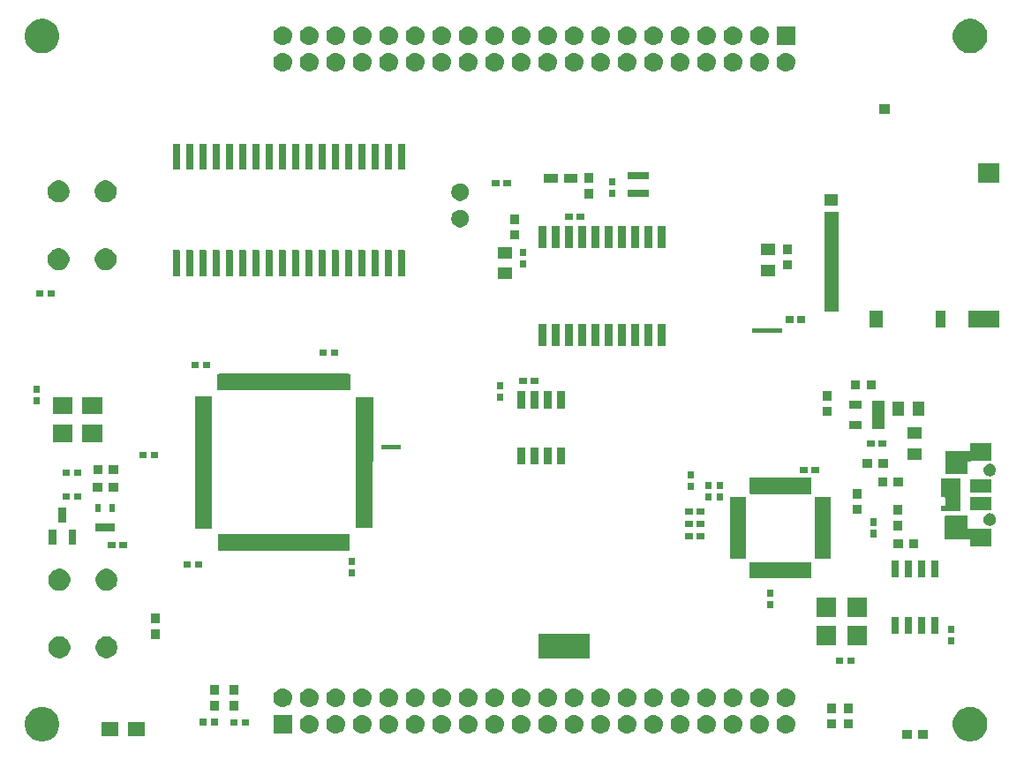
<source format=gts>
G04 #@! TF.GenerationSoftware,KiCad,Pcbnew,(5.1.2)-1*
G04 #@! TF.CreationDate,2020-02-06T13:24:46+09:00*
G04 #@! TF.ProjectId,o2_breakout,6f325f62-7265-4616-9b6f-75742e6b6963,rev?*
G04 #@! TF.SameCoordinates,Original*
G04 #@! TF.FileFunction,Soldermask,Top*
G04 #@! TF.FilePolarity,Negative*
%FSLAX46Y46*%
G04 Gerber Fmt 4.6, Leading zero omitted, Abs format (unit mm)*
G04 Created by KiCad (PCBNEW (5.1.2)-1) date 2020-02-06 13:24:46*
%MOMM*%
%LPD*%
G04 APERTURE LIST*
%ADD10C,0.100000*%
G04 APERTURE END LIST*
D10*
G36*
X156464000Y-120586500D02*
G01*
X151638000Y-120586500D01*
X151638000Y-118300500D01*
X156464000Y-118300500D01*
X156464000Y-120586500D01*
G37*
X156464000Y-120586500D02*
X151638000Y-120586500D01*
X151638000Y-118300500D01*
X156464000Y-118300500D01*
X156464000Y-120586500D01*
G36*
X174899320Y-89020650D02*
G01*
X174899320Y-89404190D01*
X172059600Y-89392760D01*
X172059600Y-89014300D01*
X174899320Y-89020650D01*
G37*
X174899320Y-89020650D02*
X174899320Y-89404190D01*
X172059600Y-89392760D01*
X172059600Y-89014300D01*
X174899320Y-89020650D01*
G36*
X138275060Y-100507800D02*
G01*
X136561830Y-100507800D01*
X136564370Y-100228400D01*
X138277600Y-100228400D01*
X138275060Y-100507800D01*
G37*
X138275060Y-100507800D02*
X136561830Y-100507800D01*
X136564370Y-100228400D01*
X138277600Y-100228400D01*
X138275060Y-100507800D01*
G36*
X192709800Y-108280200D02*
G01*
X193268600Y-108280200D01*
X193268600Y-109245400D01*
X190576200Y-109245400D01*
X190576200Y-107035600D01*
X192709800Y-107035600D01*
X192709800Y-108280200D01*
G37*
G36*
X193065400Y-101803200D02*
G01*
X192709800Y-101803200D01*
X192709800Y-103022400D01*
X190601600Y-103022400D01*
X190601600Y-100812600D01*
X193065400Y-100812600D01*
X193065400Y-101803200D01*
G37*
G36*
X192024000Y-106553000D02*
G01*
X190598425Y-106553000D01*
X190604775Y-103505000D01*
X192024000Y-103505000D01*
X192024000Y-106553000D01*
G37*
G36*
X180340000Y-87350600D02*
G01*
X179019200Y-87350600D01*
X179019200Y-77876400D01*
X180340000Y-77876400D01*
X180340000Y-87350600D01*
G37*
X180340000Y-87350600D02*
X179019200Y-87350600D01*
X179019200Y-77876400D01*
X180340000Y-77876400D01*
X180340000Y-87350600D01*
G36*
X179557680Y-111069120D02*
G01*
X178097180Y-111069120D01*
X178097180Y-105290620D01*
X179557680Y-105290620D01*
X179557680Y-111069120D01*
G37*
X179557680Y-111069120D02*
X178097180Y-111069120D01*
X178097180Y-105290620D01*
X179557680Y-105290620D01*
X179557680Y-111069120D01*
G36*
X177665380Y-112941100D02*
G01*
X171886880Y-112941100D01*
X171886880Y-111480600D01*
X177665380Y-111480600D01*
X177665380Y-112941100D01*
G37*
X177665380Y-112941100D02*
X171886880Y-112941100D01*
X171886880Y-111480600D01*
X177665380Y-111480600D01*
X177665380Y-112941100D01*
G36*
X177708560Y-104838500D02*
G01*
X171914185Y-104838500D01*
X171882435Y-103378000D01*
X177676810Y-103378000D01*
X177708560Y-104838500D01*
G37*
X177708560Y-104838500D02*
X171914185Y-104838500D01*
X171882435Y-103378000D01*
X177676810Y-103378000D01*
X177708560Y-104838500D01*
G36*
X171452540Y-111048800D02*
G01*
X169992040Y-111048800D01*
X169992040Y-105270300D01*
X171452540Y-105270300D01*
X171452540Y-111048800D01*
G37*
X171452540Y-111048800D02*
X169992040Y-111048800D01*
X169992040Y-105270300D01*
X171452540Y-105270300D01*
X171452540Y-111048800D01*
G36*
X135626475Y-108100495D02*
G01*
X134122160Y-108102400D01*
X134122160Y-95625920D01*
X135696325Y-95622745D01*
X135626475Y-108100495D01*
G37*
X135626475Y-108100495D02*
X134122160Y-108102400D01*
X134122160Y-95625920D01*
X135696325Y-95622745D01*
X135626475Y-108100495D01*
G36*
X133413500Y-110309660D02*
G01*
X120840500Y-110309660D01*
X120837960Y-108790740D01*
X133410960Y-108790740D01*
X133413500Y-110309660D01*
G37*
X133413500Y-110309660D02*
X120840500Y-110309660D01*
X120837960Y-108790740D01*
X133410960Y-108790740D01*
X133413500Y-110309660D01*
G36*
X120210580Y-108143040D02*
G01*
X118694200Y-108143040D01*
X118694200Y-95570040D01*
X120210580Y-95570040D01*
X120210580Y-108143040D01*
G37*
X120210580Y-108143040D02*
X118694200Y-108143040D01*
X118694200Y-95570040D01*
X120210580Y-95570040D01*
X120210580Y-108143040D01*
G36*
X133454140Y-94904560D02*
G01*
X120817640Y-94904560D01*
X120817640Y-93418660D01*
X133454140Y-93418660D01*
X133454140Y-94904560D01*
G37*
X133454140Y-94904560D02*
X120817640Y-94904560D01*
X120817640Y-93418660D01*
X133454140Y-93418660D01*
X133454140Y-94904560D01*
G36*
X193375256Y-125391298D02*
G01*
X193481579Y-125412447D01*
X193782042Y-125536903D01*
X194052451Y-125717585D01*
X194282415Y-125947549D01*
X194463097Y-126217958D01*
X194578685Y-126497011D01*
X194587553Y-126518422D01*
X194646897Y-126816760D01*
X194651000Y-126837391D01*
X194651000Y-127162609D01*
X194587553Y-127481579D01*
X194463097Y-127782042D01*
X194282415Y-128052451D01*
X194052451Y-128282415D01*
X193782042Y-128463097D01*
X193481579Y-128587553D01*
X193375256Y-128608702D01*
X193162611Y-128651000D01*
X192837389Y-128651000D01*
X192624744Y-128608702D01*
X192518421Y-128587553D01*
X192217958Y-128463097D01*
X191947549Y-128282415D01*
X191717585Y-128052451D01*
X191536903Y-127782042D01*
X191412447Y-127481579D01*
X191349000Y-127162609D01*
X191349000Y-126837391D01*
X191353104Y-126816760D01*
X191412447Y-126518422D01*
X191421316Y-126497011D01*
X191536903Y-126217958D01*
X191717585Y-125947549D01*
X191947549Y-125717585D01*
X192217958Y-125536903D01*
X192518421Y-125412447D01*
X192624744Y-125391298D01*
X192837389Y-125349000D01*
X193162611Y-125349000D01*
X193375256Y-125391298D01*
X193375256Y-125391298D01*
G37*
G36*
X104375256Y-125391298D02*
G01*
X104481579Y-125412447D01*
X104782042Y-125536903D01*
X105052451Y-125717585D01*
X105282415Y-125947549D01*
X105463097Y-126217958D01*
X105578685Y-126497011D01*
X105587553Y-126518422D01*
X105646897Y-126816760D01*
X105651000Y-126837391D01*
X105651000Y-127162609D01*
X105587553Y-127481579D01*
X105463097Y-127782042D01*
X105282415Y-128052451D01*
X105052451Y-128282415D01*
X104782042Y-128463097D01*
X104481579Y-128587553D01*
X104375256Y-128608702D01*
X104162611Y-128651000D01*
X103837389Y-128651000D01*
X103624744Y-128608702D01*
X103518421Y-128587553D01*
X103217958Y-128463097D01*
X102947549Y-128282415D01*
X102717585Y-128052451D01*
X102536903Y-127782042D01*
X102412447Y-127481579D01*
X102349000Y-127162609D01*
X102349000Y-126837391D01*
X102353104Y-126816760D01*
X102412447Y-126518422D01*
X102421316Y-126497011D01*
X102536903Y-126217958D01*
X102717585Y-125947549D01*
X102947549Y-125717585D01*
X103217958Y-125536903D01*
X103518421Y-125412447D01*
X103624744Y-125391298D01*
X103837389Y-125349000D01*
X104162611Y-125349000D01*
X104375256Y-125391298D01*
X104375256Y-125391298D01*
G37*
G36*
X187414620Y-128401360D02*
G01*
X186512620Y-128401360D01*
X186512620Y-127549360D01*
X187414620Y-127549360D01*
X187414620Y-128401360D01*
X187414620Y-128401360D01*
G37*
G36*
X188914620Y-128401360D02*
G01*
X188012620Y-128401360D01*
X188012620Y-127549360D01*
X188914620Y-127549360D01*
X188914620Y-128401360D01*
X188914620Y-128401360D01*
G37*
G36*
X111321160Y-128168760D02*
G01*
X109719160Y-128168760D01*
X109719160Y-126816760D01*
X111321160Y-126816760D01*
X111321160Y-128168760D01*
X111321160Y-128168760D01*
G37*
G36*
X113821160Y-128168760D02*
G01*
X112219160Y-128168760D01*
X112219160Y-126816760D01*
X113821160Y-126816760D01*
X113821160Y-128168760D01*
X113821160Y-128168760D01*
G37*
G36*
X139886643Y-126105519D02*
G01*
X139952827Y-126112037D01*
X140122666Y-126163557D01*
X140279191Y-126247222D01*
X140314929Y-126276552D01*
X140416386Y-126359814D01*
X140499648Y-126461271D01*
X140528978Y-126497009D01*
X140612643Y-126653534D01*
X140664163Y-126823373D01*
X140681559Y-127000000D01*
X140664163Y-127176627D01*
X140612643Y-127346466D01*
X140528978Y-127502991D01*
X140499648Y-127538729D01*
X140416386Y-127640186D01*
X140314929Y-127723448D01*
X140279191Y-127752778D01*
X140122666Y-127836443D01*
X139952827Y-127887963D01*
X139886642Y-127894482D01*
X139820460Y-127901000D01*
X139731940Y-127901000D01*
X139665758Y-127894482D01*
X139599573Y-127887963D01*
X139429734Y-127836443D01*
X139273209Y-127752778D01*
X139237471Y-127723448D01*
X139136014Y-127640186D01*
X139052752Y-127538729D01*
X139023422Y-127502991D01*
X138939757Y-127346466D01*
X138888237Y-127176627D01*
X138870841Y-127000000D01*
X138888237Y-126823373D01*
X138939757Y-126653534D01*
X139023422Y-126497009D01*
X139052752Y-126461271D01*
X139136014Y-126359814D01*
X139237471Y-126276552D01*
X139273209Y-126247222D01*
X139429734Y-126163557D01*
X139599573Y-126112037D01*
X139665757Y-126105519D01*
X139731940Y-126099000D01*
X139820460Y-126099000D01*
X139886643Y-126105519D01*
X139886643Y-126105519D01*
G37*
G36*
X142426643Y-126105519D02*
G01*
X142492827Y-126112037D01*
X142662666Y-126163557D01*
X142819191Y-126247222D01*
X142854929Y-126276552D01*
X142956386Y-126359814D01*
X143039648Y-126461271D01*
X143068978Y-126497009D01*
X143152643Y-126653534D01*
X143204163Y-126823373D01*
X143221559Y-127000000D01*
X143204163Y-127176627D01*
X143152643Y-127346466D01*
X143068978Y-127502991D01*
X143039648Y-127538729D01*
X142956386Y-127640186D01*
X142854929Y-127723448D01*
X142819191Y-127752778D01*
X142662666Y-127836443D01*
X142492827Y-127887963D01*
X142426642Y-127894482D01*
X142360460Y-127901000D01*
X142271940Y-127901000D01*
X142205758Y-127894482D01*
X142139573Y-127887963D01*
X141969734Y-127836443D01*
X141813209Y-127752778D01*
X141777471Y-127723448D01*
X141676014Y-127640186D01*
X141592752Y-127538729D01*
X141563422Y-127502991D01*
X141479757Y-127346466D01*
X141428237Y-127176627D01*
X141410841Y-127000000D01*
X141428237Y-126823373D01*
X141479757Y-126653534D01*
X141563422Y-126497009D01*
X141592752Y-126461271D01*
X141676014Y-126359814D01*
X141777471Y-126276552D01*
X141813209Y-126247222D01*
X141969734Y-126163557D01*
X142139573Y-126112037D01*
X142205757Y-126105519D01*
X142271940Y-126099000D01*
X142360460Y-126099000D01*
X142426643Y-126105519D01*
X142426643Y-126105519D01*
G37*
G36*
X144966643Y-126105519D02*
G01*
X145032827Y-126112037D01*
X145202666Y-126163557D01*
X145359191Y-126247222D01*
X145394929Y-126276552D01*
X145496386Y-126359814D01*
X145579648Y-126461271D01*
X145608978Y-126497009D01*
X145692643Y-126653534D01*
X145744163Y-126823373D01*
X145761559Y-127000000D01*
X145744163Y-127176627D01*
X145692643Y-127346466D01*
X145608978Y-127502991D01*
X145579648Y-127538729D01*
X145496386Y-127640186D01*
X145394929Y-127723448D01*
X145359191Y-127752778D01*
X145202666Y-127836443D01*
X145032827Y-127887963D01*
X144966642Y-127894482D01*
X144900460Y-127901000D01*
X144811940Y-127901000D01*
X144745758Y-127894482D01*
X144679573Y-127887963D01*
X144509734Y-127836443D01*
X144353209Y-127752778D01*
X144317471Y-127723448D01*
X144216014Y-127640186D01*
X144132752Y-127538729D01*
X144103422Y-127502991D01*
X144019757Y-127346466D01*
X143968237Y-127176627D01*
X143950841Y-127000000D01*
X143968237Y-126823373D01*
X144019757Y-126653534D01*
X144103422Y-126497009D01*
X144132752Y-126461271D01*
X144216014Y-126359814D01*
X144317471Y-126276552D01*
X144353209Y-126247222D01*
X144509734Y-126163557D01*
X144679573Y-126112037D01*
X144745757Y-126105519D01*
X144811940Y-126099000D01*
X144900460Y-126099000D01*
X144966643Y-126105519D01*
X144966643Y-126105519D01*
G37*
G36*
X147506643Y-126105519D02*
G01*
X147572827Y-126112037D01*
X147742666Y-126163557D01*
X147899191Y-126247222D01*
X147934929Y-126276552D01*
X148036386Y-126359814D01*
X148119648Y-126461271D01*
X148148978Y-126497009D01*
X148232643Y-126653534D01*
X148284163Y-126823373D01*
X148301559Y-127000000D01*
X148284163Y-127176627D01*
X148232643Y-127346466D01*
X148148978Y-127502991D01*
X148119648Y-127538729D01*
X148036386Y-127640186D01*
X147934929Y-127723448D01*
X147899191Y-127752778D01*
X147742666Y-127836443D01*
X147572827Y-127887963D01*
X147506642Y-127894482D01*
X147440460Y-127901000D01*
X147351940Y-127901000D01*
X147285758Y-127894482D01*
X147219573Y-127887963D01*
X147049734Y-127836443D01*
X146893209Y-127752778D01*
X146857471Y-127723448D01*
X146756014Y-127640186D01*
X146672752Y-127538729D01*
X146643422Y-127502991D01*
X146559757Y-127346466D01*
X146508237Y-127176627D01*
X146490841Y-127000000D01*
X146508237Y-126823373D01*
X146559757Y-126653534D01*
X146643422Y-126497009D01*
X146672752Y-126461271D01*
X146756014Y-126359814D01*
X146857471Y-126276552D01*
X146893209Y-126247222D01*
X147049734Y-126163557D01*
X147219573Y-126112037D01*
X147285757Y-126105519D01*
X147351940Y-126099000D01*
X147440460Y-126099000D01*
X147506643Y-126105519D01*
X147506643Y-126105519D01*
G37*
G36*
X150046643Y-126105519D02*
G01*
X150112827Y-126112037D01*
X150282666Y-126163557D01*
X150439191Y-126247222D01*
X150474929Y-126276552D01*
X150576386Y-126359814D01*
X150659648Y-126461271D01*
X150688978Y-126497009D01*
X150772643Y-126653534D01*
X150824163Y-126823373D01*
X150841559Y-127000000D01*
X150824163Y-127176627D01*
X150772643Y-127346466D01*
X150688978Y-127502991D01*
X150659648Y-127538729D01*
X150576386Y-127640186D01*
X150474929Y-127723448D01*
X150439191Y-127752778D01*
X150282666Y-127836443D01*
X150112827Y-127887963D01*
X150046642Y-127894482D01*
X149980460Y-127901000D01*
X149891940Y-127901000D01*
X149825758Y-127894482D01*
X149759573Y-127887963D01*
X149589734Y-127836443D01*
X149433209Y-127752778D01*
X149397471Y-127723448D01*
X149296014Y-127640186D01*
X149212752Y-127538729D01*
X149183422Y-127502991D01*
X149099757Y-127346466D01*
X149048237Y-127176627D01*
X149030841Y-127000000D01*
X149048237Y-126823373D01*
X149099757Y-126653534D01*
X149183422Y-126497009D01*
X149212752Y-126461271D01*
X149296014Y-126359814D01*
X149397471Y-126276552D01*
X149433209Y-126247222D01*
X149589734Y-126163557D01*
X149759573Y-126112037D01*
X149825757Y-126105519D01*
X149891940Y-126099000D01*
X149980460Y-126099000D01*
X150046643Y-126105519D01*
X150046643Y-126105519D01*
G37*
G36*
X152586643Y-126105519D02*
G01*
X152652827Y-126112037D01*
X152822666Y-126163557D01*
X152979191Y-126247222D01*
X153014929Y-126276552D01*
X153116386Y-126359814D01*
X153199648Y-126461271D01*
X153228978Y-126497009D01*
X153312643Y-126653534D01*
X153364163Y-126823373D01*
X153381559Y-127000000D01*
X153364163Y-127176627D01*
X153312643Y-127346466D01*
X153228978Y-127502991D01*
X153199648Y-127538729D01*
X153116386Y-127640186D01*
X153014929Y-127723448D01*
X152979191Y-127752778D01*
X152822666Y-127836443D01*
X152652827Y-127887963D01*
X152586642Y-127894482D01*
X152520460Y-127901000D01*
X152431940Y-127901000D01*
X152365758Y-127894482D01*
X152299573Y-127887963D01*
X152129734Y-127836443D01*
X151973209Y-127752778D01*
X151937471Y-127723448D01*
X151836014Y-127640186D01*
X151752752Y-127538729D01*
X151723422Y-127502991D01*
X151639757Y-127346466D01*
X151588237Y-127176627D01*
X151570841Y-127000000D01*
X151588237Y-126823373D01*
X151639757Y-126653534D01*
X151723422Y-126497009D01*
X151752752Y-126461271D01*
X151836014Y-126359814D01*
X151937471Y-126276552D01*
X151973209Y-126247222D01*
X152129734Y-126163557D01*
X152299573Y-126112037D01*
X152365757Y-126105519D01*
X152431940Y-126099000D01*
X152520460Y-126099000D01*
X152586643Y-126105519D01*
X152586643Y-126105519D01*
G37*
G36*
X155126643Y-126105519D02*
G01*
X155192827Y-126112037D01*
X155362666Y-126163557D01*
X155519191Y-126247222D01*
X155554929Y-126276552D01*
X155656386Y-126359814D01*
X155739648Y-126461271D01*
X155768978Y-126497009D01*
X155852643Y-126653534D01*
X155904163Y-126823373D01*
X155921559Y-127000000D01*
X155904163Y-127176627D01*
X155852643Y-127346466D01*
X155768978Y-127502991D01*
X155739648Y-127538729D01*
X155656386Y-127640186D01*
X155554929Y-127723448D01*
X155519191Y-127752778D01*
X155362666Y-127836443D01*
X155192827Y-127887963D01*
X155126642Y-127894482D01*
X155060460Y-127901000D01*
X154971940Y-127901000D01*
X154905758Y-127894482D01*
X154839573Y-127887963D01*
X154669734Y-127836443D01*
X154513209Y-127752778D01*
X154477471Y-127723448D01*
X154376014Y-127640186D01*
X154292752Y-127538729D01*
X154263422Y-127502991D01*
X154179757Y-127346466D01*
X154128237Y-127176627D01*
X154110841Y-127000000D01*
X154128237Y-126823373D01*
X154179757Y-126653534D01*
X154263422Y-126497009D01*
X154292752Y-126461271D01*
X154376014Y-126359814D01*
X154477471Y-126276552D01*
X154513209Y-126247222D01*
X154669734Y-126163557D01*
X154839573Y-126112037D01*
X154905757Y-126105519D01*
X154971940Y-126099000D01*
X155060460Y-126099000D01*
X155126643Y-126105519D01*
X155126643Y-126105519D01*
G37*
G36*
X157666643Y-126105519D02*
G01*
X157732827Y-126112037D01*
X157902666Y-126163557D01*
X158059191Y-126247222D01*
X158094929Y-126276552D01*
X158196386Y-126359814D01*
X158279648Y-126461271D01*
X158308978Y-126497009D01*
X158392643Y-126653534D01*
X158444163Y-126823373D01*
X158461559Y-127000000D01*
X158444163Y-127176627D01*
X158392643Y-127346466D01*
X158308978Y-127502991D01*
X158279648Y-127538729D01*
X158196386Y-127640186D01*
X158094929Y-127723448D01*
X158059191Y-127752778D01*
X157902666Y-127836443D01*
X157732827Y-127887963D01*
X157666642Y-127894482D01*
X157600460Y-127901000D01*
X157511940Y-127901000D01*
X157445758Y-127894482D01*
X157379573Y-127887963D01*
X157209734Y-127836443D01*
X157053209Y-127752778D01*
X157017471Y-127723448D01*
X156916014Y-127640186D01*
X156832752Y-127538729D01*
X156803422Y-127502991D01*
X156719757Y-127346466D01*
X156668237Y-127176627D01*
X156650841Y-127000000D01*
X156668237Y-126823373D01*
X156719757Y-126653534D01*
X156803422Y-126497009D01*
X156832752Y-126461271D01*
X156916014Y-126359814D01*
X157017471Y-126276552D01*
X157053209Y-126247222D01*
X157209734Y-126163557D01*
X157379573Y-126112037D01*
X157445757Y-126105519D01*
X157511940Y-126099000D01*
X157600460Y-126099000D01*
X157666643Y-126105519D01*
X157666643Y-126105519D01*
G37*
G36*
X160206643Y-126105519D02*
G01*
X160272827Y-126112037D01*
X160442666Y-126163557D01*
X160599191Y-126247222D01*
X160634929Y-126276552D01*
X160736386Y-126359814D01*
X160819648Y-126461271D01*
X160848978Y-126497009D01*
X160932643Y-126653534D01*
X160984163Y-126823373D01*
X161001559Y-127000000D01*
X160984163Y-127176627D01*
X160932643Y-127346466D01*
X160848978Y-127502991D01*
X160819648Y-127538729D01*
X160736386Y-127640186D01*
X160634929Y-127723448D01*
X160599191Y-127752778D01*
X160442666Y-127836443D01*
X160272827Y-127887963D01*
X160206642Y-127894482D01*
X160140460Y-127901000D01*
X160051940Y-127901000D01*
X159985758Y-127894482D01*
X159919573Y-127887963D01*
X159749734Y-127836443D01*
X159593209Y-127752778D01*
X159557471Y-127723448D01*
X159456014Y-127640186D01*
X159372752Y-127538729D01*
X159343422Y-127502991D01*
X159259757Y-127346466D01*
X159208237Y-127176627D01*
X159190841Y-127000000D01*
X159208237Y-126823373D01*
X159259757Y-126653534D01*
X159343422Y-126497009D01*
X159372752Y-126461271D01*
X159456014Y-126359814D01*
X159557471Y-126276552D01*
X159593209Y-126247222D01*
X159749734Y-126163557D01*
X159919573Y-126112037D01*
X159985757Y-126105519D01*
X160051940Y-126099000D01*
X160140460Y-126099000D01*
X160206643Y-126105519D01*
X160206643Y-126105519D01*
G37*
G36*
X162746643Y-126105519D02*
G01*
X162812827Y-126112037D01*
X162982666Y-126163557D01*
X163139191Y-126247222D01*
X163174929Y-126276552D01*
X163276386Y-126359814D01*
X163359648Y-126461271D01*
X163388978Y-126497009D01*
X163472643Y-126653534D01*
X163524163Y-126823373D01*
X163541559Y-127000000D01*
X163524163Y-127176627D01*
X163472643Y-127346466D01*
X163388978Y-127502991D01*
X163359648Y-127538729D01*
X163276386Y-127640186D01*
X163174929Y-127723448D01*
X163139191Y-127752778D01*
X162982666Y-127836443D01*
X162812827Y-127887963D01*
X162746642Y-127894482D01*
X162680460Y-127901000D01*
X162591940Y-127901000D01*
X162525758Y-127894482D01*
X162459573Y-127887963D01*
X162289734Y-127836443D01*
X162133209Y-127752778D01*
X162097471Y-127723448D01*
X161996014Y-127640186D01*
X161912752Y-127538729D01*
X161883422Y-127502991D01*
X161799757Y-127346466D01*
X161748237Y-127176627D01*
X161730841Y-127000000D01*
X161748237Y-126823373D01*
X161799757Y-126653534D01*
X161883422Y-126497009D01*
X161912752Y-126461271D01*
X161996014Y-126359814D01*
X162097471Y-126276552D01*
X162133209Y-126247222D01*
X162289734Y-126163557D01*
X162459573Y-126112037D01*
X162525757Y-126105519D01*
X162591940Y-126099000D01*
X162680460Y-126099000D01*
X162746643Y-126105519D01*
X162746643Y-126105519D01*
G37*
G36*
X167826643Y-126105519D02*
G01*
X167892827Y-126112037D01*
X168062666Y-126163557D01*
X168219191Y-126247222D01*
X168254929Y-126276552D01*
X168356386Y-126359814D01*
X168439648Y-126461271D01*
X168468978Y-126497009D01*
X168552643Y-126653534D01*
X168604163Y-126823373D01*
X168621559Y-127000000D01*
X168604163Y-127176627D01*
X168552643Y-127346466D01*
X168468978Y-127502991D01*
X168439648Y-127538729D01*
X168356386Y-127640186D01*
X168254929Y-127723448D01*
X168219191Y-127752778D01*
X168062666Y-127836443D01*
X167892827Y-127887963D01*
X167826642Y-127894482D01*
X167760460Y-127901000D01*
X167671940Y-127901000D01*
X167605758Y-127894482D01*
X167539573Y-127887963D01*
X167369734Y-127836443D01*
X167213209Y-127752778D01*
X167177471Y-127723448D01*
X167076014Y-127640186D01*
X166992752Y-127538729D01*
X166963422Y-127502991D01*
X166879757Y-127346466D01*
X166828237Y-127176627D01*
X166810841Y-127000000D01*
X166828237Y-126823373D01*
X166879757Y-126653534D01*
X166963422Y-126497009D01*
X166992752Y-126461271D01*
X167076014Y-126359814D01*
X167177471Y-126276552D01*
X167213209Y-126247222D01*
X167369734Y-126163557D01*
X167539573Y-126112037D01*
X167605757Y-126105519D01*
X167671940Y-126099000D01*
X167760460Y-126099000D01*
X167826643Y-126105519D01*
X167826643Y-126105519D01*
G37*
G36*
X170366643Y-126105519D02*
G01*
X170432827Y-126112037D01*
X170602666Y-126163557D01*
X170759191Y-126247222D01*
X170794929Y-126276552D01*
X170896386Y-126359814D01*
X170979648Y-126461271D01*
X171008978Y-126497009D01*
X171092643Y-126653534D01*
X171144163Y-126823373D01*
X171161559Y-127000000D01*
X171144163Y-127176627D01*
X171092643Y-127346466D01*
X171008978Y-127502991D01*
X170979648Y-127538729D01*
X170896386Y-127640186D01*
X170794929Y-127723448D01*
X170759191Y-127752778D01*
X170602666Y-127836443D01*
X170432827Y-127887963D01*
X170366642Y-127894482D01*
X170300460Y-127901000D01*
X170211940Y-127901000D01*
X170145758Y-127894482D01*
X170079573Y-127887963D01*
X169909734Y-127836443D01*
X169753209Y-127752778D01*
X169717471Y-127723448D01*
X169616014Y-127640186D01*
X169532752Y-127538729D01*
X169503422Y-127502991D01*
X169419757Y-127346466D01*
X169368237Y-127176627D01*
X169350841Y-127000000D01*
X169368237Y-126823373D01*
X169419757Y-126653534D01*
X169503422Y-126497009D01*
X169532752Y-126461271D01*
X169616014Y-126359814D01*
X169717471Y-126276552D01*
X169753209Y-126247222D01*
X169909734Y-126163557D01*
X170079573Y-126112037D01*
X170145757Y-126105519D01*
X170211940Y-126099000D01*
X170300460Y-126099000D01*
X170366643Y-126105519D01*
X170366643Y-126105519D01*
G37*
G36*
X172906643Y-126105519D02*
G01*
X172972827Y-126112037D01*
X173142666Y-126163557D01*
X173299191Y-126247222D01*
X173334929Y-126276552D01*
X173436386Y-126359814D01*
X173519648Y-126461271D01*
X173548978Y-126497009D01*
X173632643Y-126653534D01*
X173684163Y-126823373D01*
X173701559Y-127000000D01*
X173684163Y-127176627D01*
X173632643Y-127346466D01*
X173548978Y-127502991D01*
X173519648Y-127538729D01*
X173436386Y-127640186D01*
X173334929Y-127723448D01*
X173299191Y-127752778D01*
X173142666Y-127836443D01*
X172972827Y-127887963D01*
X172906642Y-127894482D01*
X172840460Y-127901000D01*
X172751940Y-127901000D01*
X172685758Y-127894482D01*
X172619573Y-127887963D01*
X172449734Y-127836443D01*
X172293209Y-127752778D01*
X172257471Y-127723448D01*
X172156014Y-127640186D01*
X172072752Y-127538729D01*
X172043422Y-127502991D01*
X171959757Y-127346466D01*
X171908237Y-127176627D01*
X171890841Y-127000000D01*
X171908237Y-126823373D01*
X171959757Y-126653534D01*
X172043422Y-126497009D01*
X172072752Y-126461271D01*
X172156014Y-126359814D01*
X172257471Y-126276552D01*
X172293209Y-126247222D01*
X172449734Y-126163557D01*
X172619573Y-126112037D01*
X172685757Y-126105519D01*
X172751940Y-126099000D01*
X172840460Y-126099000D01*
X172906643Y-126105519D01*
X172906643Y-126105519D01*
G37*
G36*
X175446643Y-126105519D02*
G01*
X175512827Y-126112037D01*
X175682666Y-126163557D01*
X175839191Y-126247222D01*
X175874929Y-126276552D01*
X175976386Y-126359814D01*
X176059648Y-126461271D01*
X176088978Y-126497009D01*
X176172643Y-126653534D01*
X176224163Y-126823373D01*
X176241559Y-127000000D01*
X176224163Y-127176627D01*
X176172643Y-127346466D01*
X176088978Y-127502991D01*
X176059648Y-127538729D01*
X175976386Y-127640186D01*
X175874929Y-127723448D01*
X175839191Y-127752778D01*
X175682666Y-127836443D01*
X175512827Y-127887963D01*
X175446642Y-127894482D01*
X175380460Y-127901000D01*
X175291940Y-127901000D01*
X175225758Y-127894482D01*
X175159573Y-127887963D01*
X174989734Y-127836443D01*
X174833209Y-127752778D01*
X174797471Y-127723448D01*
X174696014Y-127640186D01*
X174612752Y-127538729D01*
X174583422Y-127502991D01*
X174499757Y-127346466D01*
X174448237Y-127176627D01*
X174430841Y-127000000D01*
X174448237Y-126823373D01*
X174499757Y-126653534D01*
X174583422Y-126497009D01*
X174612752Y-126461271D01*
X174696014Y-126359814D01*
X174797471Y-126276552D01*
X174833209Y-126247222D01*
X174989734Y-126163557D01*
X175159573Y-126112037D01*
X175225757Y-126105519D01*
X175291940Y-126099000D01*
X175380460Y-126099000D01*
X175446643Y-126105519D01*
X175446643Y-126105519D01*
G37*
G36*
X134806643Y-126105519D02*
G01*
X134872827Y-126112037D01*
X135042666Y-126163557D01*
X135199191Y-126247222D01*
X135234929Y-126276552D01*
X135336386Y-126359814D01*
X135419648Y-126461271D01*
X135448978Y-126497009D01*
X135532643Y-126653534D01*
X135584163Y-126823373D01*
X135601559Y-127000000D01*
X135584163Y-127176627D01*
X135532643Y-127346466D01*
X135448978Y-127502991D01*
X135419648Y-127538729D01*
X135336386Y-127640186D01*
X135234929Y-127723448D01*
X135199191Y-127752778D01*
X135042666Y-127836443D01*
X134872827Y-127887963D01*
X134806642Y-127894482D01*
X134740460Y-127901000D01*
X134651940Y-127901000D01*
X134585758Y-127894482D01*
X134519573Y-127887963D01*
X134349734Y-127836443D01*
X134193209Y-127752778D01*
X134157471Y-127723448D01*
X134056014Y-127640186D01*
X133972752Y-127538729D01*
X133943422Y-127502991D01*
X133859757Y-127346466D01*
X133808237Y-127176627D01*
X133790841Y-127000000D01*
X133808237Y-126823373D01*
X133859757Y-126653534D01*
X133943422Y-126497009D01*
X133972752Y-126461271D01*
X134056014Y-126359814D01*
X134157471Y-126276552D01*
X134193209Y-126247222D01*
X134349734Y-126163557D01*
X134519573Y-126112037D01*
X134585757Y-126105519D01*
X134651940Y-126099000D01*
X134740460Y-126099000D01*
X134806643Y-126105519D01*
X134806643Y-126105519D01*
G37*
G36*
X132266643Y-126105519D02*
G01*
X132332827Y-126112037D01*
X132502666Y-126163557D01*
X132659191Y-126247222D01*
X132694929Y-126276552D01*
X132796386Y-126359814D01*
X132879648Y-126461271D01*
X132908978Y-126497009D01*
X132992643Y-126653534D01*
X133044163Y-126823373D01*
X133061559Y-127000000D01*
X133044163Y-127176627D01*
X132992643Y-127346466D01*
X132908978Y-127502991D01*
X132879648Y-127538729D01*
X132796386Y-127640186D01*
X132694929Y-127723448D01*
X132659191Y-127752778D01*
X132502666Y-127836443D01*
X132332827Y-127887963D01*
X132266642Y-127894482D01*
X132200460Y-127901000D01*
X132111940Y-127901000D01*
X132045758Y-127894482D01*
X131979573Y-127887963D01*
X131809734Y-127836443D01*
X131653209Y-127752778D01*
X131617471Y-127723448D01*
X131516014Y-127640186D01*
X131432752Y-127538729D01*
X131403422Y-127502991D01*
X131319757Y-127346466D01*
X131268237Y-127176627D01*
X131250841Y-127000000D01*
X131268237Y-126823373D01*
X131319757Y-126653534D01*
X131403422Y-126497009D01*
X131432752Y-126461271D01*
X131516014Y-126359814D01*
X131617471Y-126276552D01*
X131653209Y-126247222D01*
X131809734Y-126163557D01*
X131979573Y-126112037D01*
X132045757Y-126105519D01*
X132111940Y-126099000D01*
X132200460Y-126099000D01*
X132266643Y-126105519D01*
X132266643Y-126105519D01*
G37*
G36*
X129726643Y-126105519D02*
G01*
X129792827Y-126112037D01*
X129962666Y-126163557D01*
X130119191Y-126247222D01*
X130154929Y-126276552D01*
X130256386Y-126359814D01*
X130339648Y-126461271D01*
X130368978Y-126497009D01*
X130452643Y-126653534D01*
X130504163Y-126823373D01*
X130521559Y-127000000D01*
X130504163Y-127176627D01*
X130452643Y-127346466D01*
X130368978Y-127502991D01*
X130339648Y-127538729D01*
X130256386Y-127640186D01*
X130154929Y-127723448D01*
X130119191Y-127752778D01*
X129962666Y-127836443D01*
X129792827Y-127887963D01*
X129726642Y-127894482D01*
X129660460Y-127901000D01*
X129571940Y-127901000D01*
X129505758Y-127894482D01*
X129439573Y-127887963D01*
X129269734Y-127836443D01*
X129113209Y-127752778D01*
X129077471Y-127723448D01*
X128976014Y-127640186D01*
X128892752Y-127538729D01*
X128863422Y-127502991D01*
X128779757Y-127346466D01*
X128728237Y-127176627D01*
X128710841Y-127000000D01*
X128728237Y-126823373D01*
X128779757Y-126653534D01*
X128863422Y-126497009D01*
X128892752Y-126461271D01*
X128976014Y-126359814D01*
X129077471Y-126276552D01*
X129113209Y-126247222D01*
X129269734Y-126163557D01*
X129439573Y-126112037D01*
X129505757Y-126105519D01*
X129571940Y-126099000D01*
X129660460Y-126099000D01*
X129726643Y-126105519D01*
X129726643Y-126105519D01*
G37*
G36*
X127977200Y-127901000D02*
G01*
X126175200Y-127901000D01*
X126175200Y-126099000D01*
X127977200Y-126099000D01*
X127977200Y-127901000D01*
X127977200Y-127901000D01*
G37*
G36*
X165286643Y-126105519D02*
G01*
X165352827Y-126112037D01*
X165522666Y-126163557D01*
X165679191Y-126247222D01*
X165714929Y-126276552D01*
X165816386Y-126359814D01*
X165899648Y-126461271D01*
X165928978Y-126497009D01*
X166012643Y-126653534D01*
X166064163Y-126823373D01*
X166081559Y-127000000D01*
X166064163Y-127176627D01*
X166012643Y-127346466D01*
X165928978Y-127502991D01*
X165899648Y-127538729D01*
X165816386Y-127640186D01*
X165714929Y-127723448D01*
X165679191Y-127752778D01*
X165522666Y-127836443D01*
X165352827Y-127887963D01*
X165286642Y-127894482D01*
X165220460Y-127901000D01*
X165131940Y-127901000D01*
X165065758Y-127894482D01*
X164999573Y-127887963D01*
X164829734Y-127836443D01*
X164673209Y-127752778D01*
X164637471Y-127723448D01*
X164536014Y-127640186D01*
X164452752Y-127538729D01*
X164423422Y-127502991D01*
X164339757Y-127346466D01*
X164288237Y-127176627D01*
X164270841Y-127000000D01*
X164288237Y-126823373D01*
X164339757Y-126653534D01*
X164423422Y-126497009D01*
X164452752Y-126461271D01*
X164536014Y-126359814D01*
X164637471Y-126276552D01*
X164673209Y-126247222D01*
X164829734Y-126163557D01*
X164999573Y-126112037D01*
X165065757Y-126105519D01*
X165131940Y-126099000D01*
X165220460Y-126099000D01*
X165286643Y-126105519D01*
X165286643Y-126105519D01*
G37*
G36*
X137346643Y-126105519D02*
G01*
X137412827Y-126112037D01*
X137582666Y-126163557D01*
X137739191Y-126247222D01*
X137774929Y-126276552D01*
X137876386Y-126359814D01*
X137959648Y-126461271D01*
X137988978Y-126497009D01*
X138072643Y-126653534D01*
X138124163Y-126823373D01*
X138141559Y-127000000D01*
X138124163Y-127176627D01*
X138072643Y-127346466D01*
X137988978Y-127502991D01*
X137959648Y-127538729D01*
X137876386Y-127640186D01*
X137774929Y-127723448D01*
X137739191Y-127752778D01*
X137582666Y-127836443D01*
X137412827Y-127887963D01*
X137346642Y-127894482D01*
X137280460Y-127901000D01*
X137191940Y-127901000D01*
X137125758Y-127894482D01*
X137059573Y-127887963D01*
X136889734Y-127836443D01*
X136733209Y-127752778D01*
X136697471Y-127723448D01*
X136596014Y-127640186D01*
X136512752Y-127538729D01*
X136483422Y-127502991D01*
X136399757Y-127346466D01*
X136348237Y-127176627D01*
X136330841Y-127000000D01*
X136348237Y-126823373D01*
X136399757Y-126653534D01*
X136483422Y-126497009D01*
X136512752Y-126461271D01*
X136596014Y-126359814D01*
X136697471Y-126276552D01*
X136733209Y-126247222D01*
X136889734Y-126163557D01*
X137059573Y-126112037D01*
X137125757Y-126105519D01*
X137191940Y-126099000D01*
X137280460Y-126099000D01*
X137346643Y-126105519D01*
X137346643Y-126105519D01*
G37*
G36*
X180118300Y-127421220D02*
G01*
X179266300Y-127421220D01*
X179266300Y-126519220D01*
X180118300Y-126519220D01*
X180118300Y-127421220D01*
X180118300Y-127421220D01*
G37*
G36*
X181743900Y-127421220D02*
G01*
X180891900Y-127421220D01*
X180891900Y-126519220D01*
X181743900Y-126519220D01*
X181743900Y-127421220D01*
X181743900Y-127421220D01*
G37*
G36*
X123862400Y-127123200D02*
G01*
X123160400Y-127123200D01*
X123160400Y-126521200D01*
X123862400Y-126521200D01*
X123862400Y-127123200D01*
X123862400Y-127123200D01*
G37*
G36*
X122762400Y-127123200D02*
G01*
X122060400Y-127123200D01*
X122060400Y-126521200D01*
X122762400Y-126521200D01*
X122762400Y-127123200D01*
X122762400Y-127123200D01*
G37*
G36*
X120890600Y-127097800D02*
G01*
X120188600Y-127097800D01*
X120188600Y-126495800D01*
X120890600Y-126495800D01*
X120890600Y-127097800D01*
X120890600Y-127097800D01*
G37*
G36*
X119790600Y-127097800D02*
G01*
X119088600Y-127097800D01*
X119088600Y-126495800D01*
X119790600Y-126495800D01*
X119790600Y-127097800D01*
X119790600Y-127097800D01*
G37*
G36*
X180118300Y-125921220D02*
G01*
X179266300Y-125921220D01*
X179266300Y-125019220D01*
X180118300Y-125019220D01*
X180118300Y-125921220D01*
X180118300Y-125921220D01*
G37*
G36*
X181743900Y-125921220D02*
G01*
X180891900Y-125921220D01*
X180891900Y-125019220D01*
X181743900Y-125019220D01*
X181743900Y-125921220D01*
X181743900Y-125921220D01*
G37*
G36*
X122803200Y-125661000D02*
G01*
X121951200Y-125661000D01*
X121951200Y-124759000D01*
X122803200Y-124759000D01*
X122803200Y-125661000D01*
X122803200Y-125661000D01*
G37*
G36*
X120974400Y-125661000D02*
G01*
X120122400Y-125661000D01*
X120122400Y-124759000D01*
X120974400Y-124759000D01*
X120974400Y-125661000D01*
X120974400Y-125661000D01*
G37*
G36*
X155126642Y-123565518D02*
G01*
X155192827Y-123572037D01*
X155362666Y-123623557D01*
X155519191Y-123707222D01*
X155554929Y-123736552D01*
X155656386Y-123819814D01*
X155739648Y-123921271D01*
X155768978Y-123957009D01*
X155852643Y-124113534D01*
X155904163Y-124283373D01*
X155921559Y-124460000D01*
X155904163Y-124636627D01*
X155852643Y-124806466D01*
X155768978Y-124962991D01*
X155739648Y-124998729D01*
X155656386Y-125100186D01*
X155554929Y-125183448D01*
X155519191Y-125212778D01*
X155362666Y-125296443D01*
X155192827Y-125347963D01*
X155126642Y-125354482D01*
X155060460Y-125361000D01*
X154971940Y-125361000D01*
X154905758Y-125354482D01*
X154839573Y-125347963D01*
X154669734Y-125296443D01*
X154513209Y-125212778D01*
X154477471Y-125183448D01*
X154376014Y-125100186D01*
X154292752Y-124998729D01*
X154263422Y-124962991D01*
X154179757Y-124806466D01*
X154128237Y-124636627D01*
X154110841Y-124460000D01*
X154128237Y-124283373D01*
X154179757Y-124113534D01*
X154263422Y-123957009D01*
X154292752Y-123921271D01*
X154376014Y-123819814D01*
X154477471Y-123736552D01*
X154513209Y-123707222D01*
X154669734Y-123623557D01*
X154839573Y-123572037D01*
X154905758Y-123565518D01*
X154971940Y-123559000D01*
X155060460Y-123559000D01*
X155126642Y-123565518D01*
X155126642Y-123565518D01*
G37*
G36*
X127186642Y-123565518D02*
G01*
X127252827Y-123572037D01*
X127422666Y-123623557D01*
X127579191Y-123707222D01*
X127614929Y-123736552D01*
X127716386Y-123819814D01*
X127799648Y-123921271D01*
X127828978Y-123957009D01*
X127912643Y-124113534D01*
X127964163Y-124283373D01*
X127981559Y-124460000D01*
X127964163Y-124636627D01*
X127912643Y-124806466D01*
X127828978Y-124962991D01*
X127799648Y-124998729D01*
X127716386Y-125100186D01*
X127614929Y-125183448D01*
X127579191Y-125212778D01*
X127422666Y-125296443D01*
X127252827Y-125347963D01*
X127186642Y-125354482D01*
X127120460Y-125361000D01*
X127031940Y-125361000D01*
X126965758Y-125354482D01*
X126899573Y-125347963D01*
X126729734Y-125296443D01*
X126573209Y-125212778D01*
X126537471Y-125183448D01*
X126436014Y-125100186D01*
X126352752Y-124998729D01*
X126323422Y-124962991D01*
X126239757Y-124806466D01*
X126188237Y-124636627D01*
X126170841Y-124460000D01*
X126188237Y-124283373D01*
X126239757Y-124113534D01*
X126323422Y-123957009D01*
X126352752Y-123921271D01*
X126436014Y-123819814D01*
X126537471Y-123736552D01*
X126573209Y-123707222D01*
X126729734Y-123623557D01*
X126899573Y-123572037D01*
X126965758Y-123565518D01*
X127031940Y-123559000D01*
X127120460Y-123559000D01*
X127186642Y-123565518D01*
X127186642Y-123565518D01*
G37*
G36*
X129726642Y-123565518D02*
G01*
X129792827Y-123572037D01*
X129962666Y-123623557D01*
X130119191Y-123707222D01*
X130154929Y-123736552D01*
X130256386Y-123819814D01*
X130339648Y-123921271D01*
X130368978Y-123957009D01*
X130452643Y-124113534D01*
X130504163Y-124283373D01*
X130521559Y-124460000D01*
X130504163Y-124636627D01*
X130452643Y-124806466D01*
X130368978Y-124962991D01*
X130339648Y-124998729D01*
X130256386Y-125100186D01*
X130154929Y-125183448D01*
X130119191Y-125212778D01*
X129962666Y-125296443D01*
X129792827Y-125347963D01*
X129726642Y-125354482D01*
X129660460Y-125361000D01*
X129571940Y-125361000D01*
X129505758Y-125354482D01*
X129439573Y-125347963D01*
X129269734Y-125296443D01*
X129113209Y-125212778D01*
X129077471Y-125183448D01*
X128976014Y-125100186D01*
X128892752Y-124998729D01*
X128863422Y-124962991D01*
X128779757Y-124806466D01*
X128728237Y-124636627D01*
X128710841Y-124460000D01*
X128728237Y-124283373D01*
X128779757Y-124113534D01*
X128863422Y-123957009D01*
X128892752Y-123921271D01*
X128976014Y-123819814D01*
X129077471Y-123736552D01*
X129113209Y-123707222D01*
X129269734Y-123623557D01*
X129439573Y-123572037D01*
X129505758Y-123565518D01*
X129571940Y-123559000D01*
X129660460Y-123559000D01*
X129726642Y-123565518D01*
X129726642Y-123565518D01*
G37*
G36*
X132266642Y-123565518D02*
G01*
X132332827Y-123572037D01*
X132502666Y-123623557D01*
X132659191Y-123707222D01*
X132694929Y-123736552D01*
X132796386Y-123819814D01*
X132879648Y-123921271D01*
X132908978Y-123957009D01*
X132992643Y-124113534D01*
X133044163Y-124283373D01*
X133061559Y-124460000D01*
X133044163Y-124636627D01*
X132992643Y-124806466D01*
X132908978Y-124962991D01*
X132879648Y-124998729D01*
X132796386Y-125100186D01*
X132694929Y-125183448D01*
X132659191Y-125212778D01*
X132502666Y-125296443D01*
X132332827Y-125347963D01*
X132266642Y-125354482D01*
X132200460Y-125361000D01*
X132111940Y-125361000D01*
X132045758Y-125354482D01*
X131979573Y-125347963D01*
X131809734Y-125296443D01*
X131653209Y-125212778D01*
X131617471Y-125183448D01*
X131516014Y-125100186D01*
X131432752Y-124998729D01*
X131403422Y-124962991D01*
X131319757Y-124806466D01*
X131268237Y-124636627D01*
X131250841Y-124460000D01*
X131268237Y-124283373D01*
X131319757Y-124113534D01*
X131403422Y-123957009D01*
X131432752Y-123921271D01*
X131516014Y-123819814D01*
X131617471Y-123736552D01*
X131653209Y-123707222D01*
X131809734Y-123623557D01*
X131979573Y-123572037D01*
X132045758Y-123565518D01*
X132111940Y-123559000D01*
X132200460Y-123559000D01*
X132266642Y-123565518D01*
X132266642Y-123565518D01*
G37*
G36*
X175446642Y-123565518D02*
G01*
X175512827Y-123572037D01*
X175682666Y-123623557D01*
X175839191Y-123707222D01*
X175874929Y-123736552D01*
X175976386Y-123819814D01*
X176059648Y-123921271D01*
X176088978Y-123957009D01*
X176172643Y-124113534D01*
X176224163Y-124283373D01*
X176241559Y-124460000D01*
X176224163Y-124636627D01*
X176172643Y-124806466D01*
X176088978Y-124962991D01*
X176059648Y-124998729D01*
X175976386Y-125100186D01*
X175874929Y-125183448D01*
X175839191Y-125212778D01*
X175682666Y-125296443D01*
X175512827Y-125347963D01*
X175446642Y-125354482D01*
X175380460Y-125361000D01*
X175291940Y-125361000D01*
X175225758Y-125354482D01*
X175159573Y-125347963D01*
X174989734Y-125296443D01*
X174833209Y-125212778D01*
X174797471Y-125183448D01*
X174696014Y-125100186D01*
X174612752Y-124998729D01*
X174583422Y-124962991D01*
X174499757Y-124806466D01*
X174448237Y-124636627D01*
X174430841Y-124460000D01*
X174448237Y-124283373D01*
X174499757Y-124113534D01*
X174583422Y-123957009D01*
X174612752Y-123921271D01*
X174696014Y-123819814D01*
X174797471Y-123736552D01*
X174833209Y-123707222D01*
X174989734Y-123623557D01*
X175159573Y-123572037D01*
X175225758Y-123565518D01*
X175291940Y-123559000D01*
X175380460Y-123559000D01*
X175446642Y-123565518D01*
X175446642Y-123565518D01*
G37*
G36*
X134806642Y-123565518D02*
G01*
X134872827Y-123572037D01*
X135042666Y-123623557D01*
X135199191Y-123707222D01*
X135234929Y-123736552D01*
X135336386Y-123819814D01*
X135419648Y-123921271D01*
X135448978Y-123957009D01*
X135532643Y-124113534D01*
X135584163Y-124283373D01*
X135601559Y-124460000D01*
X135584163Y-124636627D01*
X135532643Y-124806466D01*
X135448978Y-124962991D01*
X135419648Y-124998729D01*
X135336386Y-125100186D01*
X135234929Y-125183448D01*
X135199191Y-125212778D01*
X135042666Y-125296443D01*
X134872827Y-125347963D01*
X134806642Y-125354482D01*
X134740460Y-125361000D01*
X134651940Y-125361000D01*
X134585758Y-125354482D01*
X134519573Y-125347963D01*
X134349734Y-125296443D01*
X134193209Y-125212778D01*
X134157471Y-125183448D01*
X134056014Y-125100186D01*
X133972752Y-124998729D01*
X133943422Y-124962991D01*
X133859757Y-124806466D01*
X133808237Y-124636627D01*
X133790841Y-124460000D01*
X133808237Y-124283373D01*
X133859757Y-124113534D01*
X133943422Y-123957009D01*
X133972752Y-123921271D01*
X134056014Y-123819814D01*
X134157471Y-123736552D01*
X134193209Y-123707222D01*
X134349734Y-123623557D01*
X134519573Y-123572037D01*
X134585758Y-123565518D01*
X134651940Y-123559000D01*
X134740460Y-123559000D01*
X134806642Y-123565518D01*
X134806642Y-123565518D01*
G37*
G36*
X172906642Y-123565518D02*
G01*
X172972827Y-123572037D01*
X173142666Y-123623557D01*
X173299191Y-123707222D01*
X173334929Y-123736552D01*
X173436386Y-123819814D01*
X173519648Y-123921271D01*
X173548978Y-123957009D01*
X173632643Y-124113534D01*
X173684163Y-124283373D01*
X173701559Y-124460000D01*
X173684163Y-124636627D01*
X173632643Y-124806466D01*
X173548978Y-124962991D01*
X173519648Y-124998729D01*
X173436386Y-125100186D01*
X173334929Y-125183448D01*
X173299191Y-125212778D01*
X173142666Y-125296443D01*
X172972827Y-125347963D01*
X172906642Y-125354482D01*
X172840460Y-125361000D01*
X172751940Y-125361000D01*
X172685758Y-125354482D01*
X172619573Y-125347963D01*
X172449734Y-125296443D01*
X172293209Y-125212778D01*
X172257471Y-125183448D01*
X172156014Y-125100186D01*
X172072752Y-124998729D01*
X172043422Y-124962991D01*
X171959757Y-124806466D01*
X171908237Y-124636627D01*
X171890841Y-124460000D01*
X171908237Y-124283373D01*
X171959757Y-124113534D01*
X172043422Y-123957009D01*
X172072752Y-123921271D01*
X172156014Y-123819814D01*
X172257471Y-123736552D01*
X172293209Y-123707222D01*
X172449734Y-123623557D01*
X172619573Y-123572037D01*
X172685758Y-123565518D01*
X172751940Y-123559000D01*
X172840460Y-123559000D01*
X172906642Y-123565518D01*
X172906642Y-123565518D01*
G37*
G36*
X137346642Y-123565518D02*
G01*
X137412827Y-123572037D01*
X137582666Y-123623557D01*
X137739191Y-123707222D01*
X137774929Y-123736552D01*
X137876386Y-123819814D01*
X137959648Y-123921271D01*
X137988978Y-123957009D01*
X138072643Y-124113534D01*
X138124163Y-124283373D01*
X138141559Y-124460000D01*
X138124163Y-124636627D01*
X138072643Y-124806466D01*
X137988978Y-124962991D01*
X137959648Y-124998729D01*
X137876386Y-125100186D01*
X137774929Y-125183448D01*
X137739191Y-125212778D01*
X137582666Y-125296443D01*
X137412827Y-125347963D01*
X137346642Y-125354482D01*
X137280460Y-125361000D01*
X137191940Y-125361000D01*
X137125758Y-125354482D01*
X137059573Y-125347963D01*
X136889734Y-125296443D01*
X136733209Y-125212778D01*
X136697471Y-125183448D01*
X136596014Y-125100186D01*
X136512752Y-124998729D01*
X136483422Y-124962991D01*
X136399757Y-124806466D01*
X136348237Y-124636627D01*
X136330841Y-124460000D01*
X136348237Y-124283373D01*
X136399757Y-124113534D01*
X136483422Y-123957009D01*
X136512752Y-123921271D01*
X136596014Y-123819814D01*
X136697471Y-123736552D01*
X136733209Y-123707222D01*
X136889734Y-123623557D01*
X137059573Y-123572037D01*
X137125758Y-123565518D01*
X137191940Y-123559000D01*
X137280460Y-123559000D01*
X137346642Y-123565518D01*
X137346642Y-123565518D01*
G37*
G36*
X165286642Y-123565518D02*
G01*
X165352827Y-123572037D01*
X165522666Y-123623557D01*
X165679191Y-123707222D01*
X165714929Y-123736552D01*
X165816386Y-123819814D01*
X165899648Y-123921271D01*
X165928978Y-123957009D01*
X166012643Y-124113534D01*
X166064163Y-124283373D01*
X166081559Y-124460000D01*
X166064163Y-124636627D01*
X166012643Y-124806466D01*
X165928978Y-124962991D01*
X165899648Y-124998729D01*
X165816386Y-125100186D01*
X165714929Y-125183448D01*
X165679191Y-125212778D01*
X165522666Y-125296443D01*
X165352827Y-125347963D01*
X165286642Y-125354482D01*
X165220460Y-125361000D01*
X165131940Y-125361000D01*
X165065758Y-125354482D01*
X164999573Y-125347963D01*
X164829734Y-125296443D01*
X164673209Y-125212778D01*
X164637471Y-125183448D01*
X164536014Y-125100186D01*
X164452752Y-124998729D01*
X164423422Y-124962991D01*
X164339757Y-124806466D01*
X164288237Y-124636627D01*
X164270841Y-124460000D01*
X164288237Y-124283373D01*
X164339757Y-124113534D01*
X164423422Y-123957009D01*
X164452752Y-123921271D01*
X164536014Y-123819814D01*
X164637471Y-123736552D01*
X164673209Y-123707222D01*
X164829734Y-123623557D01*
X164999573Y-123572037D01*
X165065758Y-123565518D01*
X165131940Y-123559000D01*
X165220460Y-123559000D01*
X165286642Y-123565518D01*
X165286642Y-123565518D01*
G37*
G36*
X170366642Y-123565518D02*
G01*
X170432827Y-123572037D01*
X170602666Y-123623557D01*
X170759191Y-123707222D01*
X170794929Y-123736552D01*
X170896386Y-123819814D01*
X170979648Y-123921271D01*
X171008978Y-123957009D01*
X171092643Y-124113534D01*
X171144163Y-124283373D01*
X171161559Y-124460000D01*
X171144163Y-124636627D01*
X171092643Y-124806466D01*
X171008978Y-124962991D01*
X170979648Y-124998729D01*
X170896386Y-125100186D01*
X170794929Y-125183448D01*
X170759191Y-125212778D01*
X170602666Y-125296443D01*
X170432827Y-125347963D01*
X170366642Y-125354482D01*
X170300460Y-125361000D01*
X170211940Y-125361000D01*
X170145758Y-125354482D01*
X170079573Y-125347963D01*
X169909734Y-125296443D01*
X169753209Y-125212778D01*
X169717471Y-125183448D01*
X169616014Y-125100186D01*
X169532752Y-124998729D01*
X169503422Y-124962991D01*
X169419757Y-124806466D01*
X169368237Y-124636627D01*
X169350841Y-124460000D01*
X169368237Y-124283373D01*
X169419757Y-124113534D01*
X169503422Y-123957009D01*
X169532752Y-123921271D01*
X169616014Y-123819814D01*
X169717471Y-123736552D01*
X169753209Y-123707222D01*
X169909734Y-123623557D01*
X170079573Y-123572037D01*
X170145758Y-123565518D01*
X170211940Y-123559000D01*
X170300460Y-123559000D01*
X170366642Y-123565518D01*
X170366642Y-123565518D01*
G37*
G36*
X142426642Y-123565518D02*
G01*
X142492827Y-123572037D01*
X142662666Y-123623557D01*
X142819191Y-123707222D01*
X142854929Y-123736552D01*
X142956386Y-123819814D01*
X143039648Y-123921271D01*
X143068978Y-123957009D01*
X143152643Y-124113534D01*
X143204163Y-124283373D01*
X143221559Y-124460000D01*
X143204163Y-124636627D01*
X143152643Y-124806466D01*
X143068978Y-124962991D01*
X143039648Y-124998729D01*
X142956386Y-125100186D01*
X142854929Y-125183448D01*
X142819191Y-125212778D01*
X142662666Y-125296443D01*
X142492827Y-125347963D01*
X142426642Y-125354482D01*
X142360460Y-125361000D01*
X142271940Y-125361000D01*
X142205758Y-125354482D01*
X142139573Y-125347963D01*
X141969734Y-125296443D01*
X141813209Y-125212778D01*
X141777471Y-125183448D01*
X141676014Y-125100186D01*
X141592752Y-124998729D01*
X141563422Y-124962991D01*
X141479757Y-124806466D01*
X141428237Y-124636627D01*
X141410841Y-124460000D01*
X141428237Y-124283373D01*
X141479757Y-124113534D01*
X141563422Y-123957009D01*
X141592752Y-123921271D01*
X141676014Y-123819814D01*
X141777471Y-123736552D01*
X141813209Y-123707222D01*
X141969734Y-123623557D01*
X142139573Y-123572037D01*
X142205758Y-123565518D01*
X142271940Y-123559000D01*
X142360460Y-123559000D01*
X142426642Y-123565518D01*
X142426642Y-123565518D01*
G37*
G36*
X167826642Y-123565518D02*
G01*
X167892827Y-123572037D01*
X168062666Y-123623557D01*
X168219191Y-123707222D01*
X168254929Y-123736552D01*
X168356386Y-123819814D01*
X168439648Y-123921271D01*
X168468978Y-123957009D01*
X168552643Y-124113534D01*
X168604163Y-124283373D01*
X168621559Y-124460000D01*
X168604163Y-124636627D01*
X168552643Y-124806466D01*
X168468978Y-124962991D01*
X168439648Y-124998729D01*
X168356386Y-125100186D01*
X168254929Y-125183448D01*
X168219191Y-125212778D01*
X168062666Y-125296443D01*
X167892827Y-125347963D01*
X167826642Y-125354482D01*
X167760460Y-125361000D01*
X167671940Y-125361000D01*
X167605758Y-125354482D01*
X167539573Y-125347963D01*
X167369734Y-125296443D01*
X167213209Y-125212778D01*
X167177471Y-125183448D01*
X167076014Y-125100186D01*
X166992752Y-124998729D01*
X166963422Y-124962991D01*
X166879757Y-124806466D01*
X166828237Y-124636627D01*
X166810841Y-124460000D01*
X166828237Y-124283373D01*
X166879757Y-124113534D01*
X166963422Y-123957009D01*
X166992752Y-123921271D01*
X167076014Y-123819814D01*
X167177471Y-123736552D01*
X167213209Y-123707222D01*
X167369734Y-123623557D01*
X167539573Y-123572037D01*
X167605758Y-123565518D01*
X167671940Y-123559000D01*
X167760460Y-123559000D01*
X167826642Y-123565518D01*
X167826642Y-123565518D01*
G37*
G36*
X152586642Y-123565518D02*
G01*
X152652827Y-123572037D01*
X152822666Y-123623557D01*
X152979191Y-123707222D01*
X153014929Y-123736552D01*
X153116386Y-123819814D01*
X153199648Y-123921271D01*
X153228978Y-123957009D01*
X153312643Y-124113534D01*
X153364163Y-124283373D01*
X153381559Y-124460000D01*
X153364163Y-124636627D01*
X153312643Y-124806466D01*
X153228978Y-124962991D01*
X153199648Y-124998729D01*
X153116386Y-125100186D01*
X153014929Y-125183448D01*
X152979191Y-125212778D01*
X152822666Y-125296443D01*
X152652827Y-125347963D01*
X152586642Y-125354482D01*
X152520460Y-125361000D01*
X152431940Y-125361000D01*
X152365758Y-125354482D01*
X152299573Y-125347963D01*
X152129734Y-125296443D01*
X151973209Y-125212778D01*
X151937471Y-125183448D01*
X151836014Y-125100186D01*
X151752752Y-124998729D01*
X151723422Y-124962991D01*
X151639757Y-124806466D01*
X151588237Y-124636627D01*
X151570841Y-124460000D01*
X151588237Y-124283373D01*
X151639757Y-124113534D01*
X151723422Y-123957009D01*
X151752752Y-123921271D01*
X151836014Y-123819814D01*
X151937471Y-123736552D01*
X151973209Y-123707222D01*
X152129734Y-123623557D01*
X152299573Y-123572037D01*
X152365758Y-123565518D01*
X152431940Y-123559000D01*
X152520460Y-123559000D01*
X152586642Y-123565518D01*
X152586642Y-123565518D01*
G37*
G36*
X139886642Y-123565518D02*
G01*
X139952827Y-123572037D01*
X140122666Y-123623557D01*
X140279191Y-123707222D01*
X140314929Y-123736552D01*
X140416386Y-123819814D01*
X140499648Y-123921271D01*
X140528978Y-123957009D01*
X140612643Y-124113534D01*
X140664163Y-124283373D01*
X140681559Y-124460000D01*
X140664163Y-124636627D01*
X140612643Y-124806466D01*
X140528978Y-124962991D01*
X140499648Y-124998729D01*
X140416386Y-125100186D01*
X140314929Y-125183448D01*
X140279191Y-125212778D01*
X140122666Y-125296443D01*
X139952827Y-125347963D01*
X139886642Y-125354482D01*
X139820460Y-125361000D01*
X139731940Y-125361000D01*
X139665758Y-125354482D01*
X139599573Y-125347963D01*
X139429734Y-125296443D01*
X139273209Y-125212778D01*
X139237471Y-125183448D01*
X139136014Y-125100186D01*
X139052752Y-124998729D01*
X139023422Y-124962991D01*
X138939757Y-124806466D01*
X138888237Y-124636627D01*
X138870841Y-124460000D01*
X138888237Y-124283373D01*
X138939757Y-124113534D01*
X139023422Y-123957009D01*
X139052752Y-123921271D01*
X139136014Y-123819814D01*
X139237471Y-123736552D01*
X139273209Y-123707222D01*
X139429734Y-123623557D01*
X139599573Y-123572037D01*
X139665758Y-123565518D01*
X139731940Y-123559000D01*
X139820460Y-123559000D01*
X139886642Y-123565518D01*
X139886642Y-123565518D01*
G37*
G36*
X157666642Y-123565518D02*
G01*
X157732827Y-123572037D01*
X157902666Y-123623557D01*
X158059191Y-123707222D01*
X158094929Y-123736552D01*
X158196386Y-123819814D01*
X158279648Y-123921271D01*
X158308978Y-123957009D01*
X158392643Y-124113534D01*
X158444163Y-124283373D01*
X158461559Y-124460000D01*
X158444163Y-124636627D01*
X158392643Y-124806466D01*
X158308978Y-124962991D01*
X158279648Y-124998729D01*
X158196386Y-125100186D01*
X158094929Y-125183448D01*
X158059191Y-125212778D01*
X157902666Y-125296443D01*
X157732827Y-125347963D01*
X157666642Y-125354482D01*
X157600460Y-125361000D01*
X157511940Y-125361000D01*
X157445758Y-125354482D01*
X157379573Y-125347963D01*
X157209734Y-125296443D01*
X157053209Y-125212778D01*
X157017471Y-125183448D01*
X156916014Y-125100186D01*
X156832752Y-124998729D01*
X156803422Y-124962991D01*
X156719757Y-124806466D01*
X156668237Y-124636627D01*
X156650841Y-124460000D01*
X156668237Y-124283373D01*
X156719757Y-124113534D01*
X156803422Y-123957009D01*
X156832752Y-123921271D01*
X156916014Y-123819814D01*
X157017471Y-123736552D01*
X157053209Y-123707222D01*
X157209734Y-123623557D01*
X157379573Y-123572037D01*
X157445758Y-123565518D01*
X157511940Y-123559000D01*
X157600460Y-123559000D01*
X157666642Y-123565518D01*
X157666642Y-123565518D01*
G37*
G36*
X150046642Y-123565518D02*
G01*
X150112827Y-123572037D01*
X150282666Y-123623557D01*
X150439191Y-123707222D01*
X150474929Y-123736552D01*
X150576386Y-123819814D01*
X150659648Y-123921271D01*
X150688978Y-123957009D01*
X150772643Y-124113534D01*
X150824163Y-124283373D01*
X150841559Y-124460000D01*
X150824163Y-124636627D01*
X150772643Y-124806466D01*
X150688978Y-124962991D01*
X150659648Y-124998729D01*
X150576386Y-125100186D01*
X150474929Y-125183448D01*
X150439191Y-125212778D01*
X150282666Y-125296443D01*
X150112827Y-125347963D01*
X150046642Y-125354482D01*
X149980460Y-125361000D01*
X149891940Y-125361000D01*
X149825758Y-125354482D01*
X149759573Y-125347963D01*
X149589734Y-125296443D01*
X149433209Y-125212778D01*
X149397471Y-125183448D01*
X149296014Y-125100186D01*
X149212752Y-124998729D01*
X149183422Y-124962991D01*
X149099757Y-124806466D01*
X149048237Y-124636627D01*
X149030841Y-124460000D01*
X149048237Y-124283373D01*
X149099757Y-124113534D01*
X149183422Y-123957009D01*
X149212752Y-123921271D01*
X149296014Y-123819814D01*
X149397471Y-123736552D01*
X149433209Y-123707222D01*
X149589734Y-123623557D01*
X149759573Y-123572037D01*
X149825758Y-123565518D01*
X149891940Y-123559000D01*
X149980460Y-123559000D01*
X150046642Y-123565518D01*
X150046642Y-123565518D01*
G37*
G36*
X160206642Y-123565518D02*
G01*
X160272827Y-123572037D01*
X160442666Y-123623557D01*
X160599191Y-123707222D01*
X160634929Y-123736552D01*
X160736386Y-123819814D01*
X160819648Y-123921271D01*
X160848978Y-123957009D01*
X160932643Y-124113534D01*
X160984163Y-124283373D01*
X161001559Y-124460000D01*
X160984163Y-124636627D01*
X160932643Y-124806466D01*
X160848978Y-124962991D01*
X160819648Y-124998729D01*
X160736386Y-125100186D01*
X160634929Y-125183448D01*
X160599191Y-125212778D01*
X160442666Y-125296443D01*
X160272827Y-125347963D01*
X160206642Y-125354482D01*
X160140460Y-125361000D01*
X160051940Y-125361000D01*
X159985758Y-125354482D01*
X159919573Y-125347963D01*
X159749734Y-125296443D01*
X159593209Y-125212778D01*
X159557471Y-125183448D01*
X159456014Y-125100186D01*
X159372752Y-124998729D01*
X159343422Y-124962991D01*
X159259757Y-124806466D01*
X159208237Y-124636627D01*
X159190841Y-124460000D01*
X159208237Y-124283373D01*
X159259757Y-124113534D01*
X159343422Y-123957009D01*
X159372752Y-123921271D01*
X159456014Y-123819814D01*
X159557471Y-123736552D01*
X159593209Y-123707222D01*
X159749734Y-123623557D01*
X159919573Y-123572037D01*
X159985758Y-123565518D01*
X160051940Y-123559000D01*
X160140460Y-123559000D01*
X160206642Y-123565518D01*
X160206642Y-123565518D01*
G37*
G36*
X147506642Y-123565518D02*
G01*
X147572827Y-123572037D01*
X147742666Y-123623557D01*
X147899191Y-123707222D01*
X147934929Y-123736552D01*
X148036386Y-123819814D01*
X148119648Y-123921271D01*
X148148978Y-123957009D01*
X148232643Y-124113534D01*
X148284163Y-124283373D01*
X148301559Y-124460000D01*
X148284163Y-124636627D01*
X148232643Y-124806466D01*
X148148978Y-124962991D01*
X148119648Y-124998729D01*
X148036386Y-125100186D01*
X147934929Y-125183448D01*
X147899191Y-125212778D01*
X147742666Y-125296443D01*
X147572827Y-125347963D01*
X147506642Y-125354482D01*
X147440460Y-125361000D01*
X147351940Y-125361000D01*
X147285758Y-125354482D01*
X147219573Y-125347963D01*
X147049734Y-125296443D01*
X146893209Y-125212778D01*
X146857471Y-125183448D01*
X146756014Y-125100186D01*
X146672752Y-124998729D01*
X146643422Y-124962991D01*
X146559757Y-124806466D01*
X146508237Y-124636627D01*
X146490841Y-124460000D01*
X146508237Y-124283373D01*
X146559757Y-124113534D01*
X146643422Y-123957009D01*
X146672752Y-123921271D01*
X146756014Y-123819814D01*
X146857471Y-123736552D01*
X146893209Y-123707222D01*
X147049734Y-123623557D01*
X147219573Y-123572037D01*
X147285758Y-123565518D01*
X147351940Y-123559000D01*
X147440460Y-123559000D01*
X147506642Y-123565518D01*
X147506642Y-123565518D01*
G37*
G36*
X162746642Y-123565518D02*
G01*
X162812827Y-123572037D01*
X162982666Y-123623557D01*
X163139191Y-123707222D01*
X163174929Y-123736552D01*
X163276386Y-123819814D01*
X163359648Y-123921271D01*
X163388978Y-123957009D01*
X163472643Y-124113534D01*
X163524163Y-124283373D01*
X163541559Y-124460000D01*
X163524163Y-124636627D01*
X163472643Y-124806466D01*
X163388978Y-124962991D01*
X163359648Y-124998729D01*
X163276386Y-125100186D01*
X163174929Y-125183448D01*
X163139191Y-125212778D01*
X162982666Y-125296443D01*
X162812827Y-125347963D01*
X162746642Y-125354482D01*
X162680460Y-125361000D01*
X162591940Y-125361000D01*
X162525758Y-125354482D01*
X162459573Y-125347963D01*
X162289734Y-125296443D01*
X162133209Y-125212778D01*
X162097471Y-125183448D01*
X161996014Y-125100186D01*
X161912752Y-124998729D01*
X161883422Y-124962991D01*
X161799757Y-124806466D01*
X161748237Y-124636627D01*
X161730841Y-124460000D01*
X161748237Y-124283373D01*
X161799757Y-124113534D01*
X161883422Y-123957009D01*
X161912752Y-123921271D01*
X161996014Y-123819814D01*
X162097471Y-123736552D01*
X162133209Y-123707222D01*
X162289734Y-123623557D01*
X162459573Y-123572037D01*
X162525758Y-123565518D01*
X162591940Y-123559000D01*
X162680460Y-123559000D01*
X162746642Y-123565518D01*
X162746642Y-123565518D01*
G37*
G36*
X144966642Y-123565518D02*
G01*
X145032827Y-123572037D01*
X145202666Y-123623557D01*
X145359191Y-123707222D01*
X145394929Y-123736552D01*
X145496386Y-123819814D01*
X145579648Y-123921271D01*
X145608978Y-123957009D01*
X145692643Y-124113534D01*
X145744163Y-124283373D01*
X145761559Y-124460000D01*
X145744163Y-124636627D01*
X145692643Y-124806466D01*
X145608978Y-124962991D01*
X145579648Y-124998729D01*
X145496386Y-125100186D01*
X145394929Y-125183448D01*
X145359191Y-125212778D01*
X145202666Y-125296443D01*
X145032827Y-125347963D01*
X144966642Y-125354482D01*
X144900460Y-125361000D01*
X144811940Y-125361000D01*
X144745758Y-125354482D01*
X144679573Y-125347963D01*
X144509734Y-125296443D01*
X144353209Y-125212778D01*
X144317471Y-125183448D01*
X144216014Y-125100186D01*
X144132752Y-124998729D01*
X144103422Y-124962991D01*
X144019757Y-124806466D01*
X143968237Y-124636627D01*
X143950841Y-124460000D01*
X143968237Y-124283373D01*
X144019757Y-124113534D01*
X144103422Y-123957009D01*
X144132752Y-123921271D01*
X144216014Y-123819814D01*
X144317471Y-123736552D01*
X144353209Y-123707222D01*
X144509734Y-123623557D01*
X144679573Y-123572037D01*
X144745758Y-123565518D01*
X144811940Y-123559000D01*
X144900460Y-123559000D01*
X144966642Y-123565518D01*
X144966642Y-123565518D01*
G37*
G36*
X122803200Y-124161000D02*
G01*
X121951200Y-124161000D01*
X121951200Y-123259000D01*
X122803200Y-123259000D01*
X122803200Y-124161000D01*
X122803200Y-124161000D01*
G37*
G36*
X120974400Y-124161000D02*
G01*
X120122400Y-124161000D01*
X120122400Y-123259000D01*
X120974400Y-123259000D01*
X120974400Y-124161000D01*
X120974400Y-124161000D01*
G37*
G36*
X181926800Y-121179600D02*
G01*
X181224800Y-121179600D01*
X181224800Y-120577600D01*
X181926800Y-120577600D01*
X181926800Y-121179600D01*
X181926800Y-121179600D01*
G37*
G36*
X180826800Y-121179600D02*
G01*
X180124800Y-121179600D01*
X180124800Y-120577600D01*
X180826800Y-120577600D01*
X180826800Y-121179600D01*
X180826800Y-121179600D01*
G37*
G36*
X110470564Y-118623389D02*
G01*
X110661833Y-118702615D01*
X110661835Y-118702616D01*
X110833973Y-118817635D01*
X110980365Y-118964027D01*
X111095385Y-119136167D01*
X111174611Y-119327436D01*
X111215000Y-119530484D01*
X111215000Y-119737516D01*
X111174611Y-119940564D01*
X111095385Y-120131833D01*
X111095384Y-120131835D01*
X110980365Y-120303973D01*
X110833973Y-120450365D01*
X110661835Y-120565384D01*
X110661834Y-120565385D01*
X110661833Y-120565385D01*
X110470564Y-120644611D01*
X110267516Y-120685000D01*
X110060484Y-120685000D01*
X109857436Y-120644611D01*
X109666167Y-120565385D01*
X109666166Y-120565385D01*
X109666165Y-120565384D01*
X109494027Y-120450365D01*
X109347635Y-120303973D01*
X109232616Y-120131835D01*
X109232615Y-120131833D01*
X109153389Y-119940564D01*
X109113000Y-119737516D01*
X109113000Y-119530484D01*
X109153389Y-119327436D01*
X109232615Y-119136167D01*
X109347635Y-118964027D01*
X109494027Y-118817635D01*
X109666165Y-118702616D01*
X109666167Y-118702615D01*
X109857436Y-118623389D01*
X110060484Y-118583000D01*
X110267516Y-118583000D01*
X110470564Y-118623389D01*
X110470564Y-118623389D01*
G37*
G36*
X105970564Y-118623389D02*
G01*
X106161833Y-118702615D01*
X106161835Y-118702616D01*
X106333973Y-118817635D01*
X106480365Y-118964027D01*
X106595385Y-119136167D01*
X106674611Y-119327436D01*
X106715000Y-119530484D01*
X106715000Y-119737516D01*
X106674611Y-119940564D01*
X106595385Y-120131833D01*
X106595384Y-120131835D01*
X106480365Y-120303973D01*
X106333973Y-120450365D01*
X106161835Y-120565384D01*
X106161834Y-120565385D01*
X106161833Y-120565385D01*
X105970564Y-120644611D01*
X105767516Y-120685000D01*
X105560484Y-120685000D01*
X105357436Y-120644611D01*
X105166167Y-120565385D01*
X105166166Y-120565385D01*
X105166165Y-120565384D01*
X104994027Y-120450365D01*
X104847635Y-120303973D01*
X104732616Y-120131835D01*
X104732615Y-120131833D01*
X104653389Y-119940564D01*
X104613000Y-119737516D01*
X104613000Y-119530484D01*
X104653389Y-119327436D01*
X104732615Y-119136167D01*
X104847635Y-118964027D01*
X104994027Y-118817635D01*
X105166165Y-118702616D01*
X105166167Y-118702615D01*
X105357436Y-118623389D01*
X105560484Y-118583000D01*
X105767516Y-118583000D01*
X105970564Y-118623389D01*
X105970564Y-118623389D01*
G37*
G36*
X183091440Y-119443580D02*
G01*
X181229440Y-119443580D01*
X181229440Y-117581580D01*
X183091440Y-117581580D01*
X183091440Y-119443580D01*
X183091440Y-119443580D01*
G37*
G36*
X180141440Y-119443580D02*
G01*
X178279440Y-119443580D01*
X178279440Y-117581580D01*
X180141440Y-117581580D01*
X180141440Y-119443580D01*
X180141440Y-119443580D01*
G37*
G36*
X191496960Y-119338660D02*
G01*
X190894960Y-119338660D01*
X190894960Y-118636660D01*
X191496960Y-118636660D01*
X191496960Y-119338660D01*
X191496960Y-119338660D01*
G37*
G36*
X115325440Y-118820780D02*
G01*
X114473440Y-118820780D01*
X114473440Y-117918780D01*
X115325440Y-117918780D01*
X115325440Y-118820780D01*
X115325440Y-118820780D01*
G37*
G36*
X190000100Y-118334000D02*
G01*
X189298100Y-118334000D01*
X189298100Y-116682000D01*
X190000100Y-116682000D01*
X190000100Y-118334000D01*
X190000100Y-118334000D01*
G37*
G36*
X188730100Y-118334000D02*
G01*
X188028100Y-118334000D01*
X188028100Y-116682000D01*
X188730100Y-116682000D01*
X188730100Y-118334000D01*
X188730100Y-118334000D01*
G37*
G36*
X186190100Y-118334000D02*
G01*
X185488100Y-118334000D01*
X185488100Y-116682000D01*
X186190100Y-116682000D01*
X186190100Y-118334000D01*
X186190100Y-118334000D01*
G37*
G36*
X187460100Y-118334000D02*
G01*
X186758100Y-118334000D01*
X186758100Y-116682000D01*
X187460100Y-116682000D01*
X187460100Y-118334000D01*
X187460100Y-118334000D01*
G37*
G36*
X191496960Y-118238660D02*
G01*
X190894960Y-118238660D01*
X190894960Y-117536660D01*
X191496960Y-117536660D01*
X191496960Y-118238660D01*
X191496960Y-118238660D01*
G37*
G36*
X115325440Y-117320780D02*
G01*
X114473440Y-117320780D01*
X114473440Y-116418780D01*
X115325440Y-116418780D01*
X115325440Y-117320780D01*
X115325440Y-117320780D01*
G37*
G36*
X183091440Y-116743580D02*
G01*
X181229440Y-116743580D01*
X181229440Y-114881580D01*
X183091440Y-114881580D01*
X183091440Y-116743580D01*
X183091440Y-116743580D01*
G37*
G36*
X180141440Y-116743580D02*
G01*
X178279440Y-116743580D01*
X178279440Y-114881580D01*
X180141440Y-114881580D01*
X180141440Y-116743580D01*
X180141440Y-116743580D01*
G37*
G36*
X174100500Y-115899500D02*
G01*
X173498500Y-115899500D01*
X173498500Y-115197500D01*
X174100500Y-115197500D01*
X174100500Y-115899500D01*
X174100500Y-115899500D01*
G37*
G36*
X174100500Y-114799500D02*
G01*
X173498500Y-114799500D01*
X173498500Y-114097500D01*
X174100500Y-114097500D01*
X174100500Y-114799500D01*
X174100500Y-114799500D01*
G37*
G36*
X110470564Y-112123389D02*
G01*
X110661833Y-112202615D01*
X110661835Y-112202616D01*
X110833973Y-112317635D01*
X110980365Y-112464027D01*
X111095385Y-112636167D01*
X111174611Y-112827436D01*
X111215000Y-113030484D01*
X111215000Y-113237516D01*
X111174611Y-113440564D01*
X111095385Y-113631833D01*
X111095384Y-113631835D01*
X110980365Y-113803973D01*
X110833973Y-113950365D01*
X110661835Y-114065384D01*
X110661834Y-114065385D01*
X110661833Y-114065385D01*
X110470564Y-114144611D01*
X110267516Y-114185000D01*
X110060484Y-114185000D01*
X109857436Y-114144611D01*
X109666167Y-114065385D01*
X109666166Y-114065385D01*
X109666165Y-114065384D01*
X109494027Y-113950365D01*
X109347635Y-113803973D01*
X109232616Y-113631835D01*
X109232615Y-113631833D01*
X109153389Y-113440564D01*
X109113000Y-113237516D01*
X109113000Y-113030484D01*
X109153389Y-112827436D01*
X109232615Y-112636167D01*
X109347635Y-112464027D01*
X109494027Y-112317635D01*
X109666165Y-112202616D01*
X109666167Y-112202615D01*
X109857436Y-112123389D01*
X110060484Y-112083000D01*
X110267516Y-112083000D01*
X110470564Y-112123389D01*
X110470564Y-112123389D01*
G37*
G36*
X105970564Y-112123389D02*
G01*
X106161833Y-112202615D01*
X106161835Y-112202616D01*
X106333973Y-112317635D01*
X106480365Y-112464027D01*
X106595385Y-112636167D01*
X106674611Y-112827436D01*
X106715000Y-113030484D01*
X106715000Y-113237516D01*
X106674611Y-113440564D01*
X106595385Y-113631833D01*
X106595384Y-113631835D01*
X106480365Y-113803973D01*
X106333973Y-113950365D01*
X106161835Y-114065384D01*
X106161834Y-114065385D01*
X106161833Y-114065385D01*
X105970564Y-114144611D01*
X105767516Y-114185000D01*
X105560484Y-114185000D01*
X105357436Y-114144611D01*
X105166167Y-114065385D01*
X105166166Y-114065385D01*
X105166165Y-114065384D01*
X104994027Y-113950365D01*
X104847635Y-113803973D01*
X104732616Y-113631835D01*
X104732615Y-113631833D01*
X104653389Y-113440564D01*
X104613000Y-113237516D01*
X104613000Y-113030484D01*
X104653389Y-112827436D01*
X104732615Y-112636167D01*
X104847635Y-112464027D01*
X104994027Y-112317635D01*
X105166165Y-112202616D01*
X105166167Y-112202615D01*
X105357436Y-112123389D01*
X105560484Y-112083000D01*
X105767516Y-112083000D01*
X105970564Y-112123389D01*
X105970564Y-112123389D01*
G37*
G36*
X177741000Y-112996000D02*
G01*
X171839000Y-112996000D01*
X171839000Y-111494000D01*
X177741000Y-111494000D01*
X177741000Y-112996000D01*
X177741000Y-112996000D01*
G37*
G36*
X187460100Y-112934000D02*
G01*
X186758100Y-112934000D01*
X186758100Y-111282000D01*
X187460100Y-111282000D01*
X187460100Y-112934000D01*
X187460100Y-112934000D01*
G37*
G36*
X186190100Y-112934000D02*
G01*
X185488100Y-112934000D01*
X185488100Y-111282000D01*
X186190100Y-111282000D01*
X186190100Y-112934000D01*
X186190100Y-112934000D01*
G37*
G36*
X188730100Y-112934000D02*
G01*
X188028100Y-112934000D01*
X188028100Y-111282000D01*
X188730100Y-111282000D01*
X188730100Y-112934000D01*
X188730100Y-112934000D01*
G37*
G36*
X190000100Y-112934000D02*
G01*
X189298100Y-112934000D01*
X189298100Y-111282000D01*
X190000100Y-111282000D01*
X190000100Y-112934000D01*
X190000100Y-112934000D01*
G37*
G36*
X134032000Y-112864200D02*
G01*
X133430000Y-112864200D01*
X133430000Y-112162200D01*
X134032000Y-112162200D01*
X134032000Y-112864200D01*
X134032000Y-112864200D01*
G37*
G36*
X119353900Y-111959400D02*
G01*
X118651900Y-111959400D01*
X118651900Y-111357400D01*
X119353900Y-111357400D01*
X119353900Y-111959400D01*
X119353900Y-111959400D01*
G37*
G36*
X118253900Y-111959400D02*
G01*
X117551900Y-111959400D01*
X117551900Y-111357400D01*
X118253900Y-111357400D01*
X118253900Y-111959400D01*
X118253900Y-111959400D01*
G37*
G36*
X134032000Y-111764200D02*
G01*
X133430000Y-111764200D01*
X133430000Y-111062200D01*
X134032000Y-111062200D01*
X134032000Y-111764200D01*
X134032000Y-111764200D01*
G37*
G36*
X171466000Y-111121000D02*
G01*
X169964000Y-111121000D01*
X169964000Y-105219000D01*
X171466000Y-105219000D01*
X171466000Y-111121000D01*
X171466000Y-111121000D01*
G37*
G36*
X179616000Y-111121000D02*
G01*
X178114000Y-111121000D01*
X178114000Y-105219000D01*
X179616000Y-105219000D01*
X179616000Y-111121000D01*
X179616000Y-111121000D01*
G37*
G36*
X133363000Y-110361000D02*
G01*
X120961000Y-110361000D01*
X120961000Y-108759000D01*
X133363000Y-108759000D01*
X133363000Y-110361000D01*
X133363000Y-110361000D01*
G37*
G36*
X186548480Y-110123520D02*
G01*
X185646480Y-110123520D01*
X185646480Y-109271520D01*
X186548480Y-109271520D01*
X186548480Y-110123520D01*
X186548480Y-110123520D01*
G37*
G36*
X188048480Y-110123520D02*
G01*
X187146480Y-110123520D01*
X187146480Y-109271520D01*
X188048480Y-109271520D01*
X188048480Y-110123520D01*
X188048480Y-110123520D01*
G37*
G36*
X111027600Y-110117900D02*
G01*
X110325600Y-110117900D01*
X110325600Y-109515900D01*
X111027600Y-109515900D01*
X111027600Y-110117900D01*
X111027600Y-110117900D01*
G37*
G36*
X112127600Y-110117900D02*
G01*
X111425600Y-110117900D01*
X111425600Y-109515900D01*
X112127600Y-109515900D01*
X112127600Y-110117900D01*
X112127600Y-110117900D01*
G37*
G36*
X195039220Y-109944440D02*
G01*
X193037220Y-109944440D01*
X193037220Y-108242440D01*
X195039220Y-108242440D01*
X195039220Y-109944440D01*
X195039220Y-109944440D01*
G37*
G36*
X107276100Y-109758100D02*
G01*
X106536100Y-109758100D01*
X106536100Y-108318100D01*
X107276100Y-108318100D01*
X107276100Y-109758100D01*
X107276100Y-109758100D01*
G37*
G36*
X105376100Y-109758100D02*
G01*
X104636100Y-109758100D01*
X104636100Y-108318100D01*
X105376100Y-108318100D01*
X105376100Y-109758100D01*
X105376100Y-109758100D01*
G37*
G36*
X167486900Y-109292400D02*
G01*
X166784900Y-109292400D01*
X166784900Y-108690400D01*
X167486900Y-108690400D01*
X167486900Y-109292400D01*
X167486900Y-109292400D01*
G37*
G36*
X166386900Y-109292400D02*
G01*
X165684900Y-109292400D01*
X165684900Y-108690400D01*
X166386900Y-108690400D01*
X166386900Y-109292400D01*
X166386900Y-109292400D01*
G37*
G36*
X192739220Y-109194440D02*
G01*
X190637220Y-109194440D01*
X190637220Y-106992440D01*
X192739220Y-106992440D01*
X192739220Y-109194440D01*
X192739220Y-109194440D01*
G37*
G36*
X184067460Y-109082140D02*
G01*
X183465460Y-109082140D01*
X183465460Y-108380140D01*
X184067460Y-108380140D01*
X184067460Y-109082140D01*
X184067460Y-109082140D01*
G37*
G36*
X110933800Y-108526700D02*
G01*
X109131800Y-108526700D01*
X109131800Y-107774700D01*
X110933800Y-107774700D01*
X110933800Y-108526700D01*
X110933800Y-108526700D01*
G37*
G36*
X186481000Y-108404240D02*
G01*
X185629000Y-108404240D01*
X185629000Y-107502240D01*
X186481000Y-107502240D01*
X186481000Y-108404240D01*
X186481000Y-108404240D01*
G37*
G36*
X167499600Y-108085900D02*
G01*
X166797600Y-108085900D01*
X166797600Y-107483900D01*
X167499600Y-107483900D01*
X167499600Y-108085900D01*
X167499600Y-108085900D01*
G37*
G36*
X166399600Y-108085900D02*
G01*
X165697600Y-108085900D01*
X165697600Y-107483900D01*
X166399600Y-107483900D01*
X166399600Y-108085900D01*
X166399600Y-108085900D01*
G37*
G36*
X135663000Y-108061000D02*
G01*
X134061000Y-108061000D01*
X134061000Y-95659000D01*
X135663000Y-95659000D01*
X135663000Y-108061000D01*
X135663000Y-108061000D01*
G37*
G36*
X120263000Y-108061000D02*
G01*
X118661000Y-108061000D01*
X118661000Y-95659000D01*
X120263000Y-95659000D01*
X120263000Y-108061000D01*
X120263000Y-108061000D01*
G37*
G36*
X184067460Y-107982140D02*
G01*
X183465460Y-107982140D01*
X183465460Y-107280140D01*
X184067460Y-107280140D01*
X184067460Y-107982140D01*
X184067460Y-107982140D01*
G37*
G36*
X195018101Y-106780197D02*
G01*
X195056805Y-106787896D01*
X195088840Y-106801165D01*
X195166180Y-106833200D01*
X195264615Y-106898973D01*
X195348327Y-106982685D01*
X195414100Y-107081120D01*
X195459404Y-107190496D01*
X195482500Y-107306605D01*
X195482500Y-107424995D01*
X195459404Y-107541104D01*
X195414100Y-107650480D01*
X195348327Y-107748915D01*
X195264615Y-107832627D01*
X195166180Y-107898400D01*
X195088840Y-107930435D01*
X195056805Y-107943704D01*
X195018101Y-107951403D01*
X194940695Y-107966800D01*
X194822305Y-107966800D01*
X194744899Y-107951403D01*
X194706195Y-107943704D01*
X194674160Y-107930435D01*
X194596820Y-107898400D01*
X194498385Y-107832627D01*
X194414673Y-107748915D01*
X194348900Y-107650480D01*
X194303596Y-107541104D01*
X194280500Y-107424995D01*
X194280500Y-107306605D01*
X194303596Y-107190496D01*
X194348900Y-107081120D01*
X194414673Y-106982685D01*
X194498385Y-106898973D01*
X194596820Y-106833200D01*
X194674160Y-106801165D01*
X194706195Y-106787896D01*
X194744899Y-106780197D01*
X194822305Y-106764800D01*
X194940695Y-106764800D01*
X195018101Y-106780197D01*
X195018101Y-106780197D01*
G37*
G36*
X106326100Y-107658100D02*
G01*
X105586100Y-107658100D01*
X105586100Y-106218100D01*
X106326100Y-106218100D01*
X106326100Y-107658100D01*
X106326100Y-107658100D01*
G37*
G36*
X186481000Y-106904240D02*
G01*
X185629000Y-106904240D01*
X185629000Y-106002240D01*
X186481000Y-106002240D01*
X186481000Y-106904240D01*
X186481000Y-106904240D01*
G37*
G36*
X166386900Y-106879400D02*
G01*
X165684900Y-106879400D01*
X165684900Y-106277400D01*
X166386900Y-106277400D01*
X166386900Y-106879400D01*
X166386900Y-106879400D01*
G37*
G36*
X167486900Y-106879400D02*
G01*
X166784900Y-106879400D01*
X166784900Y-106277400D01*
X167486900Y-106277400D01*
X167486900Y-106879400D01*
X167486900Y-106879400D01*
G37*
G36*
X182602420Y-106849760D02*
G01*
X181750420Y-106849760D01*
X181750420Y-105947760D01*
X182602420Y-105947760D01*
X182602420Y-106849760D01*
X182602420Y-106849760D01*
G37*
G36*
X109633800Y-106626700D02*
G01*
X109131800Y-106626700D01*
X109131800Y-105874700D01*
X109633800Y-105874700D01*
X109633800Y-106626700D01*
X109633800Y-106626700D01*
G37*
G36*
X110933800Y-106626700D02*
G01*
X110431800Y-106626700D01*
X110431800Y-105874700D01*
X110933800Y-105874700D01*
X110933800Y-106626700D01*
X110933800Y-106626700D01*
G37*
G36*
X192089220Y-106544440D02*
G01*
X190237220Y-106544440D01*
X190237220Y-106042440D01*
X190512221Y-106042440D01*
X190536607Y-106040038D01*
X190560056Y-106032925D01*
X190581667Y-106021374D01*
X190600609Y-106005829D01*
X190616154Y-105986887D01*
X190627705Y-105965276D01*
X190634818Y-105941827D01*
X190637220Y-105917441D01*
X190637220Y-105369439D01*
X190634818Y-105345053D01*
X190627705Y-105321604D01*
X190616154Y-105299993D01*
X190600609Y-105281051D01*
X190581667Y-105265506D01*
X190560056Y-105253955D01*
X190536607Y-105246842D01*
X190512221Y-105244440D01*
X190237220Y-105244440D01*
X190237220Y-103442440D01*
X192089220Y-103442440D01*
X192089220Y-106544440D01*
X192089220Y-106544440D01*
G37*
G36*
X195039220Y-106494440D02*
G01*
X193037220Y-106494440D01*
X193037220Y-105192440D01*
X195039220Y-105192440D01*
X195039220Y-106494440D01*
X195039220Y-106494440D01*
G37*
G36*
X168182300Y-105574400D02*
G01*
X167580300Y-105574400D01*
X167580300Y-104872400D01*
X168182300Y-104872400D01*
X168182300Y-105574400D01*
X168182300Y-105574400D01*
G37*
G36*
X169325300Y-105574400D02*
G01*
X168723300Y-105574400D01*
X168723300Y-104872400D01*
X169325300Y-104872400D01*
X169325300Y-105574400D01*
X169325300Y-105574400D01*
G37*
G36*
X106684200Y-105482400D02*
G01*
X105982200Y-105482400D01*
X105982200Y-104880400D01*
X106684200Y-104880400D01*
X106684200Y-105482400D01*
X106684200Y-105482400D01*
G37*
G36*
X107784200Y-105482400D02*
G01*
X107082200Y-105482400D01*
X107082200Y-104880400D01*
X107784200Y-104880400D01*
X107784200Y-105482400D01*
X107784200Y-105482400D01*
G37*
G36*
X182602420Y-105349760D02*
G01*
X181750420Y-105349760D01*
X181750420Y-104447760D01*
X182602420Y-104447760D01*
X182602420Y-105349760D01*
X182602420Y-105349760D01*
G37*
G36*
X177741000Y-104846000D02*
G01*
X171839000Y-104846000D01*
X171839000Y-103344000D01*
X177741000Y-103344000D01*
X177741000Y-104846000D01*
X177741000Y-104846000D01*
G37*
G36*
X195039220Y-104794440D02*
G01*
X193037220Y-104794440D01*
X193037220Y-103492440D01*
X195039220Y-103492440D01*
X195039220Y-104794440D01*
X195039220Y-104794440D01*
G37*
G36*
X111284600Y-104718400D02*
G01*
X110382600Y-104718400D01*
X110382600Y-103866400D01*
X111284600Y-103866400D01*
X111284600Y-104718400D01*
X111284600Y-104718400D01*
G37*
G36*
X109784600Y-104718400D02*
G01*
X108882600Y-104718400D01*
X108882600Y-103866400D01*
X109784600Y-103866400D01*
X109784600Y-104718400D01*
X109784600Y-104718400D01*
G37*
G36*
X166518600Y-104558400D02*
G01*
X165916600Y-104558400D01*
X165916600Y-103856400D01*
X166518600Y-103856400D01*
X166518600Y-104558400D01*
X166518600Y-104558400D01*
G37*
G36*
X169325300Y-104474400D02*
G01*
X168723300Y-104474400D01*
X168723300Y-103772400D01*
X169325300Y-103772400D01*
X169325300Y-104474400D01*
X169325300Y-104474400D01*
G37*
G36*
X168182300Y-104474400D02*
G01*
X167580300Y-104474400D01*
X167580300Y-103772400D01*
X168182300Y-103772400D01*
X168182300Y-104474400D01*
X168182300Y-104474400D01*
G37*
G36*
X186582900Y-104197700D02*
G01*
X185680900Y-104197700D01*
X185680900Y-103345700D01*
X186582900Y-103345700D01*
X186582900Y-104197700D01*
X186582900Y-104197700D01*
G37*
G36*
X185082900Y-104197700D02*
G01*
X184180900Y-104197700D01*
X184180900Y-103345700D01*
X185082900Y-103345700D01*
X185082900Y-104197700D01*
X185082900Y-104197700D01*
G37*
G36*
X166518600Y-103458400D02*
G01*
X165916600Y-103458400D01*
X165916600Y-102756400D01*
X166518600Y-102756400D01*
X166518600Y-103458400D01*
X166518600Y-103458400D01*
G37*
G36*
X195018101Y-102030397D02*
G01*
X195056805Y-102038096D01*
X195088840Y-102051365D01*
X195166180Y-102083400D01*
X195264615Y-102149173D01*
X195348327Y-102232885D01*
X195414100Y-102331320D01*
X195459404Y-102440696D01*
X195482500Y-102556805D01*
X195482500Y-102675195D01*
X195459404Y-102791304D01*
X195414100Y-102900680D01*
X195348327Y-102999115D01*
X195264615Y-103082827D01*
X195166180Y-103148600D01*
X195088840Y-103180635D01*
X195056805Y-103193904D01*
X195018101Y-103201603D01*
X194940695Y-103217000D01*
X194822305Y-103217000D01*
X194744899Y-103201603D01*
X194706195Y-103193904D01*
X194674160Y-103180635D01*
X194596820Y-103148600D01*
X194498385Y-103082827D01*
X194414673Y-102999115D01*
X194348900Y-102900680D01*
X194303596Y-102791304D01*
X194280500Y-102675195D01*
X194280500Y-102556805D01*
X194303596Y-102440696D01*
X194348900Y-102331320D01*
X194414673Y-102232885D01*
X194498385Y-102149173D01*
X194596820Y-102083400D01*
X194674160Y-102051365D01*
X194706195Y-102038096D01*
X194744899Y-102030397D01*
X194822305Y-102015000D01*
X194940695Y-102015000D01*
X195018101Y-102030397D01*
X195018101Y-102030397D01*
G37*
G36*
X106684200Y-103158300D02*
G01*
X105982200Y-103158300D01*
X105982200Y-102556300D01*
X106684200Y-102556300D01*
X106684200Y-103158300D01*
X106684200Y-103158300D01*
G37*
G36*
X107784200Y-103158300D02*
G01*
X107082200Y-103158300D01*
X107082200Y-102556300D01*
X107784200Y-102556300D01*
X107784200Y-103158300D01*
X107784200Y-103158300D01*
G37*
G36*
X192739220Y-102994440D02*
G01*
X190637220Y-102994440D01*
X190637220Y-100792440D01*
X192739220Y-100792440D01*
X192739220Y-102994440D01*
X192739220Y-102994440D01*
G37*
G36*
X109796600Y-102991200D02*
G01*
X108894600Y-102991200D01*
X108894600Y-102139200D01*
X109796600Y-102139200D01*
X109796600Y-102991200D01*
X109796600Y-102991200D01*
G37*
G36*
X111296600Y-102991200D02*
G01*
X110394600Y-102991200D01*
X110394600Y-102139200D01*
X111296600Y-102139200D01*
X111296600Y-102991200D01*
X111296600Y-102991200D01*
G37*
G36*
X178497800Y-102955100D02*
G01*
X177795800Y-102955100D01*
X177795800Y-102353100D01*
X178497800Y-102353100D01*
X178497800Y-102955100D01*
X178497800Y-102955100D01*
G37*
G36*
X177397800Y-102955100D02*
G01*
X176695800Y-102955100D01*
X176695800Y-102353100D01*
X177397800Y-102353100D01*
X177397800Y-102955100D01*
X177397800Y-102955100D01*
G37*
G36*
X183599540Y-102452720D02*
G01*
X182697540Y-102452720D01*
X182697540Y-101600720D01*
X183599540Y-101600720D01*
X183599540Y-102452720D01*
X183599540Y-102452720D01*
G37*
G36*
X185099540Y-102452720D02*
G01*
X184197540Y-102452720D01*
X184197540Y-101600720D01*
X185099540Y-101600720D01*
X185099540Y-102452720D01*
X185099540Y-102452720D01*
G37*
G36*
X150304980Y-102111020D02*
G01*
X149602980Y-102111020D01*
X149602980Y-100459020D01*
X150304980Y-100459020D01*
X150304980Y-102111020D01*
X150304980Y-102111020D01*
G37*
G36*
X152844980Y-102111020D02*
G01*
X152142980Y-102111020D01*
X152142980Y-100459020D01*
X152844980Y-100459020D01*
X152844980Y-102111020D01*
X152844980Y-102111020D01*
G37*
G36*
X154114980Y-102111020D02*
G01*
X153412980Y-102111020D01*
X153412980Y-100459020D01*
X154114980Y-100459020D01*
X154114980Y-102111020D01*
X154114980Y-102111020D01*
G37*
G36*
X151574980Y-102111020D02*
G01*
X150872980Y-102111020D01*
X150872980Y-100459020D01*
X151574980Y-100459020D01*
X151574980Y-102111020D01*
X151574980Y-102111020D01*
G37*
G36*
X195039220Y-101744440D02*
G01*
X193037220Y-101744440D01*
X193037220Y-100042440D01*
X195039220Y-100042440D01*
X195039220Y-101744440D01*
X195039220Y-101744440D01*
G37*
G36*
X188382000Y-101627000D02*
G01*
X187030000Y-101627000D01*
X187030000Y-100525000D01*
X188382000Y-100525000D01*
X188382000Y-101627000D01*
X188382000Y-101627000D01*
G37*
G36*
X115137500Y-101456500D02*
G01*
X114435500Y-101456500D01*
X114435500Y-100854500D01*
X115137500Y-100854500D01*
X115137500Y-101456500D01*
X115137500Y-101456500D01*
G37*
G36*
X114037500Y-101456500D02*
G01*
X113335500Y-101456500D01*
X113335500Y-100854500D01*
X114037500Y-100854500D01*
X114037500Y-101456500D01*
X114037500Y-101456500D01*
G37*
G36*
X183841780Y-100371920D02*
G01*
X183139780Y-100371920D01*
X183139780Y-99769920D01*
X183841780Y-99769920D01*
X183841780Y-100371920D01*
X183841780Y-100371920D01*
G37*
G36*
X184941780Y-100371920D02*
G01*
X184239780Y-100371920D01*
X184239780Y-99769920D01*
X184941780Y-99769920D01*
X184941780Y-100371920D01*
X184941780Y-100371920D01*
G37*
G36*
X109742200Y-99925600D02*
G01*
X107840200Y-99925600D01*
X107840200Y-98283600D01*
X109742200Y-98283600D01*
X109742200Y-99925600D01*
X109742200Y-99925600D01*
G37*
G36*
X106942200Y-99925600D02*
G01*
X105040200Y-99925600D01*
X105040200Y-98283600D01*
X106942200Y-98283600D01*
X106942200Y-99925600D01*
X106942200Y-99925600D01*
G37*
G36*
X188382000Y-99627000D02*
G01*
X187030000Y-99627000D01*
X187030000Y-98525000D01*
X188382000Y-98525000D01*
X188382000Y-99627000D01*
X188382000Y-99627000D01*
G37*
G36*
X182564200Y-98646100D02*
G01*
X181402200Y-98646100D01*
X181402200Y-97894100D01*
X182564200Y-97894100D01*
X182564200Y-98646100D01*
X182564200Y-98646100D01*
G37*
G36*
X184764200Y-98646100D02*
G01*
X183602200Y-98646100D01*
X183602200Y-95994100D01*
X184764200Y-95994100D01*
X184764200Y-98646100D01*
X184764200Y-98646100D01*
G37*
G36*
X179691580Y-97446680D02*
G01*
X178839580Y-97446680D01*
X178839580Y-96544680D01*
X179691580Y-96544680D01*
X179691580Y-97446680D01*
X179691580Y-97446680D01*
G37*
G36*
X186623780Y-97399200D02*
G01*
X185521780Y-97399200D01*
X185521780Y-96047200D01*
X186623780Y-96047200D01*
X186623780Y-97399200D01*
X186623780Y-97399200D01*
G37*
G36*
X188623780Y-97399200D02*
G01*
X187521780Y-97399200D01*
X187521780Y-96047200D01*
X188623780Y-96047200D01*
X188623780Y-97399200D01*
X188623780Y-97399200D01*
G37*
G36*
X106942200Y-97245600D02*
G01*
X105040200Y-97245600D01*
X105040200Y-95603600D01*
X106942200Y-95603600D01*
X106942200Y-97245600D01*
X106942200Y-97245600D01*
G37*
G36*
X109742200Y-97245600D02*
G01*
X107840200Y-97245600D01*
X107840200Y-95603600D01*
X109742200Y-95603600D01*
X109742200Y-97245600D01*
X109742200Y-97245600D01*
G37*
G36*
X182564200Y-96746100D02*
G01*
X181402200Y-96746100D01*
X181402200Y-95994100D01*
X182564200Y-95994100D01*
X182564200Y-96746100D01*
X182564200Y-96746100D01*
G37*
G36*
X150304980Y-96711020D02*
G01*
X149602980Y-96711020D01*
X149602980Y-95059020D01*
X150304980Y-95059020D01*
X150304980Y-96711020D01*
X150304980Y-96711020D01*
G37*
G36*
X152844980Y-96711020D02*
G01*
X152142980Y-96711020D01*
X152142980Y-95059020D01*
X152844980Y-95059020D01*
X152844980Y-96711020D01*
X152844980Y-96711020D01*
G37*
G36*
X154114980Y-96711020D02*
G01*
X153412980Y-96711020D01*
X153412980Y-95059020D01*
X154114980Y-95059020D01*
X154114980Y-96711020D01*
X154114980Y-96711020D01*
G37*
G36*
X151574980Y-96711020D02*
G01*
X150872980Y-96711020D01*
X150872980Y-95059020D01*
X151574980Y-95059020D01*
X151574980Y-96711020D01*
X151574980Y-96711020D01*
G37*
G36*
X103780600Y-96328800D02*
G01*
X103178600Y-96328800D01*
X103178600Y-95626800D01*
X103780600Y-95626800D01*
X103780600Y-96328800D01*
X103780600Y-96328800D01*
G37*
G36*
X148230600Y-95973200D02*
G01*
X147628600Y-95973200D01*
X147628600Y-95271200D01*
X148230600Y-95271200D01*
X148230600Y-95973200D01*
X148230600Y-95973200D01*
G37*
G36*
X179691580Y-95946680D02*
G01*
X178839580Y-95946680D01*
X178839580Y-95044680D01*
X179691580Y-95044680D01*
X179691580Y-95946680D01*
X179691580Y-95946680D01*
G37*
G36*
X103780600Y-95228800D02*
G01*
X103178600Y-95228800D01*
X103178600Y-94526800D01*
X103780600Y-94526800D01*
X103780600Y-95228800D01*
X103780600Y-95228800D01*
G37*
G36*
X133363000Y-94961000D02*
G01*
X120961000Y-94961000D01*
X120961000Y-93359000D01*
X133363000Y-93359000D01*
X133363000Y-94961000D01*
X133363000Y-94961000D01*
G37*
G36*
X148230600Y-94873200D02*
G01*
X147628600Y-94873200D01*
X147628600Y-94171200D01*
X148230600Y-94171200D01*
X148230600Y-94873200D01*
X148230600Y-94873200D01*
G37*
G36*
X183964160Y-94845420D02*
G01*
X183062160Y-94845420D01*
X183062160Y-93993420D01*
X183964160Y-93993420D01*
X183964160Y-94845420D01*
X183964160Y-94845420D01*
G37*
G36*
X182464160Y-94845420D02*
G01*
X181562160Y-94845420D01*
X181562160Y-93993420D01*
X182464160Y-93993420D01*
X182464160Y-94845420D01*
X182464160Y-94845420D01*
G37*
G36*
X151573800Y-94352120D02*
G01*
X150871800Y-94352120D01*
X150871800Y-93750120D01*
X151573800Y-93750120D01*
X151573800Y-94352120D01*
X151573800Y-94352120D01*
G37*
G36*
X150473800Y-94352120D02*
G01*
X149771800Y-94352120D01*
X149771800Y-93750120D01*
X150473800Y-93750120D01*
X150473800Y-94352120D01*
X150473800Y-94352120D01*
G37*
G36*
X119028600Y-92833200D02*
G01*
X118326600Y-92833200D01*
X118326600Y-92231200D01*
X119028600Y-92231200D01*
X119028600Y-92833200D01*
X119028600Y-92833200D01*
G37*
G36*
X120128600Y-92833200D02*
G01*
X119426600Y-92833200D01*
X119426600Y-92231200D01*
X120128600Y-92231200D01*
X120128600Y-92833200D01*
X120128600Y-92833200D01*
G37*
G36*
X132396800Y-91690200D02*
G01*
X131694800Y-91690200D01*
X131694800Y-91088200D01*
X132396800Y-91088200D01*
X132396800Y-91690200D01*
X132396800Y-91690200D01*
G37*
G36*
X131296800Y-91690200D02*
G01*
X130594800Y-91690200D01*
X130594800Y-91088200D01*
X131296800Y-91088200D01*
X131296800Y-91690200D01*
X131296800Y-91690200D01*
G37*
G36*
X153611500Y-90704500D02*
G01*
X152909500Y-90704500D01*
X152909500Y-88652500D01*
X153611500Y-88652500D01*
X153611500Y-90704500D01*
X153611500Y-90704500D01*
G37*
G36*
X152341500Y-90704500D02*
G01*
X151639500Y-90704500D01*
X151639500Y-88652500D01*
X152341500Y-88652500D01*
X152341500Y-90704500D01*
X152341500Y-90704500D01*
G37*
G36*
X156151500Y-90704500D02*
G01*
X155449500Y-90704500D01*
X155449500Y-88652500D01*
X156151500Y-88652500D01*
X156151500Y-90704500D01*
X156151500Y-90704500D01*
G37*
G36*
X157421500Y-90704500D02*
G01*
X156719500Y-90704500D01*
X156719500Y-88652500D01*
X157421500Y-88652500D01*
X157421500Y-90704500D01*
X157421500Y-90704500D01*
G37*
G36*
X159961500Y-90704500D02*
G01*
X159259500Y-90704500D01*
X159259500Y-88652500D01*
X159961500Y-88652500D01*
X159961500Y-90704500D01*
X159961500Y-90704500D01*
G37*
G36*
X162501500Y-90704500D02*
G01*
X161799500Y-90704500D01*
X161799500Y-88652500D01*
X162501500Y-88652500D01*
X162501500Y-90704500D01*
X162501500Y-90704500D01*
G37*
G36*
X163771500Y-90704500D02*
G01*
X163069500Y-90704500D01*
X163069500Y-88652500D01*
X163771500Y-88652500D01*
X163771500Y-90704500D01*
X163771500Y-90704500D01*
G37*
G36*
X154881500Y-90704500D02*
G01*
X154179500Y-90704500D01*
X154179500Y-88652500D01*
X154881500Y-88652500D01*
X154881500Y-90704500D01*
X154881500Y-90704500D01*
G37*
G36*
X158691500Y-90704500D02*
G01*
X157989500Y-90704500D01*
X157989500Y-88652500D01*
X158691500Y-88652500D01*
X158691500Y-90704500D01*
X158691500Y-90704500D01*
G37*
G36*
X161231500Y-90704500D02*
G01*
X160529500Y-90704500D01*
X160529500Y-88652500D01*
X161231500Y-88652500D01*
X161231500Y-90704500D01*
X161231500Y-90704500D01*
G37*
G36*
X190627500Y-88937000D02*
G01*
X189725500Y-88937000D01*
X189725500Y-87335000D01*
X190627500Y-87335000D01*
X190627500Y-88937000D01*
X190627500Y-88937000D01*
G37*
G36*
X184627500Y-88937000D02*
G01*
X183325500Y-88937000D01*
X183325500Y-87335000D01*
X184627500Y-87335000D01*
X184627500Y-88937000D01*
X184627500Y-88937000D01*
G37*
G36*
X195777500Y-88937000D02*
G01*
X192875500Y-88937000D01*
X192875500Y-87335000D01*
X195777500Y-87335000D01*
X195777500Y-88937000D01*
X195777500Y-88937000D01*
G37*
G36*
X177151600Y-88489800D02*
G01*
X176449600Y-88489800D01*
X176449600Y-87887800D01*
X177151600Y-87887800D01*
X177151600Y-88489800D01*
X177151600Y-88489800D01*
G37*
G36*
X176051600Y-88489800D02*
G01*
X175349600Y-88489800D01*
X175349600Y-87887800D01*
X176051600Y-87887800D01*
X176051600Y-88489800D01*
X176051600Y-88489800D01*
G37*
G36*
X180327500Y-87337000D02*
G01*
X179025500Y-87337000D01*
X179025500Y-85585000D01*
X180327500Y-85585000D01*
X180327500Y-87337000D01*
X180327500Y-87337000D01*
G37*
G36*
X104093400Y-86000600D02*
G01*
X103391400Y-86000600D01*
X103391400Y-85398600D01*
X104093400Y-85398600D01*
X104093400Y-86000600D01*
X104093400Y-86000600D01*
G37*
G36*
X105193400Y-86000600D02*
G01*
X104491400Y-86000600D01*
X104491400Y-85398600D01*
X105193400Y-85398600D01*
X105193400Y-86000600D01*
X105193400Y-86000600D01*
G37*
G36*
X180327500Y-85287000D02*
G01*
X179025500Y-85287000D01*
X179025500Y-84485000D01*
X180327500Y-84485000D01*
X180327500Y-85287000D01*
X180327500Y-85287000D01*
G37*
G36*
X149093280Y-84314360D02*
G01*
X147741280Y-84314360D01*
X147741280Y-83212360D01*
X149093280Y-83212360D01*
X149093280Y-84314360D01*
X149093280Y-84314360D01*
G37*
G36*
X180327500Y-84187000D02*
G01*
X179025500Y-84187000D01*
X179025500Y-83385000D01*
X180327500Y-83385000D01*
X180327500Y-84187000D01*
X180327500Y-84187000D01*
G37*
G36*
X174259600Y-84034200D02*
G01*
X172907600Y-84034200D01*
X172907600Y-82932200D01*
X174259600Y-82932200D01*
X174259600Y-84034200D01*
X174259600Y-84034200D01*
G37*
G36*
X136184928Y-81527764D02*
G01*
X136206009Y-81534160D01*
X136225445Y-81544548D01*
X136242476Y-81558524D01*
X136256452Y-81575555D01*
X136266840Y-81594991D01*
X136273236Y-81616072D01*
X136276000Y-81644140D01*
X136276000Y-83907860D01*
X136273236Y-83935928D01*
X136266840Y-83957009D01*
X136256452Y-83976445D01*
X136242476Y-83993476D01*
X136225445Y-84007452D01*
X136206009Y-84017840D01*
X136184928Y-84024236D01*
X136156860Y-84027000D01*
X135693140Y-84027000D01*
X135665072Y-84024236D01*
X135643991Y-84017840D01*
X135624555Y-84007452D01*
X135607524Y-83993476D01*
X135593548Y-83976445D01*
X135583160Y-83957009D01*
X135576764Y-83935928D01*
X135574000Y-83907860D01*
X135574000Y-81644140D01*
X135576764Y-81616072D01*
X135583160Y-81594991D01*
X135593548Y-81575555D01*
X135607524Y-81558524D01*
X135624555Y-81544548D01*
X135643991Y-81534160D01*
X135665072Y-81527764D01*
X135693140Y-81525000D01*
X136156860Y-81525000D01*
X136184928Y-81527764D01*
X136184928Y-81527764D01*
G37*
G36*
X137454928Y-81527764D02*
G01*
X137476009Y-81534160D01*
X137495445Y-81544548D01*
X137512476Y-81558524D01*
X137526452Y-81575555D01*
X137536840Y-81594991D01*
X137543236Y-81616072D01*
X137546000Y-81644140D01*
X137546000Y-83907860D01*
X137543236Y-83935928D01*
X137536840Y-83957009D01*
X137526452Y-83976445D01*
X137512476Y-83993476D01*
X137495445Y-84007452D01*
X137476009Y-84017840D01*
X137454928Y-84024236D01*
X137426860Y-84027000D01*
X136963140Y-84027000D01*
X136935072Y-84024236D01*
X136913991Y-84017840D01*
X136894555Y-84007452D01*
X136877524Y-83993476D01*
X136863548Y-83976445D01*
X136853160Y-83957009D01*
X136846764Y-83935928D01*
X136844000Y-83907860D01*
X136844000Y-81644140D01*
X136846764Y-81616072D01*
X136853160Y-81594991D01*
X136863548Y-81575555D01*
X136877524Y-81558524D01*
X136894555Y-81544548D01*
X136913991Y-81534160D01*
X136935072Y-81527764D01*
X136963140Y-81525000D01*
X137426860Y-81525000D01*
X137454928Y-81527764D01*
X137454928Y-81527764D01*
G37*
G36*
X123484928Y-81527764D02*
G01*
X123506009Y-81534160D01*
X123525445Y-81544548D01*
X123542476Y-81558524D01*
X123556452Y-81575555D01*
X123566840Y-81594991D01*
X123573236Y-81616072D01*
X123576000Y-81644140D01*
X123576000Y-83907860D01*
X123573236Y-83935928D01*
X123566840Y-83957009D01*
X123556452Y-83976445D01*
X123542476Y-83993476D01*
X123525445Y-84007452D01*
X123506009Y-84017840D01*
X123484928Y-84024236D01*
X123456860Y-84027000D01*
X122993140Y-84027000D01*
X122965072Y-84024236D01*
X122943991Y-84017840D01*
X122924555Y-84007452D01*
X122907524Y-83993476D01*
X122893548Y-83976445D01*
X122883160Y-83957009D01*
X122876764Y-83935928D01*
X122874000Y-83907860D01*
X122874000Y-81644140D01*
X122876764Y-81616072D01*
X122883160Y-81594991D01*
X122893548Y-81575555D01*
X122907524Y-81558524D01*
X122924555Y-81544548D01*
X122943991Y-81534160D01*
X122965072Y-81527764D01*
X122993140Y-81525000D01*
X123456860Y-81525000D01*
X123484928Y-81527764D01*
X123484928Y-81527764D01*
G37*
G36*
X119674928Y-81527764D02*
G01*
X119696009Y-81534160D01*
X119715445Y-81544548D01*
X119732476Y-81558524D01*
X119746452Y-81575555D01*
X119756840Y-81594991D01*
X119763236Y-81616072D01*
X119766000Y-81644140D01*
X119766000Y-83907860D01*
X119763236Y-83935928D01*
X119756840Y-83957009D01*
X119746452Y-83976445D01*
X119732476Y-83993476D01*
X119715445Y-84007452D01*
X119696009Y-84017840D01*
X119674928Y-84024236D01*
X119646860Y-84027000D01*
X119183140Y-84027000D01*
X119155072Y-84024236D01*
X119133991Y-84017840D01*
X119114555Y-84007452D01*
X119097524Y-83993476D01*
X119083548Y-83976445D01*
X119073160Y-83957009D01*
X119066764Y-83935928D01*
X119064000Y-83907860D01*
X119064000Y-81644140D01*
X119066764Y-81616072D01*
X119073160Y-81594991D01*
X119083548Y-81575555D01*
X119097524Y-81558524D01*
X119114555Y-81544548D01*
X119133991Y-81534160D01*
X119155072Y-81527764D01*
X119183140Y-81525000D01*
X119646860Y-81525000D01*
X119674928Y-81527764D01*
X119674928Y-81527764D01*
G37*
G36*
X133644928Y-81527764D02*
G01*
X133666009Y-81534160D01*
X133685445Y-81544548D01*
X133702476Y-81558524D01*
X133716452Y-81575555D01*
X133726840Y-81594991D01*
X133733236Y-81616072D01*
X133736000Y-81644140D01*
X133736000Y-83907860D01*
X133733236Y-83935928D01*
X133726840Y-83957009D01*
X133716452Y-83976445D01*
X133702476Y-83993476D01*
X133685445Y-84007452D01*
X133666009Y-84017840D01*
X133644928Y-84024236D01*
X133616860Y-84027000D01*
X133153140Y-84027000D01*
X133125072Y-84024236D01*
X133103991Y-84017840D01*
X133084555Y-84007452D01*
X133067524Y-83993476D01*
X133053548Y-83976445D01*
X133043160Y-83957009D01*
X133036764Y-83935928D01*
X133034000Y-83907860D01*
X133034000Y-81644140D01*
X133036764Y-81616072D01*
X133043160Y-81594991D01*
X133053548Y-81575555D01*
X133067524Y-81558524D01*
X133084555Y-81544548D01*
X133103991Y-81534160D01*
X133125072Y-81527764D01*
X133153140Y-81525000D01*
X133616860Y-81525000D01*
X133644928Y-81527764D01*
X133644928Y-81527764D01*
G37*
G36*
X134914928Y-81527764D02*
G01*
X134936009Y-81534160D01*
X134955445Y-81544548D01*
X134972476Y-81558524D01*
X134986452Y-81575555D01*
X134996840Y-81594991D01*
X135003236Y-81616072D01*
X135006000Y-81644140D01*
X135006000Y-83907860D01*
X135003236Y-83935928D01*
X134996840Y-83957009D01*
X134986452Y-83976445D01*
X134972476Y-83993476D01*
X134955445Y-84007452D01*
X134936009Y-84017840D01*
X134914928Y-84024236D01*
X134886860Y-84027000D01*
X134423140Y-84027000D01*
X134395072Y-84024236D01*
X134373991Y-84017840D01*
X134354555Y-84007452D01*
X134337524Y-83993476D01*
X134323548Y-83976445D01*
X134313160Y-83957009D01*
X134306764Y-83935928D01*
X134304000Y-83907860D01*
X134304000Y-81644140D01*
X134306764Y-81616072D01*
X134313160Y-81594991D01*
X134323548Y-81575555D01*
X134337524Y-81558524D01*
X134354555Y-81544548D01*
X134373991Y-81534160D01*
X134395072Y-81527764D01*
X134423140Y-81525000D01*
X134886860Y-81525000D01*
X134914928Y-81527764D01*
X134914928Y-81527764D01*
G37*
G36*
X129834928Y-81527764D02*
G01*
X129856009Y-81534160D01*
X129875445Y-81544548D01*
X129892476Y-81558524D01*
X129906452Y-81575555D01*
X129916840Y-81594991D01*
X129923236Y-81616072D01*
X129926000Y-81644140D01*
X129926000Y-83907860D01*
X129923236Y-83935928D01*
X129916840Y-83957009D01*
X129906452Y-83976445D01*
X129892476Y-83993476D01*
X129875445Y-84007452D01*
X129856009Y-84017840D01*
X129834928Y-84024236D01*
X129806860Y-84027000D01*
X129343140Y-84027000D01*
X129315072Y-84024236D01*
X129293991Y-84017840D01*
X129274555Y-84007452D01*
X129257524Y-83993476D01*
X129243548Y-83976445D01*
X129233160Y-83957009D01*
X129226764Y-83935928D01*
X129224000Y-83907860D01*
X129224000Y-81644140D01*
X129226764Y-81616072D01*
X129233160Y-81594991D01*
X129243548Y-81575555D01*
X129257524Y-81558524D01*
X129274555Y-81544548D01*
X129293991Y-81534160D01*
X129315072Y-81527764D01*
X129343140Y-81525000D01*
X129806860Y-81525000D01*
X129834928Y-81527764D01*
X129834928Y-81527764D01*
G37*
G36*
X131104928Y-81527764D02*
G01*
X131126009Y-81534160D01*
X131145445Y-81544548D01*
X131162476Y-81558524D01*
X131176452Y-81575555D01*
X131186840Y-81594991D01*
X131193236Y-81616072D01*
X131196000Y-81644140D01*
X131196000Y-83907860D01*
X131193236Y-83935928D01*
X131186840Y-83957009D01*
X131176452Y-83976445D01*
X131162476Y-83993476D01*
X131145445Y-84007452D01*
X131126009Y-84017840D01*
X131104928Y-84024236D01*
X131076860Y-84027000D01*
X130613140Y-84027000D01*
X130585072Y-84024236D01*
X130563991Y-84017840D01*
X130544555Y-84007452D01*
X130527524Y-83993476D01*
X130513548Y-83976445D01*
X130503160Y-83957009D01*
X130496764Y-83935928D01*
X130494000Y-83907860D01*
X130494000Y-81644140D01*
X130496764Y-81616072D01*
X130503160Y-81594991D01*
X130513548Y-81575555D01*
X130527524Y-81558524D01*
X130544555Y-81544548D01*
X130563991Y-81534160D01*
X130585072Y-81527764D01*
X130613140Y-81525000D01*
X131076860Y-81525000D01*
X131104928Y-81527764D01*
X131104928Y-81527764D01*
G37*
G36*
X118404928Y-81527764D02*
G01*
X118426009Y-81534160D01*
X118445445Y-81544548D01*
X118462476Y-81558524D01*
X118476452Y-81575555D01*
X118486840Y-81594991D01*
X118493236Y-81616072D01*
X118496000Y-81644140D01*
X118496000Y-83907860D01*
X118493236Y-83935928D01*
X118486840Y-83957009D01*
X118476452Y-83976445D01*
X118462476Y-83993476D01*
X118445445Y-84007452D01*
X118426009Y-84017840D01*
X118404928Y-84024236D01*
X118376860Y-84027000D01*
X117913140Y-84027000D01*
X117885072Y-84024236D01*
X117863991Y-84017840D01*
X117844555Y-84007452D01*
X117827524Y-83993476D01*
X117813548Y-83976445D01*
X117803160Y-83957009D01*
X117796764Y-83935928D01*
X117794000Y-83907860D01*
X117794000Y-81644140D01*
X117796764Y-81616072D01*
X117803160Y-81594991D01*
X117813548Y-81575555D01*
X117827524Y-81558524D01*
X117844555Y-81544548D01*
X117863991Y-81534160D01*
X117885072Y-81527764D01*
X117913140Y-81525000D01*
X118376860Y-81525000D01*
X118404928Y-81527764D01*
X118404928Y-81527764D01*
G37*
G36*
X132374928Y-81527764D02*
G01*
X132396009Y-81534160D01*
X132415445Y-81544548D01*
X132432476Y-81558524D01*
X132446452Y-81575555D01*
X132456840Y-81594991D01*
X132463236Y-81616072D01*
X132466000Y-81644140D01*
X132466000Y-83907860D01*
X132463236Y-83935928D01*
X132456840Y-83957009D01*
X132446452Y-83976445D01*
X132432476Y-83993476D01*
X132415445Y-84007452D01*
X132396009Y-84017840D01*
X132374928Y-84024236D01*
X132346860Y-84027000D01*
X131883140Y-84027000D01*
X131855072Y-84024236D01*
X131833991Y-84017840D01*
X131814555Y-84007452D01*
X131797524Y-83993476D01*
X131783548Y-83976445D01*
X131773160Y-83957009D01*
X131766764Y-83935928D01*
X131764000Y-83907860D01*
X131764000Y-81644140D01*
X131766764Y-81616072D01*
X131773160Y-81594991D01*
X131783548Y-81575555D01*
X131797524Y-81558524D01*
X131814555Y-81544548D01*
X131833991Y-81534160D01*
X131855072Y-81527764D01*
X131883140Y-81525000D01*
X132346860Y-81525000D01*
X132374928Y-81527764D01*
X132374928Y-81527764D01*
G37*
G36*
X117134928Y-81527764D02*
G01*
X117156009Y-81534160D01*
X117175445Y-81544548D01*
X117192476Y-81558524D01*
X117206452Y-81575555D01*
X117216840Y-81594991D01*
X117223236Y-81616072D01*
X117226000Y-81644140D01*
X117226000Y-83907860D01*
X117223236Y-83935928D01*
X117216840Y-83957009D01*
X117206452Y-83976445D01*
X117192476Y-83993476D01*
X117175445Y-84007452D01*
X117156009Y-84017840D01*
X117134928Y-84024236D01*
X117106860Y-84027000D01*
X116643140Y-84027000D01*
X116615072Y-84024236D01*
X116593991Y-84017840D01*
X116574555Y-84007452D01*
X116557524Y-83993476D01*
X116543548Y-83976445D01*
X116533160Y-83957009D01*
X116526764Y-83935928D01*
X116524000Y-83907860D01*
X116524000Y-81644140D01*
X116526764Y-81616072D01*
X116533160Y-81594991D01*
X116543548Y-81575555D01*
X116557524Y-81558524D01*
X116574555Y-81544548D01*
X116593991Y-81534160D01*
X116615072Y-81527764D01*
X116643140Y-81525000D01*
X117106860Y-81525000D01*
X117134928Y-81527764D01*
X117134928Y-81527764D01*
G37*
G36*
X122214928Y-81527764D02*
G01*
X122236009Y-81534160D01*
X122255445Y-81544548D01*
X122272476Y-81558524D01*
X122286452Y-81575555D01*
X122296840Y-81594991D01*
X122303236Y-81616072D01*
X122306000Y-81644140D01*
X122306000Y-83907860D01*
X122303236Y-83935928D01*
X122296840Y-83957009D01*
X122286452Y-83976445D01*
X122272476Y-83993476D01*
X122255445Y-84007452D01*
X122236009Y-84017840D01*
X122214928Y-84024236D01*
X122186860Y-84027000D01*
X121723140Y-84027000D01*
X121695072Y-84024236D01*
X121673991Y-84017840D01*
X121654555Y-84007452D01*
X121637524Y-83993476D01*
X121623548Y-83976445D01*
X121613160Y-83957009D01*
X121606764Y-83935928D01*
X121604000Y-83907860D01*
X121604000Y-81644140D01*
X121606764Y-81616072D01*
X121613160Y-81594991D01*
X121623548Y-81575555D01*
X121637524Y-81558524D01*
X121654555Y-81544548D01*
X121673991Y-81534160D01*
X121695072Y-81527764D01*
X121723140Y-81525000D01*
X122186860Y-81525000D01*
X122214928Y-81527764D01*
X122214928Y-81527764D01*
G37*
G36*
X128564928Y-81527764D02*
G01*
X128586009Y-81534160D01*
X128605445Y-81544548D01*
X128622476Y-81558524D01*
X128636452Y-81575555D01*
X128646840Y-81594991D01*
X128653236Y-81616072D01*
X128656000Y-81644140D01*
X128656000Y-83907860D01*
X128653236Y-83935928D01*
X128646840Y-83957009D01*
X128636452Y-83976445D01*
X128622476Y-83993476D01*
X128605445Y-84007452D01*
X128586009Y-84017840D01*
X128564928Y-84024236D01*
X128536860Y-84027000D01*
X128073140Y-84027000D01*
X128045072Y-84024236D01*
X128023991Y-84017840D01*
X128004555Y-84007452D01*
X127987524Y-83993476D01*
X127973548Y-83976445D01*
X127963160Y-83957009D01*
X127956764Y-83935928D01*
X127954000Y-83907860D01*
X127954000Y-81644140D01*
X127956764Y-81616072D01*
X127963160Y-81594991D01*
X127973548Y-81575555D01*
X127987524Y-81558524D01*
X128004555Y-81544548D01*
X128023991Y-81534160D01*
X128045072Y-81527764D01*
X128073140Y-81525000D01*
X128536860Y-81525000D01*
X128564928Y-81527764D01*
X128564928Y-81527764D01*
G37*
G36*
X124754928Y-81527764D02*
G01*
X124776009Y-81534160D01*
X124795445Y-81544548D01*
X124812476Y-81558524D01*
X124826452Y-81575555D01*
X124836840Y-81594991D01*
X124843236Y-81616072D01*
X124846000Y-81644140D01*
X124846000Y-83907860D01*
X124843236Y-83935928D01*
X124836840Y-83957009D01*
X124826452Y-83976445D01*
X124812476Y-83993476D01*
X124795445Y-84007452D01*
X124776009Y-84017840D01*
X124754928Y-84024236D01*
X124726860Y-84027000D01*
X124263140Y-84027000D01*
X124235072Y-84024236D01*
X124213991Y-84017840D01*
X124194555Y-84007452D01*
X124177524Y-83993476D01*
X124163548Y-83976445D01*
X124153160Y-83957009D01*
X124146764Y-83935928D01*
X124144000Y-83907860D01*
X124144000Y-81644140D01*
X124146764Y-81616072D01*
X124153160Y-81594991D01*
X124163548Y-81575555D01*
X124177524Y-81558524D01*
X124194555Y-81544548D01*
X124213991Y-81534160D01*
X124235072Y-81527764D01*
X124263140Y-81525000D01*
X124726860Y-81525000D01*
X124754928Y-81527764D01*
X124754928Y-81527764D01*
G37*
G36*
X126024928Y-81527764D02*
G01*
X126046009Y-81534160D01*
X126065445Y-81544548D01*
X126082476Y-81558524D01*
X126096452Y-81575555D01*
X126106840Y-81594991D01*
X126113236Y-81616072D01*
X126116000Y-81644140D01*
X126116000Y-83907860D01*
X126113236Y-83935928D01*
X126106840Y-83957009D01*
X126096452Y-83976445D01*
X126082476Y-83993476D01*
X126065445Y-84007452D01*
X126046009Y-84017840D01*
X126024928Y-84024236D01*
X125996860Y-84027000D01*
X125533140Y-84027000D01*
X125505072Y-84024236D01*
X125483991Y-84017840D01*
X125464555Y-84007452D01*
X125447524Y-83993476D01*
X125433548Y-83976445D01*
X125423160Y-83957009D01*
X125416764Y-83935928D01*
X125414000Y-83907860D01*
X125414000Y-81644140D01*
X125416764Y-81616072D01*
X125423160Y-81594991D01*
X125433548Y-81575555D01*
X125447524Y-81558524D01*
X125464555Y-81544548D01*
X125483991Y-81534160D01*
X125505072Y-81527764D01*
X125533140Y-81525000D01*
X125996860Y-81525000D01*
X126024928Y-81527764D01*
X126024928Y-81527764D01*
G37*
G36*
X127294928Y-81527764D02*
G01*
X127316009Y-81534160D01*
X127335445Y-81544548D01*
X127352476Y-81558524D01*
X127366452Y-81575555D01*
X127376840Y-81594991D01*
X127383236Y-81616072D01*
X127386000Y-81644140D01*
X127386000Y-83907860D01*
X127383236Y-83935928D01*
X127376840Y-83957009D01*
X127366452Y-83976445D01*
X127352476Y-83993476D01*
X127335445Y-84007452D01*
X127316009Y-84017840D01*
X127294928Y-84024236D01*
X127266860Y-84027000D01*
X126803140Y-84027000D01*
X126775072Y-84024236D01*
X126753991Y-84017840D01*
X126734555Y-84007452D01*
X126717524Y-83993476D01*
X126703548Y-83976445D01*
X126693160Y-83957009D01*
X126686764Y-83935928D01*
X126684000Y-83907860D01*
X126684000Y-81644140D01*
X126686764Y-81616072D01*
X126693160Y-81594991D01*
X126703548Y-81575555D01*
X126717524Y-81558524D01*
X126734555Y-81544548D01*
X126753991Y-81534160D01*
X126775072Y-81527764D01*
X126803140Y-81525000D01*
X127266860Y-81525000D01*
X127294928Y-81527764D01*
X127294928Y-81527764D01*
G37*
G36*
X120944928Y-81527764D02*
G01*
X120966009Y-81534160D01*
X120985445Y-81544548D01*
X121002476Y-81558524D01*
X121016452Y-81575555D01*
X121026840Y-81594991D01*
X121033236Y-81616072D01*
X121036000Y-81644140D01*
X121036000Y-83907860D01*
X121033236Y-83935928D01*
X121026840Y-83957009D01*
X121016452Y-83976445D01*
X121002476Y-83993476D01*
X120985445Y-84007452D01*
X120966009Y-84017840D01*
X120944928Y-84024236D01*
X120916860Y-84027000D01*
X120453140Y-84027000D01*
X120425072Y-84024236D01*
X120403991Y-84017840D01*
X120384555Y-84007452D01*
X120367524Y-83993476D01*
X120353548Y-83976445D01*
X120343160Y-83957009D01*
X120336764Y-83935928D01*
X120334000Y-83907860D01*
X120334000Y-81644140D01*
X120336764Y-81616072D01*
X120343160Y-81594991D01*
X120353548Y-81575555D01*
X120367524Y-81558524D01*
X120384555Y-81544548D01*
X120403991Y-81534160D01*
X120425072Y-81527764D01*
X120453140Y-81525000D01*
X120916860Y-81525000D01*
X120944928Y-81527764D01*
X120944928Y-81527764D01*
G37*
G36*
X138724928Y-81527764D02*
G01*
X138746009Y-81534160D01*
X138765445Y-81544548D01*
X138782476Y-81558524D01*
X138796452Y-81575555D01*
X138806840Y-81594991D01*
X138813236Y-81616072D01*
X138816000Y-81644140D01*
X138816000Y-83907860D01*
X138813236Y-83935928D01*
X138806840Y-83957009D01*
X138796452Y-83976445D01*
X138782476Y-83993476D01*
X138765445Y-84007452D01*
X138746009Y-84017840D01*
X138724928Y-84024236D01*
X138696860Y-84027000D01*
X138233140Y-84027000D01*
X138205072Y-84024236D01*
X138183991Y-84017840D01*
X138164555Y-84007452D01*
X138147524Y-83993476D01*
X138133548Y-83976445D01*
X138123160Y-83957009D01*
X138116764Y-83935928D01*
X138114000Y-83907860D01*
X138114000Y-81644140D01*
X138116764Y-81616072D01*
X138123160Y-81594991D01*
X138133548Y-81575555D01*
X138147524Y-81558524D01*
X138164555Y-81544548D01*
X138183991Y-81534160D01*
X138205072Y-81527764D01*
X138233140Y-81525000D01*
X138696860Y-81525000D01*
X138724928Y-81527764D01*
X138724928Y-81527764D01*
G37*
G36*
X110390164Y-81384589D02*
G01*
X110581433Y-81463815D01*
X110581435Y-81463816D01*
X110673003Y-81525000D01*
X110753573Y-81578835D01*
X110899965Y-81725227D01*
X111014985Y-81897367D01*
X111094211Y-82088636D01*
X111134600Y-82291684D01*
X111134600Y-82498716D01*
X111094211Y-82701764D01*
X111014985Y-82893033D01*
X111014984Y-82893035D01*
X110899965Y-83065173D01*
X110753573Y-83211565D01*
X110581435Y-83326584D01*
X110581434Y-83326585D01*
X110581433Y-83326585D01*
X110390164Y-83405811D01*
X110187116Y-83446200D01*
X109980084Y-83446200D01*
X109777036Y-83405811D01*
X109585767Y-83326585D01*
X109585766Y-83326585D01*
X109585765Y-83326584D01*
X109413627Y-83211565D01*
X109267235Y-83065173D01*
X109152216Y-82893035D01*
X109152215Y-82893033D01*
X109072989Y-82701764D01*
X109032600Y-82498716D01*
X109032600Y-82291684D01*
X109072989Y-82088636D01*
X109152215Y-81897367D01*
X109267235Y-81725227D01*
X109413627Y-81578835D01*
X109494197Y-81525000D01*
X109585765Y-81463816D01*
X109585767Y-81463815D01*
X109777036Y-81384589D01*
X109980084Y-81344200D01*
X110187116Y-81344200D01*
X110390164Y-81384589D01*
X110390164Y-81384589D01*
G37*
G36*
X105890164Y-81384589D02*
G01*
X106081433Y-81463815D01*
X106081435Y-81463816D01*
X106173003Y-81525000D01*
X106253573Y-81578835D01*
X106399965Y-81725227D01*
X106514985Y-81897367D01*
X106594211Y-82088636D01*
X106634600Y-82291684D01*
X106634600Y-82498716D01*
X106594211Y-82701764D01*
X106514985Y-82893033D01*
X106514984Y-82893035D01*
X106399965Y-83065173D01*
X106253573Y-83211565D01*
X106081435Y-83326584D01*
X106081434Y-83326585D01*
X106081433Y-83326585D01*
X105890164Y-83405811D01*
X105687116Y-83446200D01*
X105480084Y-83446200D01*
X105277036Y-83405811D01*
X105085767Y-83326585D01*
X105085766Y-83326585D01*
X105085765Y-83326584D01*
X104913627Y-83211565D01*
X104767235Y-83065173D01*
X104652216Y-82893035D01*
X104652215Y-82893033D01*
X104572989Y-82701764D01*
X104532600Y-82498716D01*
X104532600Y-82291684D01*
X104572989Y-82088636D01*
X104652215Y-81897367D01*
X104767235Y-81725227D01*
X104913627Y-81578835D01*
X104994197Y-81525000D01*
X105085765Y-81463816D01*
X105085767Y-81463815D01*
X105277036Y-81384589D01*
X105480084Y-81344200D01*
X105687116Y-81344200D01*
X105890164Y-81384589D01*
X105890164Y-81384589D01*
G37*
G36*
X175914600Y-83397940D02*
G01*
X175062600Y-83397940D01*
X175062600Y-82495940D01*
X175914600Y-82495940D01*
X175914600Y-83397940D01*
X175914600Y-83397940D01*
G37*
G36*
X150440400Y-83175500D02*
G01*
X149838400Y-83175500D01*
X149838400Y-82473500D01*
X150440400Y-82473500D01*
X150440400Y-83175500D01*
X150440400Y-83175500D01*
G37*
G36*
X180327500Y-83087000D02*
G01*
X179025500Y-83087000D01*
X179025500Y-82285000D01*
X180327500Y-82285000D01*
X180327500Y-83087000D01*
X180327500Y-83087000D01*
G37*
G36*
X149093280Y-82314360D02*
G01*
X147741280Y-82314360D01*
X147741280Y-81212360D01*
X149093280Y-81212360D01*
X149093280Y-82314360D01*
X149093280Y-82314360D01*
G37*
G36*
X150440400Y-82075500D02*
G01*
X149838400Y-82075500D01*
X149838400Y-81373500D01*
X150440400Y-81373500D01*
X150440400Y-82075500D01*
X150440400Y-82075500D01*
G37*
G36*
X174259600Y-82034200D02*
G01*
X172907600Y-82034200D01*
X172907600Y-80932200D01*
X174259600Y-80932200D01*
X174259600Y-82034200D01*
X174259600Y-82034200D01*
G37*
G36*
X180327500Y-81987000D02*
G01*
X179025500Y-81987000D01*
X179025500Y-81185000D01*
X180327500Y-81185000D01*
X180327500Y-81987000D01*
X180327500Y-81987000D01*
G37*
G36*
X175914600Y-81897940D02*
G01*
X175062600Y-81897940D01*
X175062600Y-80995940D01*
X175914600Y-80995940D01*
X175914600Y-81897940D01*
X175914600Y-81897940D01*
G37*
G36*
X156151500Y-81304500D02*
G01*
X155449500Y-81304500D01*
X155449500Y-79252500D01*
X156151500Y-79252500D01*
X156151500Y-81304500D01*
X156151500Y-81304500D01*
G37*
G36*
X154881500Y-81304500D02*
G01*
X154179500Y-81304500D01*
X154179500Y-79252500D01*
X154881500Y-79252500D01*
X154881500Y-81304500D01*
X154881500Y-81304500D01*
G37*
G36*
X163771500Y-81304500D02*
G01*
X163069500Y-81304500D01*
X163069500Y-79252500D01*
X163771500Y-79252500D01*
X163771500Y-81304500D01*
X163771500Y-81304500D01*
G37*
G36*
X162501500Y-81304500D02*
G01*
X161799500Y-81304500D01*
X161799500Y-79252500D01*
X162501500Y-79252500D01*
X162501500Y-81304500D01*
X162501500Y-81304500D01*
G37*
G36*
X152341500Y-81304500D02*
G01*
X151639500Y-81304500D01*
X151639500Y-79252500D01*
X152341500Y-79252500D01*
X152341500Y-81304500D01*
X152341500Y-81304500D01*
G37*
G36*
X161231500Y-81304500D02*
G01*
X160529500Y-81304500D01*
X160529500Y-79252500D01*
X161231500Y-79252500D01*
X161231500Y-81304500D01*
X161231500Y-81304500D01*
G37*
G36*
X159961500Y-81304500D02*
G01*
X159259500Y-81304500D01*
X159259500Y-79252500D01*
X159961500Y-79252500D01*
X159961500Y-81304500D01*
X159961500Y-81304500D01*
G37*
G36*
X158691500Y-81304500D02*
G01*
X157989500Y-81304500D01*
X157989500Y-79252500D01*
X158691500Y-79252500D01*
X158691500Y-81304500D01*
X158691500Y-81304500D01*
G37*
G36*
X157421500Y-81304500D02*
G01*
X156719500Y-81304500D01*
X156719500Y-79252500D01*
X157421500Y-79252500D01*
X157421500Y-81304500D01*
X157421500Y-81304500D01*
G37*
G36*
X153611500Y-81304500D02*
G01*
X152909500Y-81304500D01*
X152909500Y-79252500D01*
X153611500Y-79252500D01*
X153611500Y-81304500D01*
X153611500Y-81304500D01*
G37*
G36*
X180327500Y-80887000D02*
G01*
X179025500Y-80887000D01*
X179025500Y-80085000D01*
X180327500Y-80085000D01*
X180327500Y-80887000D01*
X180327500Y-80887000D01*
G37*
G36*
X149752600Y-80525200D02*
G01*
X148900600Y-80525200D01*
X148900600Y-79623200D01*
X149752600Y-79623200D01*
X149752600Y-80525200D01*
X149752600Y-80525200D01*
G37*
G36*
X180327500Y-79787000D02*
G01*
X179025500Y-79787000D01*
X179025500Y-78985000D01*
X180327500Y-78985000D01*
X180327500Y-79787000D01*
X180327500Y-79787000D01*
G37*
G36*
X144342428Y-77680403D02*
G01*
X144497300Y-77744553D01*
X144636681Y-77837685D01*
X144755215Y-77956219D01*
X144848347Y-78095600D01*
X144912497Y-78250472D01*
X144945200Y-78414884D01*
X144945200Y-78582516D01*
X144912497Y-78746928D01*
X144848347Y-78901800D01*
X144755215Y-79041181D01*
X144636681Y-79159715D01*
X144497300Y-79252847D01*
X144342428Y-79316997D01*
X144178016Y-79349700D01*
X144010384Y-79349700D01*
X143845972Y-79316997D01*
X143691100Y-79252847D01*
X143551719Y-79159715D01*
X143433185Y-79041181D01*
X143340053Y-78901800D01*
X143275903Y-78746928D01*
X143243200Y-78582516D01*
X143243200Y-78414884D01*
X143275903Y-78250472D01*
X143340053Y-78095600D01*
X143433185Y-77956219D01*
X143551719Y-77837685D01*
X143691100Y-77744553D01*
X143845972Y-77680403D01*
X144010384Y-77647700D01*
X144178016Y-77647700D01*
X144342428Y-77680403D01*
X144342428Y-77680403D01*
G37*
G36*
X149752600Y-79025200D02*
G01*
X148900600Y-79025200D01*
X148900600Y-78123200D01*
X149752600Y-78123200D01*
X149752600Y-79025200D01*
X149752600Y-79025200D01*
G37*
G36*
X180327500Y-78687000D02*
G01*
X179025500Y-78687000D01*
X179025500Y-77885000D01*
X180327500Y-77885000D01*
X180327500Y-78687000D01*
X180327500Y-78687000D01*
G37*
G36*
X155980700Y-78660000D02*
G01*
X155278700Y-78660000D01*
X155278700Y-78058000D01*
X155980700Y-78058000D01*
X155980700Y-78660000D01*
X155980700Y-78660000D01*
G37*
G36*
X154880700Y-78660000D02*
G01*
X154178700Y-78660000D01*
X154178700Y-78058000D01*
X154880700Y-78058000D01*
X154880700Y-78660000D01*
X154880700Y-78660000D01*
G37*
G36*
X180327500Y-77287000D02*
G01*
X179025500Y-77287000D01*
X179025500Y-76185000D01*
X180327500Y-76185000D01*
X180327500Y-77287000D01*
X180327500Y-77287000D01*
G37*
G36*
X105890164Y-74884589D02*
G01*
X106081433Y-74963815D01*
X106081435Y-74963816D01*
X106210568Y-75050100D01*
X106253573Y-75078835D01*
X106399965Y-75225227D01*
X106514985Y-75397367D01*
X106594211Y-75588636D01*
X106634600Y-75791684D01*
X106634600Y-75998716D01*
X106594211Y-76201764D01*
X106527923Y-76361797D01*
X106514984Y-76393035D01*
X106399965Y-76565173D01*
X106253573Y-76711565D01*
X106081435Y-76826584D01*
X106081434Y-76826585D01*
X106081433Y-76826585D01*
X105890164Y-76905811D01*
X105687116Y-76946200D01*
X105480084Y-76946200D01*
X105277036Y-76905811D01*
X105085767Y-76826585D01*
X105085766Y-76826585D01*
X105085765Y-76826584D01*
X104913627Y-76711565D01*
X104767235Y-76565173D01*
X104652216Y-76393035D01*
X104639277Y-76361797D01*
X104572989Y-76201764D01*
X104532600Y-75998716D01*
X104532600Y-75791684D01*
X104572989Y-75588636D01*
X104652215Y-75397367D01*
X104767235Y-75225227D01*
X104913627Y-75078835D01*
X104956632Y-75050100D01*
X105085765Y-74963816D01*
X105085767Y-74963815D01*
X105277036Y-74884589D01*
X105480084Y-74844200D01*
X105687116Y-74844200D01*
X105890164Y-74884589D01*
X105890164Y-74884589D01*
G37*
G36*
X110390164Y-74884589D02*
G01*
X110581433Y-74963815D01*
X110581435Y-74963816D01*
X110710568Y-75050100D01*
X110753573Y-75078835D01*
X110899965Y-75225227D01*
X111014985Y-75397367D01*
X111094211Y-75588636D01*
X111134600Y-75791684D01*
X111134600Y-75998716D01*
X111094211Y-76201764D01*
X111027923Y-76361797D01*
X111014984Y-76393035D01*
X110899965Y-76565173D01*
X110753573Y-76711565D01*
X110581435Y-76826584D01*
X110581434Y-76826585D01*
X110581433Y-76826585D01*
X110390164Y-76905811D01*
X110187116Y-76946200D01*
X109980084Y-76946200D01*
X109777036Y-76905811D01*
X109585767Y-76826585D01*
X109585766Y-76826585D01*
X109585765Y-76826584D01*
X109413627Y-76711565D01*
X109267235Y-76565173D01*
X109152216Y-76393035D01*
X109139277Y-76361797D01*
X109072989Y-76201764D01*
X109032600Y-75998716D01*
X109032600Y-75791684D01*
X109072989Y-75588636D01*
X109152215Y-75397367D01*
X109267235Y-75225227D01*
X109413627Y-75078835D01*
X109456632Y-75050100D01*
X109585765Y-74963816D01*
X109585767Y-74963815D01*
X109777036Y-74884589D01*
X109980084Y-74844200D01*
X110187116Y-74844200D01*
X110390164Y-74884589D01*
X110390164Y-74884589D01*
G37*
G36*
X144342428Y-75140403D02*
G01*
X144497300Y-75204553D01*
X144636681Y-75297685D01*
X144755215Y-75416219D01*
X144848347Y-75555600D01*
X144912497Y-75710472D01*
X144945200Y-75874884D01*
X144945200Y-76042516D01*
X144912497Y-76206928D01*
X144848347Y-76361800D01*
X144755215Y-76501181D01*
X144636681Y-76619715D01*
X144497300Y-76712847D01*
X144342428Y-76776997D01*
X144178016Y-76809700D01*
X144010384Y-76809700D01*
X143845972Y-76776997D01*
X143691100Y-76712847D01*
X143551719Y-76619715D01*
X143433185Y-76501181D01*
X143340053Y-76361800D01*
X143275903Y-76206928D01*
X143243200Y-76042516D01*
X143243200Y-75874884D01*
X143275903Y-75710472D01*
X143340053Y-75555600D01*
X143433185Y-75416219D01*
X143551719Y-75297685D01*
X143691100Y-75204553D01*
X143845972Y-75140403D01*
X144010384Y-75107700D01*
X144178016Y-75107700D01*
X144342428Y-75140403D01*
X144342428Y-75140403D01*
G37*
G36*
X156826500Y-76550100D02*
G01*
X155974500Y-76550100D01*
X155974500Y-75648100D01*
X156826500Y-75648100D01*
X156826500Y-76550100D01*
X156826500Y-76550100D01*
G37*
G36*
X162227020Y-76440880D02*
G01*
X160125020Y-76440880D01*
X160125020Y-75738880D01*
X162227020Y-75738880D01*
X162227020Y-76440880D01*
X162227020Y-76440880D01*
G37*
G36*
X159000200Y-76440600D02*
G01*
X158398200Y-76440600D01*
X158398200Y-75738600D01*
X159000200Y-75738600D01*
X159000200Y-76440600D01*
X159000200Y-76440600D01*
G37*
G36*
X147857600Y-75434200D02*
G01*
X147155600Y-75434200D01*
X147155600Y-74832200D01*
X147857600Y-74832200D01*
X147857600Y-75434200D01*
X147857600Y-75434200D01*
G37*
G36*
X148957600Y-75434200D02*
G01*
X148255600Y-75434200D01*
X148255600Y-74832200D01*
X148957600Y-74832200D01*
X148957600Y-75434200D01*
X148957600Y-75434200D01*
G37*
G36*
X159000200Y-75340600D02*
G01*
X158398200Y-75340600D01*
X158398200Y-74638600D01*
X159000200Y-74638600D01*
X159000200Y-75340600D01*
X159000200Y-75340600D01*
G37*
G36*
X195777500Y-75087000D02*
G01*
X193775500Y-75087000D01*
X193775500Y-73185000D01*
X195777500Y-73185000D01*
X195777500Y-75087000D01*
X195777500Y-75087000D01*
G37*
G36*
X153447200Y-75063900D02*
G01*
X152145200Y-75063900D01*
X152145200Y-74211900D01*
X153447200Y-74211900D01*
X153447200Y-75063900D01*
X153447200Y-75063900D01*
G37*
G36*
X155347200Y-75063900D02*
G01*
X154045200Y-75063900D01*
X154045200Y-74211900D01*
X155347200Y-74211900D01*
X155347200Y-75063900D01*
X155347200Y-75063900D01*
G37*
G36*
X156826500Y-75050100D02*
G01*
X155974500Y-75050100D01*
X155974500Y-74148100D01*
X156826500Y-74148100D01*
X156826500Y-75050100D01*
X156826500Y-75050100D01*
G37*
G36*
X162227020Y-74740880D02*
G01*
X160125020Y-74740880D01*
X160125020Y-74038880D01*
X162227020Y-74038880D01*
X162227020Y-74740880D01*
X162227020Y-74740880D01*
G37*
G36*
X126024928Y-71327764D02*
G01*
X126046009Y-71334160D01*
X126065445Y-71344548D01*
X126082476Y-71358524D01*
X126096452Y-71375555D01*
X126106840Y-71394991D01*
X126113236Y-71416072D01*
X126116000Y-71444140D01*
X126116000Y-73707860D01*
X126113236Y-73735928D01*
X126106840Y-73757009D01*
X126096452Y-73776445D01*
X126082476Y-73793476D01*
X126065445Y-73807452D01*
X126046009Y-73817840D01*
X126024928Y-73824236D01*
X125996860Y-73827000D01*
X125533140Y-73827000D01*
X125505072Y-73824236D01*
X125483991Y-73817840D01*
X125464555Y-73807452D01*
X125447524Y-73793476D01*
X125433548Y-73776445D01*
X125423160Y-73757009D01*
X125416764Y-73735928D01*
X125414000Y-73707860D01*
X125414000Y-71444140D01*
X125416764Y-71416072D01*
X125423160Y-71394991D01*
X125433548Y-71375555D01*
X125447524Y-71358524D01*
X125464555Y-71344548D01*
X125483991Y-71334160D01*
X125505072Y-71327764D01*
X125533140Y-71325000D01*
X125996860Y-71325000D01*
X126024928Y-71327764D01*
X126024928Y-71327764D01*
G37*
G36*
X117134928Y-71327764D02*
G01*
X117156009Y-71334160D01*
X117175445Y-71344548D01*
X117192476Y-71358524D01*
X117206452Y-71375555D01*
X117216840Y-71394991D01*
X117223236Y-71416072D01*
X117226000Y-71444140D01*
X117226000Y-73707860D01*
X117223236Y-73735928D01*
X117216840Y-73757009D01*
X117206452Y-73776445D01*
X117192476Y-73793476D01*
X117175445Y-73807452D01*
X117156009Y-73817840D01*
X117134928Y-73824236D01*
X117106860Y-73827000D01*
X116643140Y-73827000D01*
X116615072Y-73824236D01*
X116593991Y-73817840D01*
X116574555Y-73807452D01*
X116557524Y-73793476D01*
X116543548Y-73776445D01*
X116533160Y-73757009D01*
X116526764Y-73735928D01*
X116524000Y-73707860D01*
X116524000Y-71444140D01*
X116526764Y-71416072D01*
X116533160Y-71394991D01*
X116543548Y-71375555D01*
X116557524Y-71358524D01*
X116574555Y-71344548D01*
X116593991Y-71334160D01*
X116615072Y-71327764D01*
X116643140Y-71325000D01*
X117106860Y-71325000D01*
X117134928Y-71327764D01*
X117134928Y-71327764D01*
G37*
G36*
X118404928Y-71327764D02*
G01*
X118426009Y-71334160D01*
X118445445Y-71344548D01*
X118462476Y-71358524D01*
X118476452Y-71375555D01*
X118486840Y-71394991D01*
X118493236Y-71416072D01*
X118496000Y-71444140D01*
X118496000Y-73707860D01*
X118493236Y-73735928D01*
X118486840Y-73757009D01*
X118476452Y-73776445D01*
X118462476Y-73793476D01*
X118445445Y-73807452D01*
X118426009Y-73817840D01*
X118404928Y-73824236D01*
X118376860Y-73827000D01*
X117913140Y-73827000D01*
X117885072Y-73824236D01*
X117863991Y-73817840D01*
X117844555Y-73807452D01*
X117827524Y-73793476D01*
X117813548Y-73776445D01*
X117803160Y-73757009D01*
X117796764Y-73735928D01*
X117794000Y-73707860D01*
X117794000Y-71444140D01*
X117796764Y-71416072D01*
X117803160Y-71394991D01*
X117813548Y-71375555D01*
X117827524Y-71358524D01*
X117844555Y-71344548D01*
X117863991Y-71334160D01*
X117885072Y-71327764D01*
X117913140Y-71325000D01*
X118376860Y-71325000D01*
X118404928Y-71327764D01*
X118404928Y-71327764D01*
G37*
G36*
X119674928Y-71327764D02*
G01*
X119696009Y-71334160D01*
X119715445Y-71344548D01*
X119732476Y-71358524D01*
X119746452Y-71375555D01*
X119756840Y-71394991D01*
X119763236Y-71416072D01*
X119766000Y-71444140D01*
X119766000Y-73707860D01*
X119763236Y-73735928D01*
X119756840Y-73757009D01*
X119746452Y-73776445D01*
X119732476Y-73793476D01*
X119715445Y-73807452D01*
X119696009Y-73817840D01*
X119674928Y-73824236D01*
X119646860Y-73827000D01*
X119183140Y-73827000D01*
X119155072Y-73824236D01*
X119133991Y-73817840D01*
X119114555Y-73807452D01*
X119097524Y-73793476D01*
X119083548Y-73776445D01*
X119073160Y-73757009D01*
X119066764Y-73735928D01*
X119064000Y-73707860D01*
X119064000Y-71444140D01*
X119066764Y-71416072D01*
X119073160Y-71394991D01*
X119083548Y-71375555D01*
X119097524Y-71358524D01*
X119114555Y-71344548D01*
X119133991Y-71334160D01*
X119155072Y-71327764D01*
X119183140Y-71325000D01*
X119646860Y-71325000D01*
X119674928Y-71327764D01*
X119674928Y-71327764D01*
G37*
G36*
X137454928Y-71327764D02*
G01*
X137476009Y-71334160D01*
X137495445Y-71344548D01*
X137512476Y-71358524D01*
X137526452Y-71375555D01*
X137536840Y-71394991D01*
X137543236Y-71416072D01*
X137546000Y-71444140D01*
X137546000Y-73707860D01*
X137543236Y-73735928D01*
X137536840Y-73757009D01*
X137526452Y-73776445D01*
X137512476Y-73793476D01*
X137495445Y-73807452D01*
X137476009Y-73817840D01*
X137454928Y-73824236D01*
X137426860Y-73827000D01*
X136963140Y-73827000D01*
X136935072Y-73824236D01*
X136913991Y-73817840D01*
X136894555Y-73807452D01*
X136877524Y-73793476D01*
X136863548Y-73776445D01*
X136853160Y-73757009D01*
X136846764Y-73735928D01*
X136844000Y-73707860D01*
X136844000Y-71444140D01*
X136846764Y-71416072D01*
X136853160Y-71394991D01*
X136863548Y-71375555D01*
X136877524Y-71358524D01*
X136894555Y-71344548D01*
X136913991Y-71334160D01*
X136935072Y-71327764D01*
X136963140Y-71325000D01*
X137426860Y-71325000D01*
X137454928Y-71327764D01*
X137454928Y-71327764D01*
G37*
G36*
X136184928Y-71327764D02*
G01*
X136206009Y-71334160D01*
X136225445Y-71344548D01*
X136242476Y-71358524D01*
X136256452Y-71375555D01*
X136266840Y-71394991D01*
X136273236Y-71416072D01*
X136276000Y-71444140D01*
X136276000Y-73707860D01*
X136273236Y-73735928D01*
X136266840Y-73757009D01*
X136256452Y-73776445D01*
X136242476Y-73793476D01*
X136225445Y-73807452D01*
X136206009Y-73817840D01*
X136184928Y-73824236D01*
X136156860Y-73827000D01*
X135693140Y-73827000D01*
X135665072Y-73824236D01*
X135643991Y-73817840D01*
X135624555Y-73807452D01*
X135607524Y-73793476D01*
X135593548Y-73776445D01*
X135583160Y-73757009D01*
X135576764Y-73735928D01*
X135574000Y-73707860D01*
X135574000Y-71444140D01*
X135576764Y-71416072D01*
X135583160Y-71394991D01*
X135593548Y-71375555D01*
X135607524Y-71358524D01*
X135624555Y-71344548D01*
X135643991Y-71334160D01*
X135665072Y-71327764D01*
X135693140Y-71325000D01*
X136156860Y-71325000D01*
X136184928Y-71327764D01*
X136184928Y-71327764D01*
G37*
G36*
X134914928Y-71327764D02*
G01*
X134936009Y-71334160D01*
X134955445Y-71344548D01*
X134972476Y-71358524D01*
X134986452Y-71375555D01*
X134996840Y-71394991D01*
X135003236Y-71416072D01*
X135006000Y-71444140D01*
X135006000Y-73707860D01*
X135003236Y-73735928D01*
X134996840Y-73757009D01*
X134986452Y-73776445D01*
X134972476Y-73793476D01*
X134955445Y-73807452D01*
X134936009Y-73817840D01*
X134914928Y-73824236D01*
X134886860Y-73827000D01*
X134423140Y-73827000D01*
X134395072Y-73824236D01*
X134373991Y-73817840D01*
X134354555Y-73807452D01*
X134337524Y-73793476D01*
X134323548Y-73776445D01*
X134313160Y-73757009D01*
X134306764Y-73735928D01*
X134304000Y-73707860D01*
X134304000Y-71444140D01*
X134306764Y-71416072D01*
X134313160Y-71394991D01*
X134323548Y-71375555D01*
X134337524Y-71358524D01*
X134354555Y-71344548D01*
X134373991Y-71334160D01*
X134395072Y-71327764D01*
X134423140Y-71325000D01*
X134886860Y-71325000D01*
X134914928Y-71327764D01*
X134914928Y-71327764D01*
G37*
G36*
X133644928Y-71327764D02*
G01*
X133666009Y-71334160D01*
X133685445Y-71344548D01*
X133702476Y-71358524D01*
X133716452Y-71375555D01*
X133726840Y-71394991D01*
X133733236Y-71416072D01*
X133736000Y-71444140D01*
X133736000Y-73707860D01*
X133733236Y-73735928D01*
X133726840Y-73757009D01*
X133716452Y-73776445D01*
X133702476Y-73793476D01*
X133685445Y-73807452D01*
X133666009Y-73817840D01*
X133644928Y-73824236D01*
X133616860Y-73827000D01*
X133153140Y-73827000D01*
X133125072Y-73824236D01*
X133103991Y-73817840D01*
X133084555Y-73807452D01*
X133067524Y-73793476D01*
X133053548Y-73776445D01*
X133043160Y-73757009D01*
X133036764Y-73735928D01*
X133034000Y-73707860D01*
X133034000Y-71444140D01*
X133036764Y-71416072D01*
X133043160Y-71394991D01*
X133053548Y-71375555D01*
X133067524Y-71358524D01*
X133084555Y-71344548D01*
X133103991Y-71334160D01*
X133125072Y-71327764D01*
X133153140Y-71325000D01*
X133616860Y-71325000D01*
X133644928Y-71327764D01*
X133644928Y-71327764D01*
G37*
G36*
X138724928Y-71327764D02*
G01*
X138746009Y-71334160D01*
X138765445Y-71344548D01*
X138782476Y-71358524D01*
X138796452Y-71375555D01*
X138806840Y-71394991D01*
X138813236Y-71416072D01*
X138816000Y-71444140D01*
X138816000Y-73707860D01*
X138813236Y-73735928D01*
X138806840Y-73757009D01*
X138796452Y-73776445D01*
X138782476Y-73793476D01*
X138765445Y-73807452D01*
X138746009Y-73817840D01*
X138724928Y-73824236D01*
X138696860Y-73827000D01*
X138233140Y-73827000D01*
X138205072Y-73824236D01*
X138183991Y-73817840D01*
X138164555Y-73807452D01*
X138147524Y-73793476D01*
X138133548Y-73776445D01*
X138123160Y-73757009D01*
X138116764Y-73735928D01*
X138114000Y-73707860D01*
X138114000Y-71444140D01*
X138116764Y-71416072D01*
X138123160Y-71394991D01*
X138133548Y-71375555D01*
X138147524Y-71358524D01*
X138164555Y-71344548D01*
X138183991Y-71334160D01*
X138205072Y-71327764D01*
X138233140Y-71325000D01*
X138696860Y-71325000D01*
X138724928Y-71327764D01*
X138724928Y-71327764D01*
G37*
G36*
X129834928Y-71327764D02*
G01*
X129856009Y-71334160D01*
X129875445Y-71344548D01*
X129892476Y-71358524D01*
X129906452Y-71375555D01*
X129916840Y-71394991D01*
X129923236Y-71416072D01*
X129926000Y-71444140D01*
X129926000Y-73707860D01*
X129923236Y-73735928D01*
X129916840Y-73757009D01*
X129906452Y-73776445D01*
X129892476Y-73793476D01*
X129875445Y-73807452D01*
X129856009Y-73817840D01*
X129834928Y-73824236D01*
X129806860Y-73827000D01*
X129343140Y-73827000D01*
X129315072Y-73824236D01*
X129293991Y-73817840D01*
X129274555Y-73807452D01*
X129257524Y-73793476D01*
X129243548Y-73776445D01*
X129233160Y-73757009D01*
X129226764Y-73735928D01*
X129224000Y-73707860D01*
X129224000Y-71444140D01*
X129226764Y-71416072D01*
X129233160Y-71394991D01*
X129243548Y-71375555D01*
X129257524Y-71358524D01*
X129274555Y-71344548D01*
X129293991Y-71334160D01*
X129315072Y-71327764D01*
X129343140Y-71325000D01*
X129806860Y-71325000D01*
X129834928Y-71327764D01*
X129834928Y-71327764D01*
G37*
G36*
X128564928Y-71327764D02*
G01*
X128586009Y-71334160D01*
X128605445Y-71344548D01*
X128622476Y-71358524D01*
X128636452Y-71375555D01*
X128646840Y-71394991D01*
X128653236Y-71416072D01*
X128656000Y-71444140D01*
X128656000Y-73707860D01*
X128653236Y-73735928D01*
X128646840Y-73757009D01*
X128636452Y-73776445D01*
X128622476Y-73793476D01*
X128605445Y-73807452D01*
X128586009Y-73817840D01*
X128564928Y-73824236D01*
X128536860Y-73827000D01*
X128073140Y-73827000D01*
X128045072Y-73824236D01*
X128023991Y-73817840D01*
X128004555Y-73807452D01*
X127987524Y-73793476D01*
X127973548Y-73776445D01*
X127963160Y-73757009D01*
X127956764Y-73735928D01*
X127954000Y-73707860D01*
X127954000Y-71444140D01*
X127956764Y-71416072D01*
X127963160Y-71394991D01*
X127973548Y-71375555D01*
X127987524Y-71358524D01*
X128004555Y-71344548D01*
X128023991Y-71334160D01*
X128045072Y-71327764D01*
X128073140Y-71325000D01*
X128536860Y-71325000D01*
X128564928Y-71327764D01*
X128564928Y-71327764D01*
G37*
G36*
X127294928Y-71327764D02*
G01*
X127316009Y-71334160D01*
X127335445Y-71344548D01*
X127352476Y-71358524D01*
X127366452Y-71375555D01*
X127376840Y-71394991D01*
X127383236Y-71416072D01*
X127386000Y-71444140D01*
X127386000Y-73707860D01*
X127383236Y-73735928D01*
X127376840Y-73757009D01*
X127366452Y-73776445D01*
X127352476Y-73793476D01*
X127335445Y-73807452D01*
X127316009Y-73817840D01*
X127294928Y-73824236D01*
X127266860Y-73827000D01*
X126803140Y-73827000D01*
X126775072Y-73824236D01*
X126753991Y-73817840D01*
X126734555Y-73807452D01*
X126717524Y-73793476D01*
X126703548Y-73776445D01*
X126693160Y-73757009D01*
X126686764Y-73735928D01*
X126684000Y-73707860D01*
X126684000Y-71444140D01*
X126686764Y-71416072D01*
X126693160Y-71394991D01*
X126703548Y-71375555D01*
X126717524Y-71358524D01*
X126734555Y-71344548D01*
X126753991Y-71334160D01*
X126775072Y-71327764D01*
X126803140Y-71325000D01*
X127266860Y-71325000D01*
X127294928Y-71327764D01*
X127294928Y-71327764D01*
G37*
G36*
X131104928Y-71327764D02*
G01*
X131126009Y-71334160D01*
X131145445Y-71344548D01*
X131162476Y-71358524D01*
X131176452Y-71375555D01*
X131186840Y-71394991D01*
X131193236Y-71416072D01*
X131196000Y-71444140D01*
X131196000Y-73707860D01*
X131193236Y-73735928D01*
X131186840Y-73757009D01*
X131176452Y-73776445D01*
X131162476Y-73793476D01*
X131145445Y-73807452D01*
X131126009Y-73817840D01*
X131104928Y-73824236D01*
X131076860Y-73827000D01*
X130613140Y-73827000D01*
X130585072Y-73824236D01*
X130563991Y-73817840D01*
X130544555Y-73807452D01*
X130527524Y-73793476D01*
X130513548Y-73776445D01*
X130503160Y-73757009D01*
X130496764Y-73735928D01*
X130494000Y-73707860D01*
X130494000Y-71444140D01*
X130496764Y-71416072D01*
X130503160Y-71394991D01*
X130513548Y-71375555D01*
X130527524Y-71358524D01*
X130544555Y-71344548D01*
X130563991Y-71334160D01*
X130585072Y-71327764D01*
X130613140Y-71325000D01*
X131076860Y-71325000D01*
X131104928Y-71327764D01*
X131104928Y-71327764D01*
G37*
G36*
X124754928Y-71327764D02*
G01*
X124776009Y-71334160D01*
X124795445Y-71344548D01*
X124812476Y-71358524D01*
X124826452Y-71375555D01*
X124836840Y-71394991D01*
X124843236Y-71416072D01*
X124846000Y-71444140D01*
X124846000Y-73707860D01*
X124843236Y-73735928D01*
X124836840Y-73757009D01*
X124826452Y-73776445D01*
X124812476Y-73793476D01*
X124795445Y-73807452D01*
X124776009Y-73817840D01*
X124754928Y-73824236D01*
X124726860Y-73827000D01*
X124263140Y-73827000D01*
X124235072Y-73824236D01*
X124213991Y-73817840D01*
X124194555Y-73807452D01*
X124177524Y-73793476D01*
X124163548Y-73776445D01*
X124153160Y-73757009D01*
X124146764Y-73735928D01*
X124144000Y-73707860D01*
X124144000Y-71444140D01*
X124146764Y-71416072D01*
X124153160Y-71394991D01*
X124163548Y-71375555D01*
X124177524Y-71358524D01*
X124194555Y-71344548D01*
X124213991Y-71334160D01*
X124235072Y-71327764D01*
X124263140Y-71325000D01*
X124726860Y-71325000D01*
X124754928Y-71327764D01*
X124754928Y-71327764D01*
G37*
G36*
X123484928Y-71327764D02*
G01*
X123506009Y-71334160D01*
X123525445Y-71344548D01*
X123542476Y-71358524D01*
X123556452Y-71375555D01*
X123566840Y-71394991D01*
X123573236Y-71416072D01*
X123576000Y-71444140D01*
X123576000Y-73707860D01*
X123573236Y-73735928D01*
X123566840Y-73757009D01*
X123556452Y-73776445D01*
X123542476Y-73793476D01*
X123525445Y-73807452D01*
X123506009Y-73817840D01*
X123484928Y-73824236D01*
X123456860Y-73827000D01*
X122993140Y-73827000D01*
X122965072Y-73824236D01*
X122943991Y-73817840D01*
X122924555Y-73807452D01*
X122907524Y-73793476D01*
X122893548Y-73776445D01*
X122883160Y-73757009D01*
X122876764Y-73735928D01*
X122874000Y-73707860D01*
X122874000Y-71444140D01*
X122876764Y-71416072D01*
X122883160Y-71394991D01*
X122893548Y-71375555D01*
X122907524Y-71358524D01*
X122924555Y-71344548D01*
X122943991Y-71334160D01*
X122965072Y-71327764D01*
X122993140Y-71325000D01*
X123456860Y-71325000D01*
X123484928Y-71327764D01*
X123484928Y-71327764D01*
G37*
G36*
X120944928Y-71327764D02*
G01*
X120966009Y-71334160D01*
X120985445Y-71344548D01*
X121002476Y-71358524D01*
X121016452Y-71375555D01*
X121026840Y-71394991D01*
X121033236Y-71416072D01*
X121036000Y-71444140D01*
X121036000Y-73707860D01*
X121033236Y-73735928D01*
X121026840Y-73757009D01*
X121016452Y-73776445D01*
X121002476Y-73793476D01*
X120985445Y-73807452D01*
X120966009Y-73817840D01*
X120944928Y-73824236D01*
X120916860Y-73827000D01*
X120453140Y-73827000D01*
X120425072Y-73824236D01*
X120403991Y-73817840D01*
X120384555Y-73807452D01*
X120367524Y-73793476D01*
X120353548Y-73776445D01*
X120343160Y-73757009D01*
X120336764Y-73735928D01*
X120334000Y-73707860D01*
X120334000Y-71444140D01*
X120336764Y-71416072D01*
X120343160Y-71394991D01*
X120353548Y-71375555D01*
X120367524Y-71358524D01*
X120384555Y-71344548D01*
X120403991Y-71334160D01*
X120425072Y-71327764D01*
X120453140Y-71325000D01*
X120916860Y-71325000D01*
X120944928Y-71327764D01*
X120944928Y-71327764D01*
G37*
G36*
X132374928Y-71327764D02*
G01*
X132396009Y-71334160D01*
X132415445Y-71344548D01*
X132432476Y-71358524D01*
X132446452Y-71375555D01*
X132456840Y-71394991D01*
X132463236Y-71416072D01*
X132466000Y-71444140D01*
X132466000Y-73707860D01*
X132463236Y-73735928D01*
X132456840Y-73757009D01*
X132446452Y-73776445D01*
X132432476Y-73793476D01*
X132415445Y-73807452D01*
X132396009Y-73817840D01*
X132374928Y-73824236D01*
X132346860Y-73827000D01*
X131883140Y-73827000D01*
X131855072Y-73824236D01*
X131833991Y-73817840D01*
X131814555Y-73807452D01*
X131797524Y-73793476D01*
X131783548Y-73776445D01*
X131773160Y-73757009D01*
X131766764Y-73735928D01*
X131764000Y-73707860D01*
X131764000Y-71444140D01*
X131766764Y-71416072D01*
X131773160Y-71394991D01*
X131783548Y-71375555D01*
X131797524Y-71358524D01*
X131814555Y-71344548D01*
X131833991Y-71334160D01*
X131855072Y-71327764D01*
X131883140Y-71325000D01*
X132346860Y-71325000D01*
X132374928Y-71327764D01*
X132374928Y-71327764D01*
G37*
G36*
X122214928Y-71327764D02*
G01*
X122236009Y-71334160D01*
X122255445Y-71344548D01*
X122272476Y-71358524D01*
X122286452Y-71375555D01*
X122296840Y-71394991D01*
X122303236Y-71416072D01*
X122306000Y-71444140D01*
X122306000Y-73707860D01*
X122303236Y-73735928D01*
X122296840Y-73757009D01*
X122286452Y-73776445D01*
X122272476Y-73793476D01*
X122255445Y-73807452D01*
X122236009Y-73817840D01*
X122214928Y-73824236D01*
X122186860Y-73827000D01*
X121723140Y-73827000D01*
X121695072Y-73824236D01*
X121673991Y-73817840D01*
X121654555Y-73807452D01*
X121637524Y-73793476D01*
X121623548Y-73776445D01*
X121613160Y-73757009D01*
X121606764Y-73735928D01*
X121604000Y-73707860D01*
X121604000Y-71444140D01*
X121606764Y-71416072D01*
X121613160Y-71394991D01*
X121623548Y-71375555D01*
X121637524Y-71358524D01*
X121654555Y-71344548D01*
X121673991Y-71334160D01*
X121695072Y-71327764D01*
X121723140Y-71325000D01*
X122186860Y-71325000D01*
X122214928Y-71327764D01*
X122214928Y-71327764D01*
G37*
G36*
X185278780Y-68497200D02*
G01*
X184326780Y-68497200D01*
X184326780Y-67545200D01*
X185278780Y-67545200D01*
X185278780Y-68497200D01*
X185278780Y-68497200D01*
G37*
G36*
X155126642Y-62605518D02*
G01*
X155192827Y-62612037D01*
X155362666Y-62663557D01*
X155519191Y-62747222D01*
X155554929Y-62776552D01*
X155656386Y-62859814D01*
X155739648Y-62961271D01*
X155768978Y-62997009D01*
X155852643Y-63153534D01*
X155904163Y-63323373D01*
X155921559Y-63500000D01*
X155904163Y-63676627D01*
X155852643Y-63846466D01*
X155768978Y-64002991D01*
X155739648Y-64038729D01*
X155656386Y-64140186D01*
X155554929Y-64223448D01*
X155519191Y-64252778D01*
X155362666Y-64336443D01*
X155192827Y-64387963D01*
X155126642Y-64394482D01*
X155060460Y-64401000D01*
X154971940Y-64401000D01*
X154905758Y-64394482D01*
X154839573Y-64387963D01*
X154669734Y-64336443D01*
X154513209Y-64252778D01*
X154477471Y-64223448D01*
X154376014Y-64140186D01*
X154292752Y-64038729D01*
X154263422Y-64002991D01*
X154179757Y-63846466D01*
X154128237Y-63676627D01*
X154110841Y-63500000D01*
X154128237Y-63323373D01*
X154179757Y-63153534D01*
X154263422Y-62997009D01*
X154292752Y-62961271D01*
X154376014Y-62859814D01*
X154477471Y-62776552D01*
X154513209Y-62747222D01*
X154669734Y-62663557D01*
X154839573Y-62612037D01*
X154905758Y-62605518D01*
X154971940Y-62599000D01*
X155060460Y-62599000D01*
X155126642Y-62605518D01*
X155126642Y-62605518D01*
G37*
G36*
X157666642Y-62605518D02*
G01*
X157732827Y-62612037D01*
X157902666Y-62663557D01*
X158059191Y-62747222D01*
X158094929Y-62776552D01*
X158196386Y-62859814D01*
X158279648Y-62961271D01*
X158308978Y-62997009D01*
X158392643Y-63153534D01*
X158444163Y-63323373D01*
X158461559Y-63500000D01*
X158444163Y-63676627D01*
X158392643Y-63846466D01*
X158308978Y-64002991D01*
X158279648Y-64038729D01*
X158196386Y-64140186D01*
X158094929Y-64223448D01*
X158059191Y-64252778D01*
X157902666Y-64336443D01*
X157732827Y-64387963D01*
X157666642Y-64394482D01*
X157600460Y-64401000D01*
X157511940Y-64401000D01*
X157445758Y-64394482D01*
X157379573Y-64387963D01*
X157209734Y-64336443D01*
X157053209Y-64252778D01*
X157017471Y-64223448D01*
X156916014Y-64140186D01*
X156832752Y-64038729D01*
X156803422Y-64002991D01*
X156719757Y-63846466D01*
X156668237Y-63676627D01*
X156650841Y-63500000D01*
X156668237Y-63323373D01*
X156719757Y-63153534D01*
X156803422Y-62997009D01*
X156832752Y-62961271D01*
X156916014Y-62859814D01*
X157017471Y-62776552D01*
X157053209Y-62747222D01*
X157209734Y-62663557D01*
X157379573Y-62612037D01*
X157445758Y-62605518D01*
X157511940Y-62599000D01*
X157600460Y-62599000D01*
X157666642Y-62605518D01*
X157666642Y-62605518D01*
G37*
G36*
X160206642Y-62605518D02*
G01*
X160272827Y-62612037D01*
X160442666Y-62663557D01*
X160599191Y-62747222D01*
X160634929Y-62776552D01*
X160736386Y-62859814D01*
X160819648Y-62961271D01*
X160848978Y-62997009D01*
X160932643Y-63153534D01*
X160984163Y-63323373D01*
X161001559Y-63500000D01*
X160984163Y-63676627D01*
X160932643Y-63846466D01*
X160848978Y-64002991D01*
X160819648Y-64038729D01*
X160736386Y-64140186D01*
X160634929Y-64223448D01*
X160599191Y-64252778D01*
X160442666Y-64336443D01*
X160272827Y-64387963D01*
X160206642Y-64394482D01*
X160140460Y-64401000D01*
X160051940Y-64401000D01*
X159985758Y-64394482D01*
X159919573Y-64387963D01*
X159749734Y-64336443D01*
X159593209Y-64252778D01*
X159557471Y-64223448D01*
X159456014Y-64140186D01*
X159372752Y-64038729D01*
X159343422Y-64002991D01*
X159259757Y-63846466D01*
X159208237Y-63676627D01*
X159190841Y-63500000D01*
X159208237Y-63323373D01*
X159259757Y-63153534D01*
X159343422Y-62997009D01*
X159372752Y-62961271D01*
X159456014Y-62859814D01*
X159557471Y-62776552D01*
X159593209Y-62747222D01*
X159749734Y-62663557D01*
X159919573Y-62612037D01*
X159985758Y-62605518D01*
X160051940Y-62599000D01*
X160140460Y-62599000D01*
X160206642Y-62605518D01*
X160206642Y-62605518D01*
G37*
G36*
X162746642Y-62605518D02*
G01*
X162812827Y-62612037D01*
X162982666Y-62663557D01*
X163139191Y-62747222D01*
X163174929Y-62776552D01*
X163276386Y-62859814D01*
X163359648Y-62961271D01*
X163388978Y-62997009D01*
X163472643Y-63153534D01*
X163524163Y-63323373D01*
X163541559Y-63500000D01*
X163524163Y-63676627D01*
X163472643Y-63846466D01*
X163388978Y-64002991D01*
X163359648Y-64038729D01*
X163276386Y-64140186D01*
X163174929Y-64223448D01*
X163139191Y-64252778D01*
X162982666Y-64336443D01*
X162812827Y-64387963D01*
X162746642Y-64394482D01*
X162680460Y-64401000D01*
X162591940Y-64401000D01*
X162525758Y-64394482D01*
X162459573Y-64387963D01*
X162289734Y-64336443D01*
X162133209Y-64252778D01*
X162097471Y-64223448D01*
X161996014Y-64140186D01*
X161912752Y-64038729D01*
X161883422Y-64002991D01*
X161799757Y-63846466D01*
X161748237Y-63676627D01*
X161730841Y-63500000D01*
X161748237Y-63323373D01*
X161799757Y-63153534D01*
X161883422Y-62997009D01*
X161912752Y-62961271D01*
X161996014Y-62859814D01*
X162097471Y-62776552D01*
X162133209Y-62747222D01*
X162289734Y-62663557D01*
X162459573Y-62612037D01*
X162525758Y-62605518D01*
X162591940Y-62599000D01*
X162680460Y-62599000D01*
X162746642Y-62605518D01*
X162746642Y-62605518D01*
G37*
G36*
X175446642Y-62605518D02*
G01*
X175512827Y-62612037D01*
X175682666Y-62663557D01*
X175839191Y-62747222D01*
X175874929Y-62776552D01*
X175976386Y-62859814D01*
X176059648Y-62961271D01*
X176088978Y-62997009D01*
X176172643Y-63153534D01*
X176224163Y-63323373D01*
X176241559Y-63500000D01*
X176224163Y-63676627D01*
X176172643Y-63846466D01*
X176088978Y-64002991D01*
X176059648Y-64038729D01*
X175976386Y-64140186D01*
X175874929Y-64223448D01*
X175839191Y-64252778D01*
X175682666Y-64336443D01*
X175512827Y-64387963D01*
X175446642Y-64394482D01*
X175380460Y-64401000D01*
X175291940Y-64401000D01*
X175225758Y-64394482D01*
X175159573Y-64387963D01*
X174989734Y-64336443D01*
X174833209Y-64252778D01*
X174797471Y-64223448D01*
X174696014Y-64140186D01*
X174612752Y-64038729D01*
X174583422Y-64002991D01*
X174499757Y-63846466D01*
X174448237Y-63676627D01*
X174430841Y-63500000D01*
X174448237Y-63323373D01*
X174499757Y-63153534D01*
X174583422Y-62997009D01*
X174612752Y-62961271D01*
X174696014Y-62859814D01*
X174797471Y-62776552D01*
X174833209Y-62747222D01*
X174989734Y-62663557D01*
X175159573Y-62612037D01*
X175225758Y-62605518D01*
X175291940Y-62599000D01*
X175380460Y-62599000D01*
X175446642Y-62605518D01*
X175446642Y-62605518D01*
G37*
G36*
X172906642Y-62605518D02*
G01*
X172972827Y-62612037D01*
X173142666Y-62663557D01*
X173299191Y-62747222D01*
X173334929Y-62776552D01*
X173436386Y-62859814D01*
X173519648Y-62961271D01*
X173548978Y-62997009D01*
X173632643Y-63153534D01*
X173684163Y-63323373D01*
X173701559Y-63500000D01*
X173684163Y-63676627D01*
X173632643Y-63846466D01*
X173548978Y-64002991D01*
X173519648Y-64038729D01*
X173436386Y-64140186D01*
X173334929Y-64223448D01*
X173299191Y-64252778D01*
X173142666Y-64336443D01*
X172972827Y-64387963D01*
X172906642Y-64394482D01*
X172840460Y-64401000D01*
X172751940Y-64401000D01*
X172685758Y-64394482D01*
X172619573Y-64387963D01*
X172449734Y-64336443D01*
X172293209Y-64252778D01*
X172257471Y-64223448D01*
X172156014Y-64140186D01*
X172072752Y-64038729D01*
X172043422Y-64002991D01*
X171959757Y-63846466D01*
X171908237Y-63676627D01*
X171890841Y-63500000D01*
X171908237Y-63323373D01*
X171959757Y-63153534D01*
X172043422Y-62997009D01*
X172072752Y-62961271D01*
X172156014Y-62859814D01*
X172257471Y-62776552D01*
X172293209Y-62747222D01*
X172449734Y-62663557D01*
X172619573Y-62612037D01*
X172685758Y-62605518D01*
X172751940Y-62599000D01*
X172840460Y-62599000D01*
X172906642Y-62605518D01*
X172906642Y-62605518D01*
G37*
G36*
X165286642Y-62605518D02*
G01*
X165352827Y-62612037D01*
X165522666Y-62663557D01*
X165679191Y-62747222D01*
X165714929Y-62776552D01*
X165816386Y-62859814D01*
X165899648Y-62961271D01*
X165928978Y-62997009D01*
X166012643Y-63153534D01*
X166064163Y-63323373D01*
X166081559Y-63500000D01*
X166064163Y-63676627D01*
X166012643Y-63846466D01*
X165928978Y-64002991D01*
X165899648Y-64038729D01*
X165816386Y-64140186D01*
X165714929Y-64223448D01*
X165679191Y-64252778D01*
X165522666Y-64336443D01*
X165352827Y-64387963D01*
X165286642Y-64394482D01*
X165220460Y-64401000D01*
X165131940Y-64401000D01*
X165065758Y-64394482D01*
X164999573Y-64387963D01*
X164829734Y-64336443D01*
X164673209Y-64252778D01*
X164637471Y-64223448D01*
X164536014Y-64140186D01*
X164452752Y-64038729D01*
X164423422Y-64002991D01*
X164339757Y-63846466D01*
X164288237Y-63676627D01*
X164270841Y-63500000D01*
X164288237Y-63323373D01*
X164339757Y-63153534D01*
X164423422Y-62997009D01*
X164452752Y-62961271D01*
X164536014Y-62859814D01*
X164637471Y-62776552D01*
X164673209Y-62747222D01*
X164829734Y-62663557D01*
X164999573Y-62612037D01*
X165065758Y-62605518D01*
X165131940Y-62599000D01*
X165220460Y-62599000D01*
X165286642Y-62605518D01*
X165286642Y-62605518D01*
G37*
G36*
X167826642Y-62605518D02*
G01*
X167892827Y-62612037D01*
X168062666Y-62663557D01*
X168219191Y-62747222D01*
X168254929Y-62776552D01*
X168356386Y-62859814D01*
X168439648Y-62961271D01*
X168468978Y-62997009D01*
X168552643Y-63153534D01*
X168604163Y-63323373D01*
X168621559Y-63500000D01*
X168604163Y-63676627D01*
X168552643Y-63846466D01*
X168468978Y-64002991D01*
X168439648Y-64038729D01*
X168356386Y-64140186D01*
X168254929Y-64223448D01*
X168219191Y-64252778D01*
X168062666Y-64336443D01*
X167892827Y-64387963D01*
X167826642Y-64394482D01*
X167760460Y-64401000D01*
X167671940Y-64401000D01*
X167605758Y-64394482D01*
X167539573Y-64387963D01*
X167369734Y-64336443D01*
X167213209Y-64252778D01*
X167177471Y-64223448D01*
X167076014Y-64140186D01*
X166992752Y-64038729D01*
X166963422Y-64002991D01*
X166879757Y-63846466D01*
X166828237Y-63676627D01*
X166810841Y-63500000D01*
X166828237Y-63323373D01*
X166879757Y-63153534D01*
X166963422Y-62997009D01*
X166992752Y-62961271D01*
X167076014Y-62859814D01*
X167177471Y-62776552D01*
X167213209Y-62747222D01*
X167369734Y-62663557D01*
X167539573Y-62612037D01*
X167605758Y-62605518D01*
X167671940Y-62599000D01*
X167760460Y-62599000D01*
X167826642Y-62605518D01*
X167826642Y-62605518D01*
G37*
G36*
X170366642Y-62605518D02*
G01*
X170432827Y-62612037D01*
X170602666Y-62663557D01*
X170759191Y-62747222D01*
X170794929Y-62776552D01*
X170896386Y-62859814D01*
X170979648Y-62961271D01*
X171008978Y-62997009D01*
X171092643Y-63153534D01*
X171144163Y-63323373D01*
X171161559Y-63500000D01*
X171144163Y-63676627D01*
X171092643Y-63846466D01*
X171008978Y-64002991D01*
X170979648Y-64038729D01*
X170896386Y-64140186D01*
X170794929Y-64223448D01*
X170759191Y-64252778D01*
X170602666Y-64336443D01*
X170432827Y-64387963D01*
X170366642Y-64394482D01*
X170300460Y-64401000D01*
X170211940Y-64401000D01*
X170145758Y-64394482D01*
X170079573Y-64387963D01*
X169909734Y-64336443D01*
X169753209Y-64252778D01*
X169717471Y-64223448D01*
X169616014Y-64140186D01*
X169532752Y-64038729D01*
X169503422Y-64002991D01*
X169419757Y-63846466D01*
X169368237Y-63676627D01*
X169350841Y-63500000D01*
X169368237Y-63323373D01*
X169419757Y-63153534D01*
X169503422Y-62997009D01*
X169532752Y-62961271D01*
X169616014Y-62859814D01*
X169717471Y-62776552D01*
X169753209Y-62747222D01*
X169909734Y-62663557D01*
X170079573Y-62612037D01*
X170145758Y-62605518D01*
X170211940Y-62599000D01*
X170300460Y-62599000D01*
X170366642Y-62605518D01*
X170366642Y-62605518D01*
G37*
G36*
X132266642Y-62605518D02*
G01*
X132332827Y-62612037D01*
X132502666Y-62663557D01*
X132659191Y-62747222D01*
X132694929Y-62776552D01*
X132796386Y-62859814D01*
X132879648Y-62961271D01*
X132908978Y-62997009D01*
X132992643Y-63153534D01*
X133044163Y-63323373D01*
X133061559Y-63500000D01*
X133044163Y-63676627D01*
X132992643Y-63846466D01*
X132908978Y-64002991D01*
X132879648Y-64038729D01*
X132796386Y-64140186D01*
X132694929Y-64223448D01*
X132659191Y-64252778D01*
X132502666Y-64336443D01*
X132332827Y-64387963D01*
X132266642Y-64394482D01*
X132200460Y-64401000D01*
X132111940Y-64401000D01*
X132045758Y-64394482D01*
X131979573Y-64387963D01*
X131809734Y-64336443D01*
X131653209Y-64252778D01*
X131617471Y-64223448D01*
X131516014Y-64140186D01*
X131432752Y-64038729D01*
X131403422Y-64002991D01*
X131319757Y-63846466D01*
X131268237Y-63676627D01*
X131250841Y-63500000D01*
X131268237Y-63323373D01*
X131319757Y-63153534D01*
X131403422Y-62997009D01*
X131432752Y-62961271D01*
X131516014Y-62859814D01*
X131617471Y-62776552D01*
X131653209Y-62747222D01*
X131809734Y-62663557D01*
X131979573Y-62612037D01*
X132045758Y-62605518D01*
X132111940Y-62599000D01*
X132200460Y-62599000D01*
X132266642Y-62605518D01*
X132266642Y-62605518D01*
G37*
G36*
X150046642Y-62605518D02*
G01*
X150112827Y-62612037D01*
X150282666Y-62663557D01*
X150439191Y-62747222D01*
X150474929Y-62776552D01*
X150576386Y-62859814D01*
X150659648Y-62961271D01*
X150688978Y-62997009D01*
X150772643Y-63153534D01*
X150824163Y-63323373D01*
X150841559Y-63500000D01*
X150824163Y-63676627D01*
X150772643Y-63846466D01*
X150688978Y-64002991D01*
X150659648Y-64038729D01*
X150576386Y-64140186D01*
X150474929Y-64223448D01*
X150439191Y-64252778D01*
X150282666Y-64336443D01*
X150112827Y-64387963D01*
X150046642Y-64394482D01*
X149980460Y-64401000D01*
X149891940Y-64401000D01*
X149825758Y-64394482D01*
X149759573Y-64387963D01*
X149589734Y-64336443D01*
X149433209Y-64252778D01*
X149397471Y-64223448D01*
X149296014Y-64140186D01*
X149212752Y-64038729D01*
X149183422Y-64002991D01*
X149099757Y-63846466D01*
X149048237Y-63676627D01*
X149030841Y-63500000D01*
X149048237Y-63323373D01*
X149099757Y-63153534D01*
X149183422Y-62997009D01*
X149212752Y-62961271D01*
X149296014Y-62859814D01*
X149397471Y-62776552D01*
X149433209Y-62747222D01*
X149589734Y-62663557D01*
X149759573Y-62612037D01*
X149825758Y-62605518D01*
X149891940Y-62599000D01*
X149980460Y-62599000D01*
X150046642Y-62605518D01*
X150046642Y-62605518D01*
G37*
G36*
X147506642Y-62605518D02*
G01*
X147572827Y-62612037D01*
X147742666Y-62663557D01*
X147899191Y-62747222D01*
X147934929Y-62776552D01*
X148036386Y-62859814D01*
X148119648Y-62961271D01*
X148148978Y-62997009D01*
X148232643Y-63153534D01*
X148284163Y-63323373D01*
X148301559Y-63500000D01*
X148284163Y-63676627D01*
X148232643Y-63846466D01*
X148148978Y-64002991D01*
X148119648Y-64038729D01*
X148036386Y-64140186D01*
X147934929Y-64223448D01*
X147899191Y-64252778D01*
X147742666Y-64336443D01*
X147572827Y-64387963D01*
X147506642Y-64394482D01*
X147440460Y-64401000D01*
X147351940Y-64401000D01*
X147285758Y-64394482D01*
X147219573Y-64387963D01*
X147049734Y-64336443D01*
X146893209Y-64252778D01*
X146857471Y-64223448D01*
X146756014Y-64140186D01*
X146672752Y-64038729D01*
X146643422Y-64002991D01*
X146559757Y-63846466D01*
X146508237Y-63676627D01*
X146490841Y-63500000D01*
X146508237Y-63323373D01*
X146559757Y-63153534D01*
X146643422Y-62997009D01*
X146672752Y-62961271D01*
X146756014Y-62859814D01*
X146857471Y-62776552D01*
X146893209Y-62747222D01*
X147049734Y-62663557D01*
X147219573Y-62612037D01*
X147285758Y-62605518D01*
X147351940Y-62599000D01*
X147440460Y-62599000D01*
X147506642Y-62605518D01*
X147506642Y-62605518D01*
G37*
G36*
X144966642Y-62605518D02*
G01*
X145032827Y-62612037D01*
X145202666Y-62663557D01*
X145359191Y-62747222D01*
X145394929Y-62776552D01*
X145496386Y-62859814D01*
X145579648Y-62961271D01*
X145608978Y-62997009D01*
X145692643Y-63153534D01*
X145744163Y-63323373D01*
X145761559Y-63500000D01*
X145744163Y-63676627D01*
X145692643Y-63846466D01*
X145608978Y-64002991D01*
X145579648Y-64038729D01*
X145496386Y-64140186D01*
X145394929Y-64223448D01*
X145359191Y-64252778D01*
X145202666Y-64336443D01*
X145032827Y-64387963D01*
X144966642Y-64394482D01*
X144900460Y-64401000D01*
X144811940Y-64401000D01*
X144745758Y-64394482D01*
X144679573Y-64387963D01*
X144509734Y-64336443D01*
X144353209Y-64252778D01*
X144317471Y-64223448D01*
X144216014Y-64140186D01*
X144132752Y-64038729D01*
X144103422Y-64002991D01*
X144019757Y-63846466D01*
X143968237Y-63676627D01*
X143950841Y-63500000D01*
X143968237Y-63323373D01*
X144019757Y-63153534D01*
X144103422Y-62997009D01*
X144132752Y-62961271D01*
X144216014Y-62859814D01*
X144317471Y-62776552D01*
X144353209Y-62747222D01*
X144509734Y-62663557D01*
X144679573Y-62612037D01*
X144745758Y-62605518D01*
X144811940Y-62599000D01*
X144900460Y-62599000D01*
X144966642Y-62605518D01*
X144966642Y-62605518D01*
G37*
G36*
X142426642Y-62605518D02*
G01*
X142492827Y-62612037D01*
X142662666Y-62663557D01*
X142819191Y-62747222D01*
X142854929Y-62776552D01*
X142956386Y-62859814D01*
X143039648Y-62961271D01*
X143068978Y-62997009D01*
X143152643Y-63153534D01*
X143204163Y-63323373D01*
X143221559Y-63500000D01*
X143204163Y-63676627D01*
X143152643Y-63846466D01*
X143068978Y-64002991D01*
X143039648Y-64038729D01*
X142956386Y-64140186D01*
X142854929Y-64223448D01*
X142819191Y-64252778D01*
X142662666Y-64336443D01*
X142492827Y-64387963D01*
X142426642Y-64394482D01*
X142360460Y-64401000D01*
X142271940Y-64401000D01*
X142205758Y-64394482D01*
X142139573Y-64387963D01*
X141969734Y-64336443D01*
X141813209Y-64252778D01*
X141777471Y-64223448D01*
X141676014Y-64140186D01*
X141592752Y-64038729D01*
X141563422Y-64002991D01*
X141479757Y-63846466D01*
X141428237Y-63676627D01*
X141410841Y-63500000D01*
X141428237Y-63323373D01*
X141479757Y-63153534D01*
X141563422Y-62997009D01*
X141592752Y-62961271D01*
X141676014Y-62859814D01*
X141777471Y-62776552D01*
X141813209Y-62747222D01*
X141969734Y-62663557D01*
X142139573Y-62612037D01*
X142205758Y-62605518D01*
X142271940Y-62599000D01*
X142360460Y-62599000D01*
X142426642Y-62605518D01*
X142426642Y-62605518D01*
G37*
G36*
X139886642Y-62605518D02*
G01*
X139952827Y-62612037D01*
X140122666Y-62663557D01*
X140279191Y-62747222D01*
X140314929Y-62776552D01*
X140416386Y-62859814D01*
X140499648Y-62961271D01*
X140528978Y-62997009D01*
X140612643Y-63153534D01*
X140664163Y-63323373D01*
X140681559Y-63500000D01*
X140664163Y-63676627D01*
X140612643Y-63846466D01*
X140528978Y-64002991D01*
X140499648Y-64038729D01*
X140416386Y-64140186D01*
X140314929Y-64223448D01*
X140279191Y-64252778D01*
X140122666Y-64336443D01*
X139952827Y-64387963D01*
X139886642Y-64394482D01*
X139820460Y-64401000D01*
X139731940Y-64401000D01*
X139665758Y-64394482D01*
X139599573Y-64387963D01*
X139429734Y-64336443D01*
X139273209Y-64252778D01*
X139237471Y-64223448D01*
X139136014Y-64140186D01*
X139052752Y-64038729D01*
X139023422Y-64002991D01*
X138939757Y-63846466D01*
X138888237Y-63676627D01*
X138870841Y-63500000D01*
X138888237Y-63323373D01*
X138939757Y-63153534D01*
X139023422Y-62997009D01*
X139052752Y-62961271D01*
X139136014Y-62859814D01*
X139237471Y-62776552D01*
X139273209Y-62747222D01*
X139429734Y-62663557D01*
X139599573Y-62612037D01*
X139665758Y-62605518D01*
X139731940Y-62599000D01*
X139820460Y-62599000D01*
X139886642Y-62605518D01*
X139886642Y-62605518D01*
G37*
G36*
X137346642Y-62605518D02*
G01*
X137412827Y-62612037D01*
X137582666Y-62663557D01*
X137739191Y-62747222D01*
X137774929Y-62776552D01*
X137876386Y-62859814D01*
X137959648Y-62961271D01*
X137988978Y-62997009D01*
X138072643Y-63153534D01*
X138124163Y-63323373D01*
X138141559Y-63500000D01*
X138124163Y-63676627D01*
X138072643Y-63846466D01*
X137988978Y-64002991D01*
X137959648Y-64038729D01*
X137876386Y-64140186D01*
X137774929Y-64223448D01*
X137739191Y-64252778D01*
X137582666Y-64336443D01*
X137412827Y-64387963D01*
X137346642Y-64394482D01*
X137280460Y-64401000D01*
X137191940Y-64401000D01*
X137125758Y-64394482D01*
X137059573Y-64387963D01*
X136889734Y-64336443D01*
X136733209Y-64252778D01*
X136697471Y-64223448D01*
X136596014Y-64140186D01*
X136512752Y-64038729D01*
X136483422Y-64002991D01*
X136399757Y-63846466D01*
X136348237Y-63676627D01*
X136330841Y-63500000D01*
X136348237Y-63323373D01*
X136399757Y-63153534D01*
X136483422Y-62997009D01*
X136512752Y-62961271D01*
X136596014Y-62859814D01*
X136697471Y-62776552D01*
X136733209Y-62747222D01*
X136889734Y-62663557D01*
X137059573Y-62612037D01*
X137125758Y-62605518D01*
X137191940Y-62599000D01*
X137280460Y-62599000D01*
X137346642Y-62605518D01*
X137346642Y-62605518D01*
G37*
G36*
X134806642Y-62605518D02*
G01*
X134872827Y-62612037D01*
X135042666Y-62663557D01*
X135199191Y-62747222D01*
X135234929Y-62776552D01*
X135336386Y-62859814D01*
X135419648Y-62961271D01*
X135448978Y-62997009D01*
X135532643Y-63153534D01*
X135584163Y-63323373D01*
X135601559Y-63500000D01*
X135584163Y-63676627D01*
X135532643Y-63846466D01*
X135448978Y-64002991D01*
X135419648Y-64038729D01*
X135336386Y-64140186D01*
X135234929Y-64223448D01*
X135199191Y-64252778D01*
X135042666Y-64336443D01*
X134872827Y-64387963D01*
X134806642Y-64394482D01*
X134740460Y-64401000D01*
X134651940Y-64401000D01*
X134585758Y-64394482D01*
X134519573Y-64387963D01*
X134349734Y-64336443D01*
X134193209Y-64252778D01*
X134157471Y-64223448D01*
X134056014Y-64140186D01*
X133972752Y-64038729D01*
X133943422Y-64002991D01*
X133859757Y-63846466D01*
X133808237Y-63676627D01*
X133790841Y-63500000D01*
X133808237Y-63323373D01*
X133859757Y-63153534D01*
X133943422Y-62997009D01*
X133972752Y-62961271D01*
X134056014Y-62859814D01*
X134157471Y-62776552D01*
X134193209Y-62747222D01*
X134349734Y-62663557D01*
X134519573Y-62612037D01*
X134585758Y-62605518D01*
X134651940Y-62599000D01*
X134740460Y-62599000D01*
X134806642Y-62605518D01*
X134806642Y-62605518D01*
G37*
G36*
X129726642Y-62605518D02*
G01*
X129792827Y-62612037D01*
X129962666Y-62663557D01*
X130119191Y-62747222D01*
X130154929Y-62776552D01*
X130256386Y-62859814D01*
X130339648Y-62961271D01*
X130368978Y-62997009D01*
X130452643Y-63153534D01*
X130504163Y-63323373D01*
X130521559Y-63500000D01*
X130504163Y-63676627D01*
X130452643Y-63846466D01*
X130368978Y-64002991D01*
X130339648Y-64038729D01*
X130256386Y-64140186D01*
X130154929Y-64223448D01*
X130119191Y-64252778D01*
X129962666Y-64336443D01*
X129792827Y-64387963D01*
X129726642Y-64394482D01*
X129660460Y-64401000D01*
X129571940Y-64401000D01*
X129505758Y-64394482D01*
X129439573Y-64387963D01*
X129269734Y-64336443D01*
X129113209Y-64252778D01*
X129077471Y-64223448D01*
X128976014Y-64140186D01*
X128892752Y-64038729D01*
X128863422Y-64002991D01*
X128779757Y-63846466D01*
X128728237Y-63676627D01*
X128710841Y-63500000D01*
X128728237Y-63323373D01*
X128779757Y-63153534D01*
X128863422Y-62997009D01*
X128892752Y-62961271D01*
X128976014Y-62859814D01*
X129077471Y-62776552D01*
X129113209Y-62747222D01*
X129269734Y-62663557D01*
X129439573Y-62612037D01*
X129505758Y-62605518D01*
X129571940Y-62599000D01*
X129660460Y-62599000D01*
X129726642Y-62605518D01*
X129726642Y-62605518D01*
G37*
G36*
X127186642Y-62605518D02*
G01*
X127252827Y-62612037D01*
X127422666Y-62663557D01*
X127579191Y-62747222D01*
X127614929Y-62776552D01*
X127716386Y-62859814D01*
X127799648Y-62961271D01*
X127828978Y-62997009D01*
X127912643Y-63153534D01*
X127964163Y-63323373D01*
X127981559Y-63500000D01*
X127964163Y-63676627D01*
X127912643Y-63846466D01*
X127828978Y-64002991D01*
X127799648Y-64038729D01*
X127716386Y-64140186D01*
X127614929Y-64223448D01*
X127579191Y-64252778D01*
X127422666Y-64336443D01*
X127252827Y-64387963D01*
X127186642Y-64394482D01*
X127120460Y-64401000D01*
X127031940Y-64401000D01*
X126965758Y-64394482D01*
X126899573Y-64387963D01*
X126729734Y-64336443D01*
X126573209Y-64252778D01*
X126537471Y-64223448D01*
X126436014Y-64140186D01*
X126352752Y-64038729D01*
X126323422Y-64002991D01*
X126239757Y-63846466D01*
X126188237Y-63676627D01*
X126170841Y-63500000D01*
X126188237Y-63323373D01*
X126239757Y-63153534D01*
X126323422Y-62997009D01*
X126352752Y-62961271D01*
X126436014Y-62859814D01*
X126537471Y-62776552D01*
X126573209Y-62747222D01*
X126729734Y-62663557D01*
X126899573Y-62612037D01*
X126965758Y-62605518D01*
X127031940Y-62599000D01*
X127120460Y-62599000D01*
X127186642Y-62605518D01*
X127186642Y-62605518D01*
G37*
G36*
X152586642Y-62605518D02*
G01*
X152652827Y-62612037D01*
X152822666Y-62663557D01*
X152979191Y-62747222D01*
X153014929Y-62776552D01*
X153116386Y-62859814D01*
X153199648Y-62961271D01*
X153228978Y-62997009D01*
X153312643Y-63153534D01*
X153364163Y-63323373D01*
X153381559Y-63500000D01*
X153364163Y-63676627D01*
X153312643Y-63846466D01*
X153228978Y-64002991D01*
X153199648Y-64038729D01*
X153116386Y-64140186D01*
X153014929Y-64223448D01*
X152979191Y-64252778D01*
X152822666Y-64336443D01*
X152652827Y-64387963D01*
X152586642Y-64394482D01*
X152520460Y-64401000D01*
X152431940Y-64401000D01*
X152365758Y-64394482D01*
X152299573Y-64387963D01*
X152129734Y-64336443D01*
X151973209Y-64252778D01*
X151937471Y-64223448D01*
X151836014Y-64140186D01*
X151752752Y-64038729D01*
X151723422Y-64002991D01*
X151639757Y-63846466D01*
X151588237Y-63676627D01*
X151570841Y-63500000D01*
X151588237Y-63323373D01*
X151639757Y-63153534D01*
X151723422Y-62997009D01*
X151752752Y-62961271D01*
X151836014Y-62859814D01*
X151937471Y-62776552D01*
X151973209Y-62747222D01*
X152129734Y-62663557D01*
X152299573Y-62612037D01*
X152365758Y-62605518D01*
X152431940Y-62599000D01*
X152520460Y-62599000D01*
X152586642Y-62605518D01*
X152586642Y-62605518D01*
G37*
G36*
X193375256Y-59391298D02*
G01*
X193481579Y-59412447D01*
X193782042Y-59536903D01*
X194052451Y-59717585D01*
X194282415Y-59947549D01*
X194463097Y-60217958D01*
X194587553Y-60518421D01*
X194651000Y-60837391D01*
X194651000Y-61162609D01*
X194587553Y-61481579D01*
X194463097Y-61782042D01*
X194282415Y-62052451D01*
X194052451Y-62282415D01*
X193782042Y-62463097D01*
X193481579Y-62587553D01*
X193424031Y-62599000D01*
X193162611Y-62651000D01*
X192837389Y-62651000D01*
X192575969Y-62599000D01*
X192518421Y-62587553D01*
X192217958Y-62463097D01*
X191947549Y-62282415D01*
X191717585Y-62052451D01*
X191536903Y-61782042D01*
X191412447Y-61481579D01*
X191349000Y-61162609D01*
X191349000Y-60837391D01*
X191412447Y-60518421D01*
X191536903Y-60217958D01*
X191717585Y-59947549D01*
X191947549Y-59717585D01*
X192217958Y-59536903D01*
X192518421Y-59412447D01*
X192624744Y-59391298D01*
X192837389Y-59349000D01*
X193162611Y-59349000D01*
X193375256Y-59391298D01*
X193375256Y-59391298D01*
G37*
G36*
X104375256Y-59391298D02*
G01*
X104481579Y-59412447D01*
X104782042Y-59536903D01*
X105052451Y-59717585D01*
X105282415Y-59947549D01*
X105463097Y-60217958D01*
X105587553Y-60518421D01*
X105651000Y-60837391D01*
X105651000Y-61162609D01*
X105587553Y-61481579D01*
X105463097Y-61782042D01*
X105282415Y-62052451D01*
X105052451Y-62282415D01*
X104782042Y-62463097D01*
X104481579Y-62587553D01*
X104424031Y-62599000D01*
X104162611Y-62651000D01*
X103837389Y-62651000D01*
X103575969Y-62599000D01*
X103518421Y-62587553D01*
X103217958Y-62463097D01*
X102947549Y-62282415D01*
X102717585Y-62052451D01*
X102536903Y-61782042D01*
X102412447Y-61481579D01*
X102349000Y-61162609D01*
X102349000Y-60837391D01*
X102412447Y-60518421D01*
X102536903Y-60217958D01*
X102717585Y-59947549D01*
X102947549Y-59717585D01*
X103217958Y-59536903D01*
X103518421Y-59412447D01*
X103624744Y-59391298D01*
X103837389Y-59349000D01*
X104162611Y-59349000D01*
X104375256Y-59391298D01*
X104375256Y-59391298D01*
G37*
G36*
X176237200Y-61861000D02*
G01*
X174435200Y-61861000D01*
X174435200Y-60059000D01*
X176237200Y-60059000D01*
X176237200Y-61861000D01*
X176237200Y-61861000D01*
G37*
G36*
X167826642Y-60065518D02*
G01*
X167892827Y-60072037D01*
X168062666Y-60123557D01*
X168219191Y-60207222D01*
X168232275Y-60217960D01*
X168356386Y-60319814D01*
X168439648Y-60421271D01*
X168468978Y-60457009D01*
X168552643Y-60613534D01*
X168604163Y-60783373D01*
X168621559Y-60960000D01*
X168604163Y-61136627D01*
X168552643Y-61306466D01*
X168468978Y-61462991D01*
X168453724Y-61481578D01*
X168356386Y-61600186D01*
X168254929Y-61683448D01*
X168219191Y-61712778D01*
X168062666Y-61796443D01*
X167892827Y-61847963D01*
X167826643Y-61854481D01*
X167760460Y-61861000D01*
X167671940Y-61861000D01*
X167605757Y-61854481D01*
X167539573Y-61847963D01*
X167369734Y-61796443D01*
X167213209Y-61712778D01*
X167177471Y-61683448D01*
X167076014Y-61600186D01*
X166978676Y-61481578D01*
X166963422Y-61462991D01*
X166879757Y-61306466D01*
X166828237Y-61136627D01*
X166810841Y-60960000D01*
X166828237Y-60783373D01*
X166879757Y-60613534D01*
X166963422Y-60457009D01*
X166992752Y-60421271D01*
X167076014Y-60319814D01*
X167200125Y-60217960D01*
X167213209Y-60207222D01*
X167369734Y-60123557D01*
X167539573Y-60072037D01*
X167605758Y-60065518D01*
X167671940Y-60059000D01*
X167760460Y-60059000D01*
X167826642Y-60065518D01*
X167826642Y-60065518D01*
G37*
G36*
X165286642Y-60065518D02*
G01*
X165352827Y-60072037D01*
X165522666Y-60123557D01*
X165679191Y-60207222D01*
X165692275Y-60217960D01*
X165816386Y-60319814D01*
X165899648Y-60421271D01*
X165928978Y-60457009D01*
X166012643Y-60613534D01*
X166064163Y-60783373D01*
X166081559Y-60960000D01*
X166064163Y-61136627D01*
X166012643Y-61306466D01*
X165928978Y-61462991D01*
X165913724Y-61481578D01*
X165816386Y-61600186D01*
X165714929Y-61683448D01*
X165679191Y-61712778D01*
X165522666Y-61796443D01*
X165352827Y-61847963D01*
X165286643Y-61854481D01*
X165220460Y-61861000D01*
X165131940Y-61861000D01*
X165065757Y-61854481D01*
X164999573Y-61847963D01*
X164829734Y-61796443D01*
X164673209Y-61712778D01*
X164637471Y-61683448D01*
X164536014Y-61600186D01*
X164438676Y-61481578D01*
X164423422Y-61462991D01*
X164339757Y-61306466D01*
X164288237Y-61136627D01*
X164270841Y-60960000D01*
X164288237Y-60783373D01*
X164339757Y-60613534D01*
X164423422Y-60457009D01*
X164452752Y-60421271D01*
X164536014Y-60319814D01*
X164660125Y-60217960D01*
X164673209Y-60207222D01*
X164829734Y-60123557D01*
X164999573Y-60072037D01*
X165065758Y-60065518D01*
X165131940Y-60059000D01*
X165220460Y-60059000D01*
X165286642Y-60065518D01*
X165286642Y-60065518D01*
G37*
G36*
X155126642Y-60065518D02*
G01*
X155192827Y-60072037D01*
X155362666Y-60123557D01*
X155519191Y-60207222D01*
X155532275Y-60217960D01*
X155656386Y-60319814D01*
X155739648Y-60421271D01*
X155768978Y-60457009D01*
X155852643Y-60613534D01*
X155904163Y-60783373D01*
X155921559Y-60960000D01*
X155904163Y-61136627D01*
X155852643Y-61306466D01*
X155768978Y-61462991D01*
X155753724Y-61481578D01*
X155656386Y-61600186D01*
X155554929Y-61683448D01*
X155519191Y-61712778D01*
X155362666Y-61796443D01*
X155192827Y-61847963D01*
X155126643Y-61854481D01*
X155060460Y-61861000D01*
X154971940Y-61861000D01*
X154905757Y-61854481D01*
X154839573Y-61847963D01*
X154669734Y-61796443D01*
X154513209Y-61712778D01*
X154477471Y-61683448D01*
X154376014Y-61600186D01*
X154278676Y-61481578D01*
X154263422Y-61462991D01*
X154179757Y-61306466D01*
X154128237Y-61136627D01*
X154110841Y-60960000D01*
X154128237Y-60783373D01*
X154179757Y-60613534D01*
X154263422Y-60457009D01*
X154292752Y-60421271D01*
X154376014Y-60319814D01*
X154500125Y-60217960D01*
X154513209Y-60207222D01*
X154669734Y-60123557D01*
X154839573Y-60072037D01*
X154905758Y-60065518D01*
X154971940Y-60059000D01*
X155060460Y-60059000D01*
X155126642Y-60065518D01*
X155126642Y-60065518D01*
G37*
G36*
X157666642Y-60065518D02*
G01*
X157732827Y-60072037D01*
X157902666Y-60123557D01*
X158059191Y-60207222D01*
X158072275Y-60217960D01*
X158196386Y-60319814D01*
X158279648Y-60421271D01*
X158308978Y-60457009D01*
X158392643Y-60613534D01*
X158444163Y-60783373D01*
X158461559Y-60960000D01*
X158444163Y-61136627D01*
X158392643Y-61306466D01*
X158308978Y-61462991D01*
X158293724Y-61481578D01*
X158196386Y-61600186D01*
X158094929Y-61683448D01*
X158059191Y-61712778D01*
X157902666Y-61796443D01*
X157732827Y-61847963D01*
X157666643Y-61854481D01*
X157600460Y-61861000D01*
X157511940Y-61861000D01*
X157445757Y-61854481D01*
X157379573Y-61847963D01*
X157209734Y-61796443D01*
X157053209Y-61712778D01*
X157017471Y-61683448D01*
X156916014Y-61600186D01*
X156818676Y-61481578D01*
X156803422Y-61462991D01*
X156719757Y-61306466D01*
X156668237Y-61136627D01*
X156650841Y-60960000D01*
X156668237Y-60783373D01*
X156719757Y-60613534D01*
X156803422Y-60457009D01*
X156832752Y-60421271D01*
X156916014Y-60319814D01*
X157040125Y-60217960D01*
X157053209Y-60207222D01*
X157209734Y-60123557D01*
X157379573Y-60072037D01*
X157445758Y-60065518D01*
X157511940Y-60059000D01*
X157600460Y-60059000D01*
X157666642Y-60065518D01*
X157666642Y-60065518D01*
G37*
G36*
X162746642Y-60065518D02*
G01*
X162812827Y-60072037D01*
X162982666Y-60123557D01*
X163139191Y-60207222D01*
X163152275Y-60217960D01*
X163276386Y-60319814D01*
X163359648Y-60421271D01*
X163388978Y-60457009D01*
X163472643Y-60613534D01*
X163524163Y-60783373D01*
X163541559Y-60960000D01*
X163524163Y-61136627D01*
X163472643Y-61306466D01*
X163388978Y-61462991D01*
X163373724Y-61481578D01*
X163276386Y-61600186D01*
X163174929Y-61683448D01*
X163139191Y-61712778D01*
X162982666Y-61796443D01*
X162812827Y-61847963D01*
X162746643Y-61854481D01*
X162680460Y-61861000D01*
X162591940Y-61861000D01*
X162525757Y-61854481D01*
X162459573Y-61847963D01*
X162289734Y-61796443D01*
X162133209Y-61712778D01*
X162097471Y-61683448D01*
X161996014Y-61600186D01*
X161898676Y-61481578D01*
X161883422Y-61462991D01*
X161799757Y-61306466D01*
X161748237Y-61136627D01*
X161730841Y-60960000D01*
X161748237Y-60783373D01*
X161799757Y-60613534D01*
X161883422Y-60457009D01*
X161912752Y-60421271D01*
X161996014Y-60319814D01*
X162120125Y-60217960D01*
X162133209Y-60207222D01*
X162289734Y-60123557D01*
X162459573Y-60072037D01*
X162525758Y-60065518D01*
X162591940Y-60059000D01*
X162680460Y-60059000D01*
X162746642Y-60065518D01*
X162746642Y-60065518D01*
G37*
G36*
X160206642Y-60065518D02*
G01*
X160272827Y-60072037D01*
X160442666Y-60123557D01*
X160599191Y-60207222D01*
X160612275Y-60217960D01*
X160736386Y-60319814D01*
X160819648Y-60421271D01*
X160848978Y-60457009D01*
X160932643Y-60613534D01*
X160984163Y-60783373D01*
X161001559Y-60960000D01*
X160984163Y-61136627D01*
X160932643Y-61306466D01*
X160848978Y-61462991D01*
X160833724Y-61481578D01*
X160736386Y-61600186D01*
X160634929Y-61683448D01*
X160599191Y-61712778D01*
X160442666Y-61796443D01*
X160272827Y-61847963D01*
X160206643Y-61854481D01*
X160140460Y-61861000D01*
X160051940Y-61861000D01*
X159985757Y-61854481D01*
X159919573Y-61847963D01*
X159749734Y-61796443D01*
X159593209Y-61712778D01*
X159557471Y-61683448D01*
X159456014Y-61600186D01*
X159358676Y-61481578D01*
X159343422Y-61462991D01*
X159259757Y-61306466D01*
X159208237Y-61136627D01*
X159190841Y-60960000D01*
X159208237Y-60783373D01*
X159259757Y-60613534D01*
X159343422Y-60457009D01*
X159372752Y-60421271D01*
X159456014Y-60319814D01*
X159580125Y-60217960D01*
X159593209Y-60207222D01*
X159749734Y-60123557D01*
X159919573Y-60072037D01*
X159985758Y-60065518D01*
X160051940Y-60059000D01*
X160140460Y-60059000D01*
X160206642Y-60065518D01*
X160206642Y-60065518D01*
G37*
G36*
X172906642Y-60065518D02*
G01*
X172972827Y-60072037D01*
X173142666Y-60123557D01*
X173299191Y-60207222D01*
X173312275Y-60217960D01*
X173436386Y-60319814D01*
X173519648Y-60421271D01*
X173548978Y-60457009D01*
X173632643Y-60613534D01*
X173684163Y-60783373D01*
X173701559Y-60960000D01*
X173684163Y-61136627D01*
X173632643Y-61306466D01*
X173548978Y-61462991D01*
X173533724Y-61481578D01*
X173436386Y-61600186D01*
X173334929Y-61683448D01*
X173299191Y-61712778D01*
X173142666Y-61796443D01*
X172972827Y-61847963D01*
X172906643Y-61854481D01*
X172840460Y-61861000D01*
X172751940Y-61861000D01*
X172685757Y-61854481D01*
X172619573Y-61847963D01*
X172449734Y-61796443D01*
X172293209Y-61712778D01*
X172257471Y-61683448D01*
X172156014Y-61600186D01*
X172058676Y-61481578D01*
X172043422Y-61462991D01*
X171959757Y-61306466D01*
X171908237Y-61136627D01*
X171890841Y-60960000D01*
X171908237Y-60783373D01*
X171959757Y-60613534D01*
X172043422Y-60457009D01*
X172072752Y-60421271D01*
X172156014Y-60319814D01*
X172280125Y-60217960D01*
X172293209Y-60207222D01*
X172449734Y-60123557D01*
X172619573Y-60072037D01*
X172685758Y-60065518D01*
X172751940Y-60059000D01*
X172840460Y-60059000D01*
X172906642Y-60065518D01*
X172906642Y-60065518D01*
G37*
G36*
X127186642Y-60065518D02*
G01*
X127252827Y-60072037D01*
X127422666Y-60123557D01*
X127579191Y-60207222D01*
X127592275Y-60217960D01*
X127716386Y-60319814D01*
X127799648Y-60421271D01*
X127828978Y-60457009D01*
X127912643Y-60613534D01*
X127964163Y-60783373D01*
X127981559Y-60960000D01*
X127964163Y-61136627D01*
X127912643Y-61306466D01*
X127828978Y-61462991D01*
X127813724Y-61481578D01*
X127716386Y-61600186D01*
X127614929Y-61683448D01*
X127579191Y-61712778D01*
X127422666Y-61796443D01*
X127252827Y-61847963D01*
X127186643Y-61854481D01*
X127120460Y-61861000D01*
X127031940Y-61861000D01*
X126965757Y-61854481D01*
X126899573Y-61847963D01*
X126729734Y-61796443D01*
X126573209Y-61712778D01*
X126537471Y-61683448D01*
X126436014Y-61600186D01*
X126338676Y-61481578D01*
X126323422Y-61462991D01*
X126239757Y-61306466D01*
X126188237Y-61136627D01*
X126170841Y-60960000D01*
X126188237Y-60783373D01*
X126239757Y-60613534D01*
X126323422Y-60457009D01*
X126352752Y-60421271D01*
X126436014Y-60319814D01*
X126560125Y-60217960D01*
X126573209Y-60207222D01*
X126729734Y-60123557D01*
X126899573Y-60072037D01*
X126965758Y-60065518D01*
X127031940Y-60059000D01*
X127120460Y-60059000D01*
X127186642Y-60065518D01*
X127186642Y-60065518D01*
G37*
G36*
X129726642Y-60065518D02*
G01*
X129792827Y-60072037D01*
X129962666Y-60123557D01*
X130119191Y-60207222D01*
X130132275Y-60217960D01*
X130256386Y-60319814D01*
X130339648Y-60421271D01*
X130368978Y-60457009D01*
X130452643Y-60613534D01*
X130504163Y-60783373D01*
X130521559Y-60960000D01*
X130504163Y-61136627D01*
X130452643Y-61306466D01*
X130368978Y-61462991D01*
X130353724Y-61481578D01*
X130256386Y-61600186D01*
X130154929Y-61683448D01*
X130119191Y-61712778D01*
X129962666Y-61796443D01*
X129792827Y-61847963D01*
X129726643Y-61854481D01*
X129660460Y-61861000D01*
X129571940Y-61861000D01*
X129505757Y-61854481D01*
X129439573Y-61847963D01*
X129269734Y-61796443D01*
X129113209Y-61712778D01*
X129077471Y-61683448D01*
X128976014Y-61600186D01*
X128878676Y-61481578D01*
X128863422Y-61462991D01*
X128779757Y-61306466D01*
X128728237Y-61136627D01*
X128710841Y-60960000D01*
X128728237Y-60783373D01*
X128779757Y-60613534D01*
X128863422Y-60457009D01*
X128892752Y-60421271D01*
X128976014Y-60319814D01*
X129100125Y-60217960D01*
X129113209Y-60207222D01*
X129269734Y-60123557D01*
X129439573Y-60072037D01*
X129505758Y-60065518D01*
X129571940Y-60059000D01*
X129660460Y-60059000D01*
X129726642Y-60065518D01*
X129726642Y-60065518D01*
G37*
G36*
X132266642Y-60065518D02*
G01*
X132332827Y-60072037D01*
X132502666Y-60123557D01*
X132659191Y-60207222D01*
X132672275Y-60217960D01*
X132796386Y-60319814D01*
X132879648Y-60421271D01*
X132908978Y-60457009D01*
X132992643Y-60613534D01*
X133044163Y-60783373D01*
X133061559Y-60960000D01*
X133044163Y-61136627D01*
X132992643Y-61306466D01*
X132908978Y-61462991D01*
X132893724Y-61481578D01*
X132796386Y-61600186D01*
X132694929Y-61683448D01*
X132659191Y-61712778D01*
X132502666Y-61796443D01*
X132332827Y-61847963D01*
X132266643Y-61854481D01*
X132200460Y-61861000D01*
X132111940Y-61861000D01*
X132045757Y-61854481D01*
X131979573Y-61847963D01*
X131809734Y-61796443D01*
X131653209Y-61712778D01*
X131617471Y-61683448D01*
X131516014Y-61600186D01*
X131418676Y-61481578D01*
X131403422Y-61462991D01*
X131319757Y-61306466D01*
X131268237Y-61136627D01*
X131250841Y-60960000D01*
X131268237Y-60783373D01*
X131319757Y-60613534D01*
X131403422Y-60457009D01*
X131432752Y-60421271D01*
X131516014Y-60319814D01*
X131640125Y-60217960D01*
X131653209Y-60207222D01*
X131809734Y-60123557D01*
X131979573Y-60072037D01*
X132045758Y-60065518D01*
X132111940Y-60059000D01*
X132200460Y-60059000D01*
X132266642Y-60065518D01*
X132266642Y-60065518D01*
G37*
G36*
X134806642Y-60065518D02*
G01*
X134872827Y-60072037D01*
X135042666Y-60123557D01*
X135199191Y-60207222D01*
X135212275Y-60217960D01*
X135336386Y-60319814D01*
X135419648Y-60421271D01*
X135448978Y-60457009D01*
X135532643Y-60613534D01*
X135584163Y-60783373D01*
X135601559Y-60960000D01*
X135584163Y-61136627D01*
X135532643Y-61306466D01*
X135448978Y-61462991D01*
X135433724Y-61481578D01*
X135336386Y-61600186D01*
X135234929Y-61683448D01*
X135199191Y-61712778D01*
X135042666Y-61796443D01*
X134872827Y-61847963D01*
X134806643Y-61854481D01*
X134740460Y-61861000D01*
X134651940Y-61861000D01*
X134585757Y-61854481D01*
X134519573Y-61847963D01*
X134349734Y-61796443D01*
X134193209Y-61712778D01*
X134157471Y-61683448D01*
X134056014Y-61600186D01*
X133958676Y-61481578D01*
X133943422Y-61462991D01*
X133859757Y-61306466D01*
X133808237Y-61136627D01*
X133790841Y-60960000D01*
X133808237Y-60783373D01*
X133859757Y-60613534D01*
X133943422Y-60457009D01*
X133972752Y-60421271D01*
X134056014Y-60319814D01*
X134180125Y-60217960D01*
X134193209Y-60207222D01*
X134349734Y-60123557D01*
X134519573Y-60072037D01*
X134585758Y-60065518D01*
X134651940Y-60059000D01*
X134740460Y-60059000D01*
X134806642Y-60065518D01*
X134806642Y-60065518D01*
G37*
G36*
X137346642Y-60065518D02*
G01*
X137412827Y-60072037D01*
X137582666Y-60123557D01*
X137739191Y-60207222D01*
X137752275Y-60217960D01*
X137876386Y-60319814D01*
X137959648Y-60421271D01*
X137988978Y-60457009D01*
X138072643Y-60613534D01*
X138124163Y-60783373D01*
X138141559Y-60960000D01*
X138124163Y-61136627D01*
X138072643Y-61306466D01*
X137988978Y-61462991D01*
X137973724Y-61481578D01*
X137876386Y-61600186D01*
X137774929Y-61683448D01*
X137739191Y-61712778D01*
X137582666Y-61796443D01*
X137412827Y-61847963D01*
X137346643Y-61854481D01*
X137280460Y-61861000D01*
X137191940Y-61861000D01*
X137125757Y-61854481D01*
X137059573Y-61847963D01*
X136889734Y-61796443D01*
X136733209Y-61712778D01*
X136697471Y-61683448D01*
X136596014Y-61600186D01*
X136498676Y-61481578D01*
X136483422Y-61462991D01*
X136399757Y-61306466D01*
X136348237Y-61136627D01*
X136330841Y-60960000D01*
X136348237Y-60783373D01*
X136399757Y-60613534D01*
X136483422Y-60457009D01*
X136512752Y-60421271D01*
X136596014Y-60319814D01*
X136720125Y-60217960D01*
X136733209Y-60207222D01*
X136889734Y-60123557D01*
X137059573Y-60072037D01*
X137125758Y-60065518D01*
X137191940Y-60059000D01*
X137280460Y-60059000D01*
X137346642Y-60065518D01*
X137346642Y-60065518D01*
G37*
G36*
X139886642Y-60065518D02*
G01*
X139952827Y-60072037D01*
X140122666Y-60123557D01*
X140279191Y-60207222D01*
X140292275Y-60217960D01*
X140416386Y-60319814D01*
X140499648Y-60421271D01*
X140528978Y-60457009D01*
X140612643Y-60613534D01*
X140664163Y-60783373D01*
X140681559Y-60960000D01*
X140664163Y-61136627D01*
X140612643Y-61306466D01*
X140528978Y-61462991D01*
X140513724Y-61481578D01*
X140416386Y-61600186D01*
X140314929Y-61683448D01*
X140279191Y-61712778D01*
X140122666Y-61796443D01*
X139952827Y-61847963D01*
X139886643Y-61854481D01*
X139820460Y-61861000D01*
X139731940Y-61861000D01*
X139665757Y-61854481D01*
X139599573Y-61847963D01*
X139429734Y-61796443D01*
X139273209Y-61712778D01*
X139237471Y-61683448D01*
X139136014Y-61600186D01*
X139038676Y-61481578D01*
X139023422Y-61462991D01*
X138939757Y-61306466D01*
X138888237Y-61136627D01*
X138870841Y-60960000D01*
X138888237Y-60783373D01*
X138939757Y-60613534D01*
X139023422Y-60457009D01*
X139052752Y-60421271D01*
X139136014Y-60319814D01*
X139260125Y-60217960D01*
X139273209Y-60207222D01*
X139429734Y-60123557D01*
X139599573Y-60072037D01*
X139665758Y-60065518D01*
X139731940Y-60059000D01*
X139820460Y-60059000D01*
X139886642Y-60065518D01*
X139886642Y-60065518D01*
G37*
G36*
X152586642Y-60065518D02*
G01*
X152652827Y-60072037D01*
X152822666Y-60123557D01*
X152979191Y-60207222D01*
X152992275Y-60217960D01*
X153116386Y-60319814D01*
X153199648Y-60421271D01*
X153228978Y-60457009D01*
X153312643Y-60613534D01*
X153364163Y-60783373D01*
X153381559Y-60960000D01*
X153364163Y-61136627D01*
X153312643Y-61306466D01*
X153228978Y-61462991D01*
X153213724Y-61481578D01*
X153116386Y-61600186D01*
X153014929Y-61683448D01*
X152979191Y-61712778D01*
X152822666Y-61796443D01*
X152652827Y-61847963D01*
X152586643Y-61854481D01*
X152520460Y-61861000D01*
X152431940Y-61861000D01*
X152365757Y-61854481D01*
X152299573Y-61847963D01*
X152129734Y-61796443D01*
X151973209Y-61712778D01*
X151937471Y-61683448D01*
X151836014Y-61600186D01*
X151738676Y-61481578D01*
X151723422Y-61462991D01*
X151639757Y-61306466D01*
X151588237Y-61136627D01*
X151570841Y-60960000D01*
X151588237Y-60783373D01*
X151639757Y-60613534D01*
X151723422Y-60457009D01*
X151752752Y-60421271D01*
X151836014Y-60319814D01*
X151960125Y-60217960D01*
X151973209Y-60207222D01*
X152129734Y-60123557D01*
X152299573Y-60072037D01*
X152365758Y-60065518D01*
X152431940Y-60059000D01*
X152520460Y-60059000D01*
X152586642Y-60065518D01*
X152586642Y-60065518D01*
G37*
G36*
X142426642Y-60065518D02*
G01*
X142492827Y-60072037D01*
X142662666Y-60123557D01*
X142819191Y-60207222D01*
X142832275Y-60217960D01*
X142956386Y-60319814D01*
X143039648Y-60421271D01*
X143068978Y-60457009D01*
X143152643Y-60613534D01*
X143204163Y-60783373D01*
X143221559Y-60960000D01*
X143204163Y-61136627D01*
X143152643Y-61306466D01*
X143068978Y-61462991D01*
X143053724Y-61481578D01*
X142956386Y-61600186D01*
X142854929Y-61683448D01*
X142819191Y-61712778D01*
X142662666Y-61796443D01*
X142492827Y-61847963D01*
X142426643Y-61854481D01*
X142360460Y-61861000D01*
X142271940Y-61861000D01*
X142205757Y-61854481D01*
X142139573Y-61847963D01*
X141969734Y-61796443D01*
X141813209Y-61712778D01*
X141777471Y-61683448D01*
X141676014Y-61600186D01*
X141578676Y-61481578D01*
X141563422Y-61462991D01*
X141479757Y-61306466D01*
X141428237Y-61136627D01*
X141410841Y-60960000D01*
X141428237Y-60783373D01*
X141479757Y-60613534D01*
X141563422Y-60457009D01*
X141592752Y-60421271D01*
X141676014Y-60319814D01*
X141800125Y-60217960D01*
X141813209Y-60207222D01*
X141969734Y-60123557D01*
X142139573Y-60072037D01*
X142205758Y-60065518D01*
X142271940Y-60059000D01*
X142360460Y-60059000D01*
X142426642Y-60065518D01*
X142426642Y-60065518D01*
G37*
G36*
X144966642Y-60065518D02*
G01*
X145032827Y-60072037D01*
X145202666Y-60123557D01*
X145359191Y-60207222D01*
X145372275Y-60217960D01*
X145496386Y-60319814D01*
X145579648Y-60421271D01*
X145608978Y-60457009D01*
X145692643Y-60613534D01*
X145744163Y-60783373D01*
X145761559Y-60960000D01*
X145744163Y-61136627D01*
X145692643Y-61306466D01*
X145608978Y-61462991D01*
X145593724Y-61481578D01*
X145496386Y-61600186D01*
X145394929Y-61683448D01*
X145359191Y-61712778D01*
X145202666Y-61796443D01*
X145032827Y-61847963D01*
X144966643Y-61854481D01*
X144900460Y-61861000D01*
X144811940Y-61861000D01*
X144745757Y-61854481D01*
X144679573Y-61847963D01*
X144509734Y-61796443D01*
X144353209Y-61712778D01*
X144317471Y-61683448D01*
X144216014Y-61600186D01*
X144118676Y-61481578D01*
X144103422Y-61462991D01*
X144019757Y-61306466D01*
X143968237Y-61136627D01*
X143950841Y-60960000D01*
X143968237Y-60783373D01*
X144019757Y-60613534D01*
X144103422Y-60457009D01*
X144132752Y-60421271D01*
X144216014Y-60319814D01*
X144340125Y-60217960D01*
X144353209Y-60207222D01*
X144509734Y-60123557D01*
X144679573Y-60072037D01*
X144745758Y-60065518D01*
X144811940Y-60059000D01*
X144900460Y-60059000D01*
X144966642Y-60065518D01*
X144966642Y-60065518D01*
G37*
G36*
X170366642Y-60065518D02*
G01*
X170432827Y-60072037D01*
X170602666Y-60123557D01*
X170759191Y-60207222D01*
X170772275Y-60217960D01*
X170896386Y-60319814D01*
X170979648Y-60421271D01*
X171008978Y-60457009D01*
X171092643Y-60613534D01*
X171144163Y-60783373D01*
X171161559Y-60960000D01*
X171144163Y-61136627D01*
X171092643Y-61306466D01*
X171008978Y-61462991D01*
X170993724Y-61481578D01*
X170896386Y-61600186D01*
X170794929Y-61683448D01*
X170759191Y-61712778D01*
X170602666Y-61796443D01*
X170432827Y-61847963D01*
X170366643Y-61854481D01*
X170300460Y-61861000D01*
X170211940Y-61861000D01*
X170145757Y-61854481D01*
X170079573Y-61847963D01*
X169909734Y-61796443D01*
X169753209Y-61712778D01*
X169717471Y-61683448D01*
X169616014Y-61600186D01*
X169518676Y-61481578D01*
X169503422Y-61462991D01*
X169419757Y-61306466D01*
X169368237Y-61136627D01*
X169350841Y-60960000D01*
X169368237Y-60783373D01*
X169419757Y-60613534D01*
X169503422Y-60457009D01*
X169532752Y-60421271D01*
X169616014Y-60319814D01*
X169740125Y-60217960D01*
X169753209Y-60207222D01*
X169909734Y-60123557D01*
X170079573Y-60072037D01*
X170145758Y-60065518D01*
X170211940Y-60059000D01*
X170300460Y-60059000D01*
X170366642Y-60065518D01*
X170366642Y-60065518D01*
G37*
G36*
X147506642Y-60065518D02*
G01*
X147572827Y-60072037D01*
X147742666Y-60123557D01*
X147899191Y-60207222D01*
X147912275Y-60217960D01*
X148036386Y-60319814D01*
X148119648Y-60421271D01*
X148148978Y-60457009D01*
X148232643Y-60613534D01*
X148284163Y-60783373D01*
X148301559Y-60960000D01*
X148284163Y-61136627D01*
X148232643Y-61306466D01*
X148148978Y-61462991D01*
X148133724Y-61481578D01*
X148036386Y-61600186D01*
X147934929Y-61683448D01*
X147899191Y-61712778D01*
X147742666Y-61796443D01*
X147572827Y-61847963D01*
X147506643Y-61854481D01*
X147440460Y-61861000D01*
X147351940Y-61861000D01*
X147285757Y-61854481D01*
X147219573Y-61847963D01*
X147049734Y-61796443D01*
X146893209Y-61712778D01*
X146857471Y-61683448D01*
X146756014Y-61600186D01*
X146658676Y-61481578D01*
X146643422Y-61462991D01*
X146559757Y-61306466D01*
X146508237Y-61136627D01*
X146490841Y-60960000D01*
X146508237Y-60783373D01*
X146559757Y-60613534D01*
X146643422Y-60457009D01*
X146672752Y-60421271D01*
X146756014Y-60319814D01*
X146880125Y-60217960D01*
X146893209Y-60207222D01*
X147049734Y-60123557D01*
X147219573Y-60072037D01*
X147285758Y-60065518D01*
X147351940Y-60059000D01*
X147440460Y-60059000D01*
X147506642Y-60065518D01*
X147506642Y-60065518D01*
G37*
G36*
X150046642Y-60065518D02*
G01*
X150112827Y-60072037D01*
X150282666Y-60123557D01*
X150439191Y-60207222D01*
X150452275Y-60217960D01*
X150576386Y-60319814D01*
X150659648Y-60421271D01*
X150688978Y-60457009D01*
X150772643Y-60613534D01*
X150824163Y-60783373D01*
X150841559Y-60960000D01*
X150824163Y-61136627D01*
X150772643Y-61306466D01*
X150688978Y-61462991D01*
X150673724Y-61481578D01*
X150576386Y-61600186D01*
X150474929Y-61683448D01*
X150439191Y-61712778D01*
X150282666Y-61796443D01*
X150112827Y-61847963D01*
X150046643Y-61854481D01*
X149980460Y-61861000D01*
X149891940Y-61861000D01*
X149825757Y-61854481D01*
X149759573Y-61847963D01*
X149589734Y-61796443D01*
X149433209Y-61712778D01*
X149397471Y-61683448D01*
X149296014Y-61600186D01*
X149198676Y-61481578D01*
X149183422Y-61462991D01*
X149099757Y-61306466D01*
X149048237Y-61136627D01*
X149030841Y-60960000D01*
X149048237Y-60783373D01*
X149099757Y-60613534D01*
X149183422Y-60457009D01*
X149212752Y-60421271D01*
X149296014Y-60319814D01*
X149420125Y-60217960D01*
X149433209Y-60207222D01*
X149589734Y-60123557D01*
X149759573Y-60072037D01*
X149825758Y-60065518D01*
X149891940Y-60059000D01*
X149980460Y-60059000D01*
X150046642Y-60065518D01*
X150046642Y-60065518D01*
G37*
M02*

</source>
